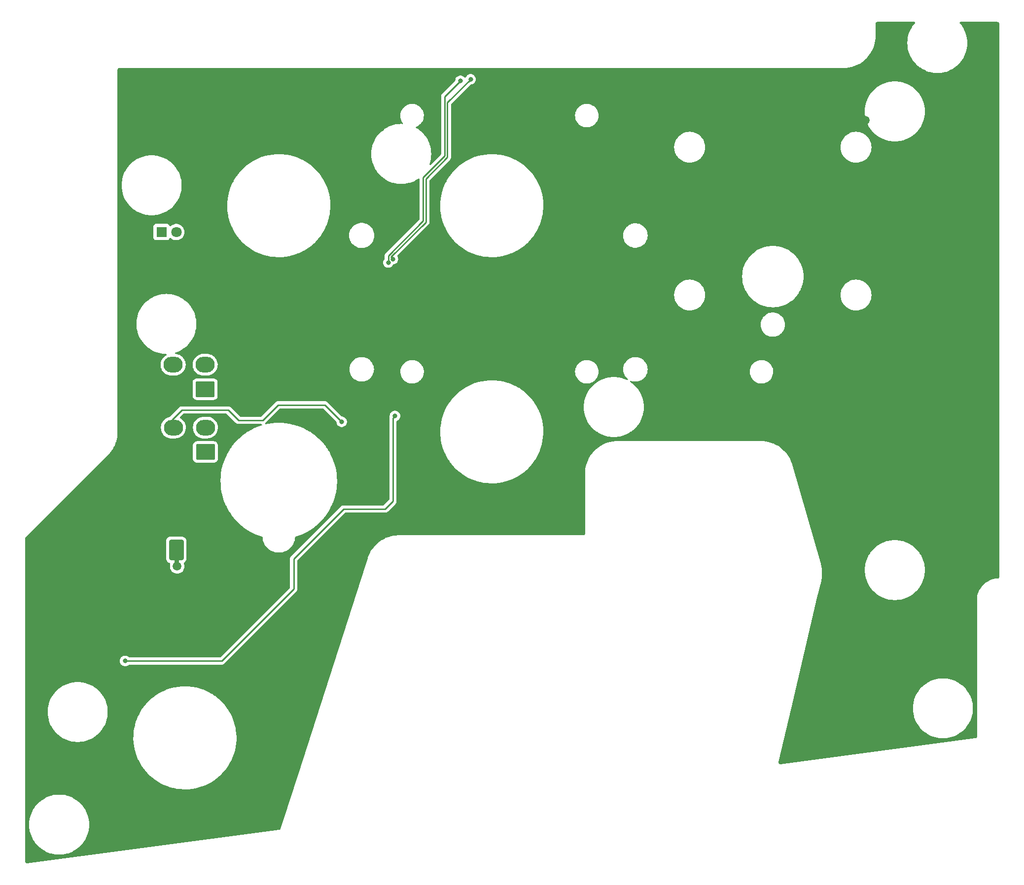
<source format=gbr>
%TF.GenerationSoftware,KiCad,Pcbnew,(6.0.9)*%
%TF.CreationDate,2022-12-26T21:29:22-09:00*%
%TF.ProjectId,PCB_ SELECT JETT PANEL,5043422c-2053-4454-9c45-4354204a4554,rev?*%
%TF.SameCoordinates,Original*%
%TF.FileFunction,Copper,L2,Bot*%
%TF.FilePolarity,Positive*%
%FSLAX46Y46*%
G04 Gerber Fmt 4.6, Leading zero omitted, Abs format (unit mm)*
G04 Created by KiCad (PCBNEW (6.0.9)) date 2022-12-26 21:29:22*
%MOMM*%
%LPD*%
G01*
G04 APERTURE LIST*
G04 Aperture macros list*
%AMRoundRect*
0 Rectangle with rounded corners*
0 $1 Rounding radius*
0 $2 $3 $4 $5 $6 $7 $8 $9 X,Y pos of 4 corners*
0 Add a 4 corners polygon primitive as box body*
4,1,4,$2,$3,$4,$5,$6,$7,$8,$9,$2,$3,0*
0 Add four circle primitives for the rounded corners*
1,1,$1+$1,$2,$3*
1,1,$1+$1,$4,$5*
1,1,$1+$1,$6,$7*
1,1,$1+$1,$8,$9*
0 Add four rect primitives between the rounded corners*
20,1,$1+$1,$2,$3,$4,$5,0*
20,1,$1+$1,$4,$5,$6,$7,0*
20,1,$1+$1,$6,$7,$8,$9,0*
20,1,$1+$1,$8,$9,$2,$3,0*%
G04 Aperture macros list end*
%TA.AperFunction,ComponentPad*%
%ADD10RoundRect,0.250001X1.399999X-1.099999X1.399999X1.099999X-1.399999X1.099999X-1.399999X-1.099999X0*%
%TD*%
%TA.AperFunction,ComponentPad*%
%ADD11O,3.300000X2.700000*%
%TD*%
%TA.AperFunction,ComponentPad*%
%ADD12R,1.800000X1.800000*%
%TD*%
%TA.AperFunction,ComponentPad*%
%ADD13C,1.800000*%
%TD*%
%TA.AperFunction,SMDPad,CuDef*%
%ADD14RoundRect,0.250000X1.000000X-1.500000X1.000000X1.500000X-1.000000X1.500000X-1.000000X-1.500000X0*%
%TD*%
%TA.AperFunction,ViaPad*%
%ADD15C,0.800000*%
%TD*%
%TA.AperFunction,ViaPad*%
%ADD16C,1.500000*%
%TD*%
%TA.AperFunction,Conductor*%
%ADD17C,0.250000*%
%TD*%
%TA.AperFunction,Conductor*%
%ADD18C,0.750000*%
%TD*%
G04 APERTURE END LIST*
D10*
%TO.P,J2,1,Pin_1*%
%TO.N,/LED+5V*%
X96500000Y-95800000D03*
D11*
%TO.P,J2,2,Pin_2*%
X96500000Y-91600000D03*
%TO.P,J2,3,Pin_3*%
%TO.N,/LEDGND*%
X91000000Y-95800000D03*
%TO.P,J2,4,Pin_4*%
%TO.N,/DATAOUT*%
X91000000Y-91600000D03*
%TD*%
D10*
%TO.P,J1,1,Pin_1*%
%TO.N,/LED+5V*%
X96450000Y-85000000D03*
D11*
%TO.P,J1,2,Pin_2*%
X96450000Y-80800000D03*
%TO.P,J1,3,Pin_3*%
%TO.N,/LEDGND*%
X90950000Y-85000000D03*
%TO.P,J1,4,Pin_4*%
%TO.N,/DATAIN*%
X90950000Y-80800000D03*
%TD*%
D12*
%TO.P,D82,1,K*%
%TO.N,Net-(D82-Pad1)*%
X88960000Y-58000000D03*
D13*
%TO.P,D82,2,A*%
%TO.N,/LED+5V*%
X91500000Y-58000000D03*
%TD*%
D14*
%TO.P,C1,1*%
%TO.N,/LED+5V*%
X91500000Y-112600000D03*
%TO.P,C1,2*%
%TO.N,/LEDGND*%
X91500000Y-106100000D03*
%TD*%
D15*
%TO.N,Net-(D35-Pad2)*%
X128700000Y-62636390D03*
X82700000Y-131700000D03*
X129050000Y-89600000D03*
X142050000Y-31750000D03*
%TO.N,Net-(D50-Pad2)*%
X140300000Y-32000000D03*
X127900000Y-63250000D03*
D16*
%TO.N,/LEDGND*%
X172400000Y-52100000D03*
X224900000Y-86000000D03*
X83287500Y-150088000D03*
X212194500Y-133210700D03*
X206342300Y-102691900D03*
X113167000Y-83918900D03*
X120476700Y-76264400D03*
X150300000Y-104200000D03*
X220200000Y-105000000D03*
X154700000Y-66800000D03*
X222350000Y-111900000D03*
X172619700Y-36793300D03*
X125100000Y-55200000D03*
X161500000Y-55000000D03*
X143824600Y-68623100D03*
X208072800Y-125994400D03*
X137674400Y-59630300D03*
X200100000Y-46900000D03*
X160530200Y-93699700D03*
X116800000Y-115600000D03*
X101075000Y-46975000D03*
X155500000Y-44500000D03*
X92024700Y-60430900D03*
X151200000Y-81900000D03*
X104100000Y-70700000D03*
X89600000Y-160200000D03*
X102700000Y-134700000D03*
X227923900Y-65477000D03*
X85162800Y-128227400D03*
X100728300Y-60173400D03*
X149026900Y-75934500D03*
X89229900Y-134593500D03*
X102100000Y-121400000D03*
X183549300Y-91389700D03*
X96925000Y-128286400D03*
X198637800Y-91199800D03*
X126500000Y-40100000D03*
X218724900Y-66427000D03*
X192239000Y-36640900D03*
X180426600Y-37442300D03*
X221400000Y-96600000D03*
X137162900Y-76173700D03*
X111700000Y-70300000D03*
X114300000Y-37100000D03*
X192564000Y-91637000D03*
X115200000Y-90100000D03*
X92600000Y-155778500D03*
X103900000Y-38400000D03*
X211700000Y-54700000D03*
X159400000Y-75700000D03*
X228088300Y-93711100D03*
X120400000Y-43300000D03*
X133800000Y-99000000D03*
X219000000Y-54200000D03*
X207360700Y-138806800D03*
X141283500Y-44281800D03*
X113200000Y-77800000D03*
X95200000Y-40700000D03*
X103638700Y-146549000D03*
X209800000Y-38800000D03*
X193100000Y-46900000D03*
X106200000Y-115800000D03*
X107000000Y-128400000D03*
X219971700Y-125568500D03*
X227698900Y-112265000D03*
X98787500Y-105888000D03*
X103800000Y-77600000D03*
X230400000Y-106100000D03*
X88927000Y-121596500D03*
X179388000Y-55487500D03*
X212044500Y-94399700D03*
X104600000Y-87400000D03*
X208450000Y-113550000D03*
X122400000Y-66900000D03*
X208068400Y-85457500D03*
X124800000Y-101600000D03*
X155500000Y-36800000D03*
X104714800Y-159315900D03*
X140968900Y-36760100D03*
X121000000Y-38300000D03*
%TO.N,/LED+5V*%
X91654600Y-115431500D03*
D15*
%TO.N,/DATAOUT*%
X119900000Y-90600000D03*
%TD*%
D17*
%TO.N,Net-(D35-Pad2)*%
X129050000Y-89600000D02*
X129050000Y-89600000D01*
X128700000Y-62636390D02*
X128700000Y-62636390D01*
X138100000Y-35700000D02*
X138050010Y-35749990D01*
X138050010Y-45149990D02*
X134350010Y-48849990D01*
X142050000Y-31750000D02*
X138100000Y-35700000D01*
X120200000Y-105600000D02*
X127350000Y-105600000D01*
X138050010Y-35749990D02*
X138050010Y-45149990D01*
X111650000Y-114150000D02*
X120200000Y-105600000D01*
X134350010Y-48849990D02*
X134350009Y-56286401D01*
X82700000Y-131700000D02*
X99300000Y-131700000D01*
X128700000Y-104250000D02*
X128700000Y-91800000D01*
X134350009Y-56286401D02*
X128350010Y-62286400D01*
X128350010Y-62286400D02*
X128700000Y-62636390D01*
X128700000Y-89950000D02*
X129050000Y-89600000D01*
X127350000Y-105600000D02*
X128700000Y-104250000D01*
X99300000Y-131700000D02*
X111650000Y-119350000D01*
X128700000Y-91173002D02*
X128700000Y-91800000D01*
X128700000Y-91173002D02*
X128700000Y-89950000D01*
X111650000Y-119350000D02*
X111650000Y-114150000D01*
%TO.N,Net-(D50-Pad2)*%
X140300000Y-32000000D02*
X140300000Y-32000000D01*
X127900000Y-63250000D02*
X127900000Y-62100000D01*
X133900000Y-56100000D02*
X133900000Y-48600000D01*
X137600000Y-44900000D02*
X137600000Y-34700000D01*
X127900000Y-62100000D02*
X133900000Y-56100000D01*
X133900000Y-48600000D02*
X137600000Y-44900000D01*
X137600000Y-34700000D02*
X140300000Y-32000000D01*
D18*
%TO.N,/LED+5V*%
X91500000Y-115276900D02*
X91654600Y-115431500D01*
X91500000Y-112600000D02*
X91500000Y-115276900D01*
D17*
%TO.N,/DATAOUT*%
X109000000Y-87700000D02*
X106350000Y-90350000D01*
X106350000Y-90350000D02*
X102200000Y-90350000D01*
X100424990Y-88574990D02*
X92425010Y-88574990D01*
X102200000Y-90350000D02*
X100424990Y-88574990D01*
X119900000Y-90600000D02*
X117000000Y-87700000D01*
X92425010Y-88574990D02*
X90750000Y-90250000D01*
X117000000Y-87700000D02*
X109000000Y-87700000D01*
%TD*%
%TA.AperFunction,Conductor*%
%TO.N,/LEDGND*%
G36*
X232520339Y-21901498D02*
G01*
X232534646Y-21903726D01*
X232534651Y-21903726D01*
X232543521Y-21905107D01*
X232552425Y-21903943D01*
X232561396Y-21904052D01*
X232561385Y-21904915D01*
X232582557Y-21905202D01*
X232610798Y-21909675D01*
X232648289Y-21921856D01*
X232685626Y-21940880D01*
X232717519Y-21964052D01*
X232747147Y-21993680D01*
X232770316Y-22025568D01*
X232789344Y-22062911D01*
X232801525Y-22100400D01*
X232805890Y-22127961D01*
X232807306Y-22147473D01*
X232806084Y-22155322D01*
X232807249Y-22164228D01*
X232810129Y-22186255D01*
X232811193Y-22202592D01*
X232811206Y-117237404D01*
X232809721Y-117256690D01*
X232806092Y-117280120D01*
X232807264Y-117289024D01*
X232807161Y-117297997D01*
X232806373Y-117297988D01*
X232806136Y-117319141D01*
X232801955Y-117346225D01*
X232790277Y-117383051D01*
X232771997Y-117419855D01*
X232749709Y-117451413D01*
X232721134Y-117480949D01*
X232690332Y-117504267D01*
X232654155Y-117523753D01*
X232617731Y-117536643D01*
X232596381Y-117540665D01*
X232571092Y-117542298D01*
X232570329Y-117542481D01*
X232570330Y-117542518D01*
X232570158Y-117542521D01*
X232570156Y-117542521D01*
X232564411Y-117542636D01*
X232564148Y-117542604D01*
X232563886Y-117542647D01*
X232557978Y-117542765D01*
X232553180Y-117543611D01*
X232550624Y-117543860D01*
X232543048Y-117544830D01*
X232300788Y-117564342D01*
X232205247Y-117572037D01*
X232202277Y-117572567D01*
X232202269Y-117572568D01*
X231859834Y-117633671D01*
X231859827Y-117633673D01*
X231856849Y-117634204D01*
X231516035Y-117729552D01*
X231185955Y-117857198D01*
X230869665Y-118015962D01*
X230570089Y-118204376D01*
X230289997Y-118420697D01*
X230031982Y-118662924D01*
X229798428Y-118928816D01*
X229796654Y-118931277D01*
X229796651Y-118931281D01*
X229654997Y-119127814D01*
X229591498Y-119215914D01*
X229589972Y-119218528D01*
X229589971Y-119218530D01*
X229414634Y-119518940D01*
X229414630Y-119518948D01*
X229413103Y-119521564D01*
X229264896Y-119842936D01*
X229148245Y-120177060D01*
X229064232Y-120520844D01*
X229013631Y-120871108D01*
X229011195Y-120922629D01*
X228998360Y-121194012D01*
X228997421Y-121202787D01*
X228997005Y-121207470D01*
X228996203Y-121212261D01*
X228996062Y-121224615D01*
X228996757Y-121229439D01*
X228999920Y-121251393D01*
X229001208Y-121269361D01*
X229001211Y-144691579D01*
X228999710Y-144710969D01*
X228996102Y-144734135D01*
X228997266Y-144743039D01*
X228997156Y-144752014D01*
X228996603Y-144752007D01*
X228996455Y-144773106D01*
X228993391Y-144794230D01*
X228993061Y-144796505D01*
X228982791Y-144831169D01*
X228966667Y-144866143D01*
X228946972Y-144896469D01*
X228921580Y-144925422D01*
X228894084Y-144948906D01*
X228861513Y-144969456D01*
X228828483Y-144984162D01*
X228807356Y-144990120D01*
X228788203Y-144993939D01*
X228779297Y-144993729D01*
X228770624Y-144996045D01*
X228770622Y-144996045D01*
X228749153Y-145001778D01*
X228733096Y-145004965D01*
X195271652Y-149410252D01*
X195252268Y-149411296D01*
X195250667Y-149411259D01*
X195237710Y-149410956D01*
X195237708Y-149410956D01*
X195228741Y-149410747D01*
X195220074Y-149413063D01*
X195211155Y-149414129D01*
X195211041Y-149413175D01*
X195189973Y-149415623D01*
X195159939Y-149414725D01*
X195120278Y-149407059D01*
X195079998Y-149392268D01*
X195044800Y-149372443D01*
X195011274Y-149345665D01*
X194984158Y-149315717D01*
X194960831Y-149279706D01*
X194944587Y-149242716D01*
X194933856Y-149201174D01*
X194930153Y-149160941D01*
X194932218Y-149131175D01*
X194935245Y-149111913D01*
X194938085Y-149104900D01*
X194941209Y-149073838D01*
X194943901Y-149057697D01*
X197104213Y-139839819D01*
X217996148Y-139839819D01*
X218015766Y-140289154D01*
X218074472Y-140735070D01*
X218171819Y-141174172D01*
X218172644Y-141176789D01*
X218172646Y-141176796D01*
X218213719Y-141307064D01*
X218307065Y-141603120D01*
X218479183Y-142018647D01*
X218686860Y-142417592D01*
X218928518Y-142796919D01*
X218930182Y-142799087D01*
X218930190Y-142799099D01*
X219116664Y-143042115D01*
X219202317Y-143153740D01*
X219204175Y-143155768D01*
X219204182Y-143155776D01*
X219371905Y-143338814D01*
X219506172Y-143485341D01*
X219508192Y-143487192D01*
X219835737Y-143787331D01*
X219835745Y-143787338D01*
X219837773Y-143789196D01*
X219839965Y-143790878D01*
X220192414Y-144061323D01*
X220192426Y-144061331D01*
X220194594Y-144062995D01*
X220573921Y-144304653D01*
X220972866Y-144512330D01*
X221388393Y-144684448D01*
X221604913Y-144752716D01*
X221814717Y-144818867D01*
X221814724Y-144818869D01*
X221817341Y-144819694D01*
X221820026Y-144820289D01*
X221820025Y-144820289D01*
X222253745Y-144916443D01*
X222253748Y-144916444D01*
X222256443Y-144917041D01*
X222259173Y-144917400D01*
X222259182Y-144917402D01*
X222447043Y-144942134D01*
X222702359Y-144975747D01*
X222971150Y-144987482D01*
X223034742Y-144990259D01*
X223034747Y-144990259D01*
X223036119Y-144990319D01*
X223267269Y-144990319D01*
X223268641Y-144990259D01*
X223268646Y-144990259D01*
X223332238Y-144987482D01*
X223601029Y-144975747D01*
X223856345Y-144942134D01*
X224044206Y-144917402D01*
X224044215Y-144917400D01*
X224046945Y-144917041D01*
X224049640Y-144916444D01*
X224049643Y-144916443D01*
X224483363Y-144820289D01*
X224483362Y-144820289D01*
X224486047Y-144819694D01*
X224488664Y-144818869D01*
X224488671Y-144818867D01*
X224698475Y-144752716D01*
X224914995Y-144684448D01*
X225330522Y-144512330D01*
X225729467Y-144304653D01*
X226108794Y-144062995D01*
X226110962Y-144061331D01*
X226110974Y-144061323D01*
X226463423Y-143790878D01*
X226465615Y-143789196D01*
X226467643Y-143787338D01*
X226467651Y-143787331D01*
X226795196Y-143487192D01*
X226797216Y-143485341D01*
X226931483Y-143338814D01*
X227099206Y-143155776D01*
X227099213Y-143155768D01*
X227101071Y-143153740D01*
X227186724Y-143042115D01*
X227373198Y-142799099D01*
X227373206Y-142799087D01*
X227374870Y-142796919D01*
X227616528Y-142417592D01*
X227824205Y-142018647D01*
X227996323Y-141603120D01*
X228089669Y-141307064D01*
X228130742Y-141176796D01*
X228130744Y-141176789D01*
X228131569Y-141174172D01*
X228228916Y-140735070D01*
X228287622Y-140289154D01*
X228307240Y-139839819D01*
X228287622Y-139390484D01*
X228228916Y-138944568D01*
X228177498Y-138712635D01*
X228132164Y-138508150D01*
X228131569Y-138505466D01*
X228114145Y-138450202D01*
X228068940Y-138306830D01*
X227996323Y-138076518D01*
X227824205Y-137660991D01*
X227616528Y-137262046D01*
X227374870Y-136882719D01*
X227373206Y-136880551D01*
X227373198Y-136880539D01*
X227102753Y-136528090D01*
X227101071Y-136525898D01*
X227099213Y-136523870D01*
X227099206Y-136523862D01*
X226799067Y-136196317D01*
X226797216Y-136194297D01*
X226795196Y-136192446D01*
X226467651Y-135892307D01*
X226467643Y-135892300D01*
X226465615Y-135890442D01*
X226335735Y-135790781D01*
X226110974Y-135618315D01*
X226110962Y-135618307D01*
X226108794Y-135616643D01*
X225729467Y-135374985D01*
X225330522Y-135167308D01*
X224914995Y-134995190D01*
X224641632Y-134908999D01*
X224488671Y-134860771D01*
X224488664Y-134860769D01*
X224486047Y-134859944D01*
X224402069Y-134841326D01*
X224049643Y-134763195D01*
X224049640Y-134763194D01*
X224046945Y-134762597D01*
X224044215Y-134762238D01*
X224044206Y-134762236D01*
X223823987Y-134733244D01*
X223601029Y-134703891D01*
X223332238Y-134692156D01*
X223268646Y-134689379D01*
X223268641Y-134689379D01*
X223267269Y-134689319D01*
X223036119Y-134689319D01*
X223034747Y-134689379D01*
X223034742Y-134689379D01*
X222971150Y-134692156D01*
X222702359Y-134703891D01*
X222479401Y-134733244D01*
X222259182Y-134762236D01*
X222259173Y-134762238D01*
X222256443Y-134762597D01*
X222253748Y-134763194D01*
X222253745Y-134763195D01*
X221901319Y-134841326D01*
X221817341Y-134859944D01*
X221814724Y-134860769D01*
X221814717Y-134860771D01*
X221661756Y-134908999D01*
X221388393Y-134995190D01*
X220972866Y-135167308D01*
X220573921Y-135374985D01*
X220194594Y-135616643D01*
X220192426Y-135618307D01*
X220192414Y-135618315D01*
X219967653Y-135790781D01*
X219837773Y-135890442D01*
X219835745Y-135892300D01*
X219835737Y-135892307D01*
X219508192Y-136192446D01*
X219506172Y-136194297D01*
X219504321Y-136196317D01*
X219204182Y-136523862D01*
X219204175Y-136523870D01*
X219202317Y-136525898D01*
X219200635Y-136528090D01*
X218930190Y-136880539D01*
X218930182Y-136880551D01*
X218928518Y-136882719D01*
X218686860Y-137262046D01*
X218479183Y-137660991D01*
X218307065Y-138076518D01*
X218234448Y-138306830D01*
X218189244Y-138450202D01*
X218171819Y-138505466D01*
X218171224Y-138508150D01*
X218125891Y-138712635D01*
X218074472Y-138944568D01*
X218015766Y-139390484D01*
X217996148Y-139839819D01*
X197104213Y-139839819D01*
X201550444Y-120868110D01*
X202242358Y-117915767D01*
X202248829Y-117895810D01*
X202254518Y-117882237D01*
X202256400Y-117877747D01*
X202259366Y-117865754D01*
X202259793Y-117860911D01*
X202259795Y-117860900D01*
X202259976Y-117858847D01*
X202261844Y-117845674D01*
X202336030Y-117467451D01*
X202336031Y-117467443D01*
X202336473Y-117465191D01*
X202350894Y-117346225D01*
X202385275Y-117062598D01*
X202385276Y-117062587D01*
X202385554Y-117060293D01*
X202404951Y-116652892D01*
X202394560Y-116245163D01*
X202378035Y-116078000D01*
X209741161Y-116078000D01*
X209760779Y-116527335D01*
X209781707Y-116686298D01*
X209805190Y-116864666D01*
X209819485Y-116973251D01*
X209916832Y-117412353D01*
X209917657Y-117414970D01*
X209917659Y-117414977D01*
X209958602Y-117544830D01*
X210052078Y-117841301D01*
X210224196Y-118256828D01*
X210431873Y-118655773D01*
X210673531Y-119035100D01*
X210675195Y-119037268D01*
X210675203Y-119037280D01*
X210892535Y-119320511D01*
X210947330Y-119391921D01*
X210949188Y-119393949D01*
X210949195Y-119393957D01*
X211114552Y-119574413D01*
X211251185Y-119723522D01*
X211253205Y-119725373D01*
X211580750Y-120025512D01*
X211580758Y-120025519D01*
X211582786Y-120027377D01*
X211584978Y-120029059D01*
X211937427Y-120299504D01*
X211937439Y-120299512D01*
X211939607Y-120301176D01*
X212318934Y-120542834D01*
X212717879Y-120750511D01*
X213133406Y-120922629D01*
X213406769Y-121008820D01*
X213559730Y-121057048D01*
X213559737Y-121057050D01*
X213562354Y-121057875D01*
X213565039Y-121058470D01*
X213565038Y-121058470D01*
X213998758Y-121154624D01*
X213998761Y-121154625D01*
X214001456Y-121155222D01*
X214004186Y-121155581D01*
X214004195Y-121155583D01*
X214224414Y-121184575D01*
X214447372Y-121213928D01*
X214716163Y-121225663D01*
X214779755Y-121228440D01*
X214779760Y-121228440D01*
X214781132Y-121228500D01*
X215012282Y-121228500D01*
X215013654Y-121228440D01*
X215013659Y-121228440D01*
X215077251Y-121225663D01*
X215346042Y-121213928D01*
X215569000Y-121184575D01*
X215789219Y-121155583D01*
X215789228Y-121155581D01*
X215791958Y-121155222D01*
X215794653Y-121154625D01*
X215794656Y-121154624D01*
X216228376Y-121058470D01*
X216228375Y-121058470D01*
X216231060Y-121057875D01*
X216233677Y-121057050D01*
X216233684Y-121057048D01*
X216386645Y-121008820D01*
X216660008Y-120922629D01*
X217075535Y-120750511D01*
X217474480Y-120542834D01*
X217853807Y-120301176D01*
X217855975Y-120299512D01*
X217855987Y-120299504D01*
X218208436Y-120029059D01*
X218210628Y-120027377D01*
X218212656Y-120025519D01*
X218212664Y-120025512D01*
X218540209Y-119725373D01*
X218542229Y-119723522D01*
X218678862Y-119574413D01*
X218844219Y-119393957D01*
X218844226Y-119393949D01*
X218846084Y-119391921D01*
X218900879Y-119320511D01*
X219118211Y-119037280D01*
X219118219Y-119037268D01*
X219119883Y-119035100D01*
X219361541Y-118655773D01*
X219569218Y-118256828D01*
X219741336Y-117841301D01*
X219834812Y-117544830D01*
X219875755Y-117414977D01*
X219875757Y-117414970D01*
X219876582Y-117412353D01*
X219973929Y-116973251D01*
X219988225Y-116864666D01*
X220011707Y-116686298D01*
X220032635Y-116527335D01*
X220052253Y-116078000D01*
X220032635Y-115628665D01*
X219995238Y-115344605D01*
X219974290Y-115185488D01*
X219974288Y-115185479D01*
X219973929Y-115182749D01*
X219944170Y-115048513D01*
X219877177Y-114746331D01*
X219876582Y-114743647D01*
X219861566Y-114696020D01*
X219819334Y-114562080D01*
X219741336Y-114314699D01*
X219569218Y-113899172D01*
X219361541Y-113500227D01*
X219155468Y-113176757D01*
X219121358Y-113123215D01*
X219121356Y-113123212D01*
X219119883Y-113120900D01*
X219118219Y-113118732D01*
X219118211Y-113118720D01*
X218847766Y-112766271D01*
X218846084Y-112764079D01*
X218844226Y-112762051D01*
X218844219Y-112762043D01*
X218544080Y-112434498D01*
X218542229Y-112432478D01*
X218347792Y-112254310D01*
X218212664Y-112130488D01*
X218212656Y-112130481D01*
X218210628Y-112128623D01*
X217907061Y-111895687D01*
X217855987Y-111856496D01*
X217855975Y-111856488D01*
X217853807Y-111854824D01*
X217474480Y-111613166D01*
X217075535Y-111405489D01*
X216660008Y-111233371D01*
X216308825Y-111122644D01*
X216233684Y-111098952D01*
X216233677Y-111098950D01*
X216231060Y-111098125D01*
X216056492Y-111059424D01*
X215794656Y-111001376D01*
X215794653Y-111001375D01*
X215791958Y-111000778D01*
X215789228Y-111000419D01*
X215789219Y-111000417D01*
X215569000Y-110971425D01*
X215346042Y-110942072D01*
X215077251Y-110930337D01*
X215013659Y-110927560D01*
X215013654Y-110927560D01*
X215012282Y-110927500D01*
X214781132Y-110927500D01*
X214779760Y-110927560D01*
X214779755Y-110927560D01*
X214716163Y-110930337D01*
X214447372Y-110942072D01*
X214224414Y-110971425D01*
X214004195Y-111000417D01*
X214004186Y-111000419D01*
X214001456Y-111000778D01*
X213998761Y-111001375D01*
X213998758Y-111001376D01*
X213736922Y-111059424D01*
X213562354Y-111098125D01*
X213559737Y-111098950D01*
X213559730Y-111098952D01*
X213484589Y-111122644D01*
X213133406Y-111233371D01*
X212717879Y-111405489D01*
X212318934Y-111613166D01*
X211939607Y-111854824D01*
X211937439Y-111856488D01*
X211937427Y-111856496D01*
X211886353Y-111895687D01*
X211582786Y-112128623D01*
X211580758Y-112130481D01*
X211580750Y-112130488D01*
X211445622Y-112254310D01*
X211251185Y-112432478D01*
X211249334Y-112434498D01*
X210949195Y-112762043D01*
X210949188Y-112762051D01*
X210947330Y-112764079D01*
X210945648Y-112766271D01*
X210675203Y-113118720D01*
X210675195Y-113118732D01*
X210673531Y-113120900D01*
X210672058Y-113123212D01*
X210672056Y-113123215D01*
X210637946Y-113176757D01*
X210431873Y-113500227D01*
X210224196Y-113899172D01*
X210052078Y-114314699D01*
X209974080Y-114562080D01*
X209931849Y-114696020D01*
X209916832Y-114743647D01*
X209916237Y-114746331D01*
X209849245Y-115048513D01*
X209819485Y-115182749D01*
X209819126Y-115185479D01*
X209819124Y-115185488D01*
X209798176Y-115344605D01*
X209760779Y-115628665D01*
X209741161Y-116078000D01*
X202378035Y-116078000D01*
X202354437Y-115839279D01*
X202284795Y-115437407D01*
X202194159Y-115074348D01*
X202191232Y-115058225D01*
X202191211Y-115058040D01*
X202191211Y-115058038D01*
X202190655Y-115053206D01*
X202187372Y-115041295D01*
X202176222Y-115016554D01*
X202170022Y-114999675D01*
X197273772Y-98009698D01*
X197269661Y-97989128D01*
X197267987Y-97974491D01*
X197267986Y-97974485D01*
X197267434Y-97969661D01*
X197264158Y-97957749D01*
X197262161Y-97953310D01*
X197260513Y-97948733D01*
X197261166Y-97948498D01*
X197259494Y-97945790D01*
X197253434Y-97927556D01*
X197121564Y-97530806D01*
X196945666Y-97116501D01*
X196916652Y-97061055D01*
X196738164Y-96719972D01*
X196736978Y-96717705D01*
X196692653Y-96647431D01*
X196498210Y-96339158D01*
X196498204Y-96339149D01*
X196496854Y-96337009D01*
X196490776Y-96328902D01*
X196228376Y-95978913D01*
X196228369Y-95978905D01*
X196226855Y-95976885D01*
X195928734Y-95639672D01*
X195873994Y-95586990D01*
X195606254Y-95329318D01*
X195606250Y-95329314D01*
X195604427Y-95327560D01*
X195256040Y-95042577D01*
X194885836Y-94786572D01*
X194496220Y-94561210D01*
X194089722Y-94367953D01*
X194087362Y-94367056D01*
X194087350Y-94367051D01*
X193671359Y-94208960D01*
X193671351Y-94208957D01*
X193668982Y-94208057D01*
X193236733Y-94082560D01*
X192795782Y-93992278D01*
X192793267Y-93991971D01*
X192793259Y-93991970D01*
X192351489Y-93938100D01*
X192351477Y-93938099D01*
X192348992Y-93937796D01*
X191926630Y-93920584D01*
X191920471Y-93920181D01*
X191916427Y-93919817D01*
X191911621Y-93919006D01*
X191906754Y-93918945D01*
X191906748Y-93918944D01*
X191904132Y-93918911D01*
X191904126Y-93918911D01*
X191899267Y-93918850D01*
X191875447Y-93922251D01*
X191872078Y-93922732D01*
X191854269Y-93923997D01*
X167324280Y-93923997D01*
X167303375Y-93922251D01*
X167284058Y-93919001D01*
X167271704Y-93918850D01*
X167266882Y-93919541D01*
X167262025Y-93919857D01*
X167262023Y-93919822D01*
X167257051Y-93920274D01*
X167063933Y-93927862D01*
X166833526Y-93936914D01*
X166831081Y-93937203D01*
X166831073Y-93937204D01*
X166568938Y-93968230D01*
X166398049Y-93988456D01*
X165967958Y-94074006D01*
X165965583Y-94074676D01*
X165965578Y-94074677D01*
X165939446Y-94082047D01*
X165545905Y-94193036D01*
X165134493Y-94344814D01*
X165132258Y-94345844D01*
X165132254Y-94345846D01*
X164885000Y-94459832D01*
X164736257Y-94528403D01*
X164734118Y-94529601D01*
X164734108Y-94529606D01*
X164524693Y-94646884D01*
X164353652Y-94742671D01*
X164351599Y-94744043D01*
X164351597Y-94744044D01*
X164073141Y-94930103D01*
X163989039Y-94986298D01*
X163644664Y-95257781D01*
X163642849Y-95259458D01*
X163642844Y-95259463D01*
X163358812Y-95522019D01*
X163322651Y-95555446D01*
X163320988Y-95557245D01*
X163139854Y-95753195D01*
X163024986Y-95877458D01*
X163023454Y-95879401D01*
X163023450Y-95879406D01*
X162965756Y-95952591D01*
X162753502Y-96221833D01*
X162752125Y-96223894D01*
X162752122Y-96223898D01*
X162593743Y-96460929D01*
X162509875Y-96586446D01*
X162437580Y-96715539D01*
X162304560Y-96953064D01*
X162295607Y-96969050D01*
X162112017Y-97367286D01*
X161960239Y-97778698D01*
X161959567Y-97781082D01*
X161959565Y-97781087D01*
X161871449Y-98093522D01*
X161841207Y-98200750D01*
X161840726Y-98203170D01*
X161840723Y-98203181D01*
X161807548Y-98369966D01*
X161755657Y-98630841D01*
X161704114Y-99066318D01*
X161704017Y-99068791D01*
X161688058Y-99474991D01*
X161687284Y-99482477D01*
X161687451Y-99482492D01*
X161687016Y-99487342D01*
X161686208Y-99492143D01*
X161686057Y-99504497D01*
X161686747Y-99509313D01*
X161689931Y-99531548D01*
X161691204Y-99549410D01*
X161691204Y-109806257D01*
X161689704Y-109825640D01*
X161687476Y-109839947D01*
X161687476Y-109839952D01*
X161686095Y-109848822D01*
X161687259Y-109857726D01*
X161687150Y-109866698D01*
X161686285Y-109866687D01*
X161685999Y-109887858D01*
X161681527Y-109916097D01*
X161669345Y-109953589D01*
X161653232Y-109985214D01*
X161650320Y-109990929D01*
X161627149Y-110022820D01*
X161597521Y-110052448D01*
X161565633Y-110075618D01*
X161528290Y-110094645D01*
X161490801Y-110106827D01*
X161463225Y-110111194D01*
X161443723Y-110112609D01*
X161435878Y-110111388D01*
X161407191Y-110115140D01*
X161404946Y-110115433D01*
X161388608Y-110116497D01*
X129752037Y-110116497D01*
X129731133Y-110114751D01*
X129723334Y-110113439D01*
X129711809Y-110111500D01*
X129699455Y-110111349D01*
X129694634Y-110112040D01*
X129689774Y-110112356D01*
X129689770Y-110112300D01*
X129685211Y-110112716D01*
X129459418Y-110121613D01*
X129262544Y-110129371D01*
X129262540Y-110129371D01*
X129260061Y-110129469D01*
X128823391Y-110181301D01*
X128820951Y-110181788D01*
X128820943Y-110181789D01*
X128394587Y-110266841D01*
X128394581Y-110266842D01*
X128392152Y-110267327D01*
X128174891Y-110328782D01*
X127971396Y-110386342D01*
X127971388Y-110386345D01*
X127969018Y-110387015D01*
X127556613Y-110539623D01*
X127157493Y-110724204D01*
X127155338Y-110725415D01*
X127155330Y-110725419D01*
X126991968Y-110817212D01*
X126774132Y-110939614D01*
X126772067Y-110940999D01*
X126772060Y-110941003D01*
X126410971Y-111183132D01*
X126408906Y-111184517D01*
X126064082Y-111457397D01*
X125741795Y-111756559D01*
X125444044Y-112080151D01*
X125442519Y-112082095D01*
X125442516Y-112082099D01*
X125384111Y-112156570D01*
X125172675Y-112426166D01*
X124929370Y-112792458D01*
X124715638Y-113176757D01*
X124532804Y-113576681D01*
X124408229Y-113917908D01*
X124392130Y-113962004D01*
X124389098Y-113968906D01*
X124389251Y-113968971D01*
X124387353Y-113973458D01*
X124385120Y-113977776D01*
X124381199Y-113989492D01*
X124380382Y-113994298D01*
X124376640Y-114016303D01*
X124372375Y-114033748D01*
X112857707Y-149846004D01*
X109426880Y-160516364D01*
X109419540Y-160534316D01*
X109408962Y-160555392D01*
X109407348Y-160564226D01*
X109404501Y-160572735D01*
X109404040Y-160572581D01*
X109397481Y-160592621D01*
X109387633Y-160612912D01*
X109367817Y-160642315D01*
X109342521Y-160670344D01*
X109315302Y-160693060D01*
X109283196Y-160712935D01*
X109250725Y-160727169D01*
X109230782Y-160732731D01*
X109211846Y-160736477D01*
X109211543Y-160736513D01*
X109202574Y-160736301D01*
X109193902Y-160738616D01*
X109193901Y-160738616D01*
X109172405Y-160744354D01*
X109156355Y-160747539D01*
X65881160Y-166444825D01*
X65861749Y-166445868D01*
X65847273Y-166445527D01*
X65847270Y-166445527D01*
X65838294Y-166445316D01*
X65829617Y-166447633D01*
X65820710Y-166448695D01*
X65820570Y-166447519D01*
X65799393Y-166449872D01*
X65780363Y-166449125D01*
X65765963Y-166448560D01*
X65724221Y-166439688D01*
X65682165Y-166422910D01*
X65645781Y-166400614D01*
X65611738Y-166370760D01*
X65584882Y-166337598D01*
X65562758Y-166298094D01*
X65548512Y-166257868D01*
X65542809Y-166224680D01*
X65541247Y-166204953D01*
X65542316Y-166198085D01*
X65539897Y-166179586D01*
X65538271Y-166167159D01*
X65537207Y-166150818D01*
X65537207Y-159820032D01*
X66231161Y-159820032D01*
X66250779Y-160269367D01*
X66251140Y-160272106D01*
X66305319Y-160683636D01*
X66309485Y-160715283D01*
X66310082Y-160717978D01*
X66310083Y-160717981D01*
X66343884Y-160870446D01*
X66406832Y-161154385D01*
X66542078Y-161583333D01*
X66714196Y-161998860D01*
X66921873Y-162397805D01*
X67163531Y-162777132D01*
X67165195Y-162779300D01*
X67165203Y-162779312D01*
X67435648Y-163131761D01*
X67437330Y-163133953D01*
X67439188Y-163135981D01*
X67439195Y-163135989D01*
X67739334Y-163463534D01*
X67741185Y-163465554D01*
X67743205Y-163467405D01*
X68070750Y-163767544D01*
X68070758Y-163767551D01*
X68072786Y-163769409D01*
X68074978Y-163771091D01*
X68427427Y-164041536D01*
X68427439Y-164041544D01*
X68429607Y-164043208D01*
X68808934Y-164284866D01*
X69207879Y-164492543D01*
X69623406Y-164664661D01*
X69896769Y-164750852D01*
X70049730Y-164799080D01*
X70049737Y-164799082D01*
X70052354Y-164799907D01*
X70055039Y-164800502D01*
X70055038Y-164800502D01*
X70488758Y-164896656D01*
X70488761Y-164896657D01*
X70491456Y-164897254D01*
X70494186Y-164897613D01*
X70494195Y-164897615D01*
X70714414Y-164926607D01*
X70937372Y-164955960D01*
X71206163Y-164967695D01*
X71269755Y-164970472D01*
X71269760Y-164970472D01*
X71271132Y-164970532D01*
X71502282Y-164970532D01*
X71503654Y-164970472D01*
X71503659Y-164970472D01*
X71567251Y-164967695D01*
X71836042Y-164955960D01*
X72059000Y-164926607D01*
X72279219Y-164897615D01*
X72279228Y-164897613D01*
X72281958Y-164897254D01*
X72284653Y-164896657D01*
X72284656Y-164896656D01*
X72718376Y-164800502D01*
X72718375Y-164800502D01*
X72721060Y-164799907D01*
X72723677Y-164799082D01*
X72723684Y-164799080D01*
X72876645Y-164750852D01*
X73150008Y-164664661D01*
X73565535Y-164492543D01*
X73964480Y-164284866D01*
X74343807Y-164043208D01*
X74345975Y-164041544D01*
X74345987Y-164041536D01*
X74698436Y-163771091D01*
X74700628Y-163769409D01*
X74702656Y-163767551D01*
X74702664Y-163767544D01*
X75030209Y-163467405D01*
X75032229Y-163465554D01*
X75034080Y-163463534D01*
X75334219Y-163135989D01*
X75334226Y-163135981D01*
X75336084Y-163133953D01*
X75337766Y-163131761D01*
X75608211Y-162779312D01*
X75608219Y-162779300D01*
X75609883Y-162777132D01*
X75851541Y-162397805D01*
X76059218Y-161998860D01*
X76231336Y-161583333D01*
X76366582Y-161154385D01*
X76429530Y-160870446D01*
X76463331Y-160717981D01*
X76463332Y-160717978D01*
X76463929Y-160715283D01*
X76468096Y-160683636D01*
X76522274Y-160272106D01*
X76522635Y-160269367D01*
X76542253Y-159820032D01*
X76522635Y-159370697D01*
X76463929Y-158924781D01*
X76366582Y-158485679D01*
X76231336Y-158056731D01*
X76059218Y-157641204D01*
X75851541Y-157242259D01*
X75609883Y-156862932D01*
X75608219Y-156860764D01*
X75608211Y-156860752D01*
X75337766Y-156508303D01*
X75336084Y-156506111D01*
X75334226Y-156504083D01*
X75334219Y-156504075D01*
X75034080Y-156176530D01*
X75032229Y-156174510D01*
X75030209Y-156172659D01*
X74702664Y-155872520D01*
X74702656Y-155872513D01*
X74700628Y-155870655D01*
X74698436Y-155868973D01*
X74345987Y-155598528D01*
X74345975Y-155598520D01*
X74343807Y-155596856D01*
X73964480Y-155355198D01*
X73565535Y-155147521D01*
X73150008Y-154975403D01*
X72876645Y-154889212D01*
X72723684Y-154840984D01*
X72723677Y-154840982D01*
X72721060Y-154840157D01*
X72637082Y-154821539D01*
X72284656Y-154743408D01*
X72284653Y-154743407D01*
X72281958Y-154742810D01*
X72279228Y-154742451D01*
X72279219Y-154742449D01*
X72059000Y-154713457D01*
X71836042Y-154684104D01*
X71567251Y-154672369D01*
X71503659Y-154669592D01*
X71503654Y-154669592D01*
X71502282Y-154669532D01*
X71271132Y-154669532D01*
X71269760Y-154669592D01*
X71269755Y-154669592D01*
X71206163Y-154672369D01*
X70937372Y-154684104D01*
X70714414Y-154713457D01*
X70494195Y-154742449D01*
X70494186Y-154742451D01*
X70491456Y-154742810D01*
X70488761Y-154743407D01*
X70488758Y-154743408D01*
X70136332Y-154821539D01*
X70052354Y-154840157D01*
X70049737Y-154840982D01*
X70049730Y-154840984D01*
X69896769Y-154889212D01*
X69623406Y-154975403D01*
X69207879Y-155147521D01*
X68808934Y-155355198D01*
X68429607Y-155596856D01*
X68427439Y-155598520D01*
X68427427Y-155598528D01*
X68074978Y-155868973D01*
X68072786Y-155870655D01*
X68070758Y-155872513D01*
X68070750Y-155872520D01*
X67743205Y-156172659D01*
X67741185Y-156174510D01*
X67739334Y-156176530D01*
X67439195Y-156504075D01*
X67439188Y-156504083D01*
X67437330Y-156506111D01*
X67435648Y-156508303D01*
X67165203Y-156860752D01*
X67165195Y-156860764D01*
X67163531Y-156862932D01*
X66921873Y-157242259D01*
X66714196Y-157641204D01*
X66542078Y-158056731D01*
X66406832Y-158485679D01*
X66309485Y-158924781D01*
X66250779Y-159370697D01*
X66231161Y-159820032D01*
X65537207Y-159820032D01*
X65537207Y-140462018D01*
X69406147Y-140462018D01*
X69425765Y-140911353D01*
X69484471Y-141357269D01*
X69581818Y-141796371D01*
X69717064Y-142225319D01*
X69889182Y-142640846D01*
X70096859Y-143039791D01*
X70338517Y-143419118D01*
X70340181Y-143421286D01*
X70340189Y-143421298D01*
X70610634Y-143773747D01*
X70612316Y-143775939D01*
X70614174Y-143777967D01*
X70614181Y-143777975D01*
X70873821Y-144061323D01*
X70916171Y-144107540D01*
X70918191Y-144109391D01*
X71245736Y-144409530D01*
X71245744Y-144409537D01*
X71247772Y-144411395D01*
X71249964Y-144413077D01*
X71602413Y-144683522D01*
X71602425Y-144683530D01*
X71604593Y-144685194D01*
X71606905Y-144686667D01*
X71606908Y-144686669D01*
X71658405Y-144719476D01*
X71983920Y-144926852D01*
X72382865Y-145134529D01*
X72798392Y-145306647D01*
X73071755Y-145392838D01*
X73224716Y-145441066D01*
X73224723Y-145441068D01*
X73227340Y-145441893D01*
X73230025Y-145442488D01*
X73230024Y-145442488D01*
X73663744Y-145538642D01*
X73663747Y-145538643D01*
X73666442Y-145539240D01*
X73669172Y-145539599D01*
X73669181Y-145539601D01*
X73889400Y-145568593D01*
X74112358Y-145597946D01*
X74381149Y-145609681D01*
X74444741Y-145612458D01*
X74444746Y-145612458D01*
X74446118Y-145612518D01*
X74677268Y-145612518D01*
X74678640Y-145612458D01*
X74678645Y-145612458D01*
X74742237Y-145609681D01*
X75011028Y-145597946D01*
X75233986Y-145568593D01*
X75454205Y-145539601D01*
X75454214Y-145539599D01*
X75456944Y-145539240D01*
X75459639Y-145538643D01*
X75459642Y-145538642D01*
X75893362Y-145442488D01*
X75893361Y-145442488D01*
X75896046Y-145441893D01*
X75898663Y-145441068D01*
X75898670Y-145441066D01*
X76051631Y-145392838D01*
X76324994Y-145306647D01*
X76740521Y-145134529D01*
X76821347Y-145092454D01*
X84123097Y-145092454D01*
X84154853Y-145678809D01*
X84155102Y-145680869D01*
X84155103Y-145680877D01*
X84179241Y-145880342D01*
X84225399Y-146261771D01*
X84334425Y-146838776D01*
X84481452Y-147407286D01*
X84665833Y-147964803D01*
X84666620Y-147966741D01*
X84885968Y-148506930D01*
X84885975Y-148506946D01*
X84886758Y-148508874D01*
X84887676Y-148510765D01*
X84887678Y-148510769D01*
X84982212Y-148705454D01*
X85143254Y-149037108D01*
X85434195Y-149547181D01*
X85435329Y-149548895D01*
X85435335Y-149548904D01*
X85555250Y-149730076D01*
X85758300Y-150036852D01*
X86114146Y-150503965D01*
X86500166Y-150946469D01*
X86914665Y-151362417D01*
X86916228Y-151363790D01*
X86916230Y-151363792D01*
X87082571Y-151509926D01*
X87355818Y-151749979D01*
X87821687Y-152107453D01*
X88310223Y-152433266D01*
X88312044Y-152434313D01*
X88817464Y-152724943D01*
X88817476Y-152724949D01*
X88819277Y-152725985D01*
X89346612Y-152984324D01*
X89348541Y-152985115D01*
X89348554Y-152985121D01*
X89887970Y-153206351D01*
X89887976Y-153206353D01*
X89889909Y-153207146D01*
X89891882Y-153207806D01*
X89891887Y-153207808D01*
X90105689Y-153279345D01*
X90446779Y-153393472D01*
X90448779Y-153393997D01*
X90448780Y-153393997D01*
X91012770Y-153541958D01*
X91012784Y-153541961D01*
X91014773Y-153542483D01*
X91591393Y-153653522D01*
X91593457Y-153653779D01*
X91593469Y-153653781D01*
X91842169Y-153684758D01*
X92174105Y-153726103D01*
X92176189Y-153726223D01*
X92176198Y-153726224D01*
X92716745Y-153757392D01*
X92716749Y-153757392D01*
X92718568Y-153757497D01*
X93128999Y-153757497D01*
X93563599Y-153743080D01*
X93565677Y-153742873D01*
X93565686Y-153742872D01*
X94145840Y-153684965D01*
X94145851Y-153684963D01*
X94147910Y-153684758D01*
X94149954Y-153684416D01*
X94149961Y-153684415D01*
X94725025Y-153588182D01*
X94725038Y-153588179D01*
X94727072Y-153587839D01*
X94729078Y-153587365D01*
X94729087Y-153587363D01*
X95296511Y-153453230D01*
X95296513Y-153453229D01*
X95298537Y-153452751D01*
X95515189Y-153386100D01*
X95857805Y-153280698D01*
X95857816Y-153280694D01*
X95859793Y-153280086D01*
X95861729Y-153279347D01*
X95861734Y-153279345D01*
X96074795Y-153197985D01*
X96408371Y-153070604D01*
X96941861Y-152825226D01*
X96943703Y-152824226D01*
X97456081Y-152546028D01*
X97456086Y-152546025D01*
X97457915Y-152545032D01*
X97954266Y-152231252D01*
X97955932Y-152230037D01*
X97955944Y-152230029D01*
X98427062Y-151886483D01*
X98427070Y-151886477D01*
X98428729Y-151885267D01*
X98879220Y-151508598D01*
X99303757Y-151102902D01*
X99700474Y-150669962D01*
X99833463Y-150503965D01*
X100066316Y-150213316D01*
X100066317Y-150213315D01*
X100067625Y-150211682D01*
X100403598Y-149730076D01*
X100512888Y-149548904D01*
X100705836Y-149229052D01*
X100705843Y-149229039D01*
X100706914Y-149227264D01*
X100976240Y-148705454D01*
X101210391Y-148166943D01*
X101408338Y-147614098D01*
X101569211Y-147049349D01*
X101692302Y-146475180D01*
X101692604Y-146473111D01*
X101776767Y-145896196D01*
X101776768Y-145896183D01*
X101777070Y-145894116D01*
X101823143Y-145308711D01*
X101828978Y-144831169D01*
X101830292Y-144723606D01*
X101830292Y-144723599D01*
X101830317Y-144721540D01*
X101798561Y-144135185D01*
X101728015Y-143552223D01*
X101652307Y-143151548D01*
X101619380Y-142977286D01*
X101619378Y-142977279D01*
X101618989Y-142975218D01*
X101471962Y-142406708D01*
X101287581Y-141849191D01*
X101204722Y-141645135D01*
X101067446Y-141307064D01*
X101067439Y-141307048D01*
X101066656Y-141305120D01*
X101004346Y-141176796D01*
X100811070Y-140778760D01*
X100811070Y-140778759D01*
X100810160Y-140776886D01*
X100519219Y-140266813D01*
X100399344Y-140085700D01*
X100196254Y-139778864D01*
X100196251Y-139778859D01*
X100195114Y-139777142D01*
X99839268Y-139310029D01*
X99453248Y-138867525D01*
X99038749Y-138451577D01*
X98872355Y-138305396D01*
X98599168Y-138065396D01*
X98599167Y-138065396D01*
X98597596Y-138064015D01*
X98131727Y-137706541D01*
X98067240Y-137663533D01*
X97644941Y-137381895D01*
X97644939Y-137381894D01*
X97643191Y-137380728D01*
X97545922Y-137324796D01*
X97135950Y-137089051D01*
X97135938Y-137089045D01*
X97134137Y-137088009D01*
X96606802Y-136829670D01*
X96604873Y-136828879D01*
X96604860Y-136828873D01*
X96065444Y-136607643D01*
X96065438Y-136607641D01*
X96063505Y-136606848D01*
X96061532Y-136606188D01*
X96061527Y-136606186D01*
X95776923Y-136510959D01*
X95506635Y-136420522D01*
X95504634Y-136419997D01*
X94940644Y-136272036D01*
X94940630Y-136272033D01*
X94938641Y-136271511D01*
X94362021Y-136160472D01*
X94359957Y-136160215D01*
X94359945Y-136160213D01*
X94070665Y-136124182D01*
X93779309Y-136087891D01*
X93777225Y-136087771D01*
X93777216Y-136087770D01*
X93236669Y-136056602D01*
X93236665Y-136056602D01*
X93234846Y-136056497D01*
X92824415Y-136056497D01*
X92389815Y-136070914D01*
X92387737Y-136071121D01*
X92387728Y-136071122D01*
X91807574Y-136129029D01*
X91807563Y-136129031D01*
X91805504Y-136129236D01*
X91803460Y-136129578D01*
X91803453Y-136129579D01*
X91228389Y-136225812D01*
X91228376Y-136225815D01*
X91226342Y-136226155D01*
X91224336Y-136226629D01*
X91224327Y-136226631D01*
X90656903Y-136360764D01*
X90654877Y-136361243D01*
X90463894Y-136419997D01*
X90095609Y-136533296D01*
X90095598Y-136533300D01*
X90093621Y-136533908D01*
X90091685Y-136534647D01*
X90091680Y-136534649D01*
X89878619Y-136616009D01*
X89545043Y-136743390D01*
X89011553Y-136988768D01*
X89009714Y-136989767D01*
X89009711Y-136989768D01*
X88508237Y-137262046D01*
X88495499Y-137268962D01*
X87999148Y-137582742D01*
X87997482Y-137583957D01*
X87997470Y-137583965D01*
X87526352Y-137927511D01*
X87526344Y-137927517D01*
X87524685Y-137928727D01*
X87074194Y-138305396D01*
X87072699Y-138306824D01*
X87072693Y-138306830D01*
X86862024Y-138508150D01*
X86649657Y-138711092D01*
X86648245Y-138712633D01*
X86648243Y-138712635D01*
X86267938Y-139127665D01*
X86252940Y-139144032D01*
X86251642Y-139145652D01*
X86251637Y-139145658D01*
X85887098Y-139600678D01*
X85885789Y-139602312D01*
X85549816Y-140083918D01*
X85548741Y-140085699D01*
X85548741Y-140085700D01*
X85247578Y-140584942D01*
X85247571Y-140584955D01*
X85246500Y-140586730D01*
X85245544Y-140588582D01*
X85245543Y-140588584D01*
X85149282Y-140775086D01*
X84977174Y-141108540D01*
X84976340Y-141110457D01*
X84976340Y-141110458D01*
X84867851Y-141359967D01*
X84743023Y-141647051D01*
X84742318Y-141649020D01*
X84742316Y-141649025D01*
X84609972Y-142018647D01*
X84545076Y-142199896D01*
X84384203Y-142764645D01*
X84261112Y-143338814D01*
X84260811Y-143340878D01*
X84260810Y-143340883D01*
X84195681Y-143787331D01*
X84176344Y-143919878D01*
X84130271Y-144505283D01*
X84127248Y-144752716D01*
X84124346Y-144990259D01*
X84123097Y-145092454D01*
X76821347Y-145092454D01*
X77139466Y-144926852D01*
X77464981Y-144719476D01*
X77516478Y-144686669D01*
X77516481Y-144686667D01*
X77518793Y-144685194D01*
X77520961Y-144683530D01*
X77520973Y-144683522D01*
X77873422Y-144413077D01*
X77875614Y-144411395D01*
X77877642Y-144409537D01*
X77877650Y-144409530D01*
X78205195Y-144109391D01*
X78207215Y-144107540D01*
X78249565Y-144061323D01*
X78509205Y-143777975D01*
X78509212Y-143777967D01*
X78511070Y-143775939D01*
X78512752Y-143773747D01*
X78783197Y-143421298D01*
X78783205Y-143421286D01*
X78784869Y-143419118D01*
X79026527Y-143039791D01*
X79234204Y-142640846D01*
X79406322Y-142225319D01*
X79541568Y-141796371D01*
X79638915Y-141357269D01*
X79697621Y-140911353D01*
X79717239Y-140462018D01*
X79697621Y-140012683D01*
X79666396Y-139775502D01*
X79639276Y-139569506D01*
X79639274Y-139569497D01*
X79638915Y-139566767D01*
X79541568Y-139127665D01*
X79406322Y-138698717D01*
X79234204Y-138283190D01*
X79026527Y-137884245D01*
X78784869Y-137504918D01*
X78783205Y-137502750D01*
X78783197Y-137502738D01*
X78512752Y-137150289D01*
X78511070Y-137148097D01*
X78509212Y-137146069D01*
X78509205Y-137146061D01*
X78209066Y-136818516D01*
X78207215Y-136816496D01*
X78128392Y-136744268D01*
X77877650Y-136514506D01*
X77877642Y-136514499D01*
X77875614Y-136512641D01*
X77756420Y-136421180D01*
X77520973Y-136240514D01*
X77520961Y-136240506D01*
X77518793Y-136238842D01*
X77498879Y-136226155D01*
X77281847Y-136087891D01*
X77139466Y-135997184D01*
X76740521Y-135789507D01*
X76324994Y-135617389D01*
X76051631Y-135531198D01*
X75898670Y-135482970D01*
X75898663Y-135482968D01*
X75896046Y-135482143D01*
X75812068Y-135463525D01*
X75459642Y-135385394D01*
X75459639Y-135385393D01*
X75456944Y-135384796D01*
X75454214Y-135384437D01*
X75454205Y-135384435D01*
X75233986Y-135355443D01*
X75011028Y-135326090D01*
X74742237Y-135314355D01*
X74678645Y-135311578D01*
X74678640Y-135311578D01*
X74677268Y-135311518D01*
X74446118Y-135311518D01*
X74444746Y-135311578D01*
X74444741Y-135311578D01*
X74381149Y-135314355D01*
X74112358Y-135326090D01*
X73889400Y-135355443D01*
X73669181Y-135384435D01*
X73669172Y-135384437D01*
X73666442Y-135384796D01*
X73663747Y-135385393D01*
X73663744Y-135385394D01*
X73311318Y-135463525D01*
X73227340Y-135482143D01*
X73224723Y-135482968D01*
X73224716Y-135482970D01*
X73071755Y-135531198D01*
X72798392Y-135617389D01*
X72382865Y-135789507D01*
X71983920Y-135997184D01*
X71841539Y-136087891D01*
X71624508Y-136226155D01*
X71604593Y-136238842D01*
X71602425Y-136240506D01*
X71602413Y-136240514D01*
X71366966Y-136421180D01*
X71247772Y-136512641D01*
X71245744Y-136514499D01*
X71245736Y-136514506D01*
X70994994Y-136744268D01*
X70916171Y-136816496D01*
X70914320Y-136818516D01*
X70614181Y-137146061D01*
X70614174Y-137146069D01*
X70612316Y-137148097D01*
X70610634Y-137150289D01*
X70340189Y-137502738D01*
X70340181Y-137502750D01*
X70338517Y-137504918D01*
X70096859Y-137884245D01*
X69889182Y-138283190D01*
X69717064Y-138698717D01*
X69581818Y-139127665D01*
X69484471Y-139566767D01*
X69484112Y-139569497D01*
X69484110Y-139569506D01*
X69456990Y-139775502D01*
X69425765Y-140012683D01*
X69406147Y-140462018D01*
X65537207Y-140462018D01*
X65537207Y-131700000D01*
X81794540Y-131700000D01*
X81814326Y-131888256D01*
X81872821Y-132068284D01*
X81876124Y-132074006D01*
X81876125Y-132074007D01*
X81903509Y-132121437D01*
X81967467Y-132232216D01*
X81971885Y-132237123D01*
X81971886Y-132237124D01*
X82051461Y-132325500D01*
X82094129Y-132372888D01*
X82247270Y-132484151D01*
X82420197Y-132561144D01*
X82518212Y-132581978D01*
X82598897Y-132599128D01*
X82598901Y-132599128D01*
X82605354Y-132600500D01*
X82794646Y-132600500D01*
X82801099Y-132599128D01*
X82801103Y-132599128D01*
X82881788Y-132581978D01*
X82979803Y-132561144D01*
X83152730Y-132484151D01*
X83158072Y-132480270D01*
X83300527Y-132376771D01*
X83300529Y-132376769D01*
X83305871Y-132372888D01*
X83310998Y-132367194D01*
X83311521Y-132366872D01*
X83315198Y-132363561D01*
X83315803Y-132364233D01*
X83371442Y-132329952D01*
X83404638Y-132325500D01*
X99222297Y-132325500D01*
X99233257Y-132326017D01*
X99240667Y-132327673D01*
X99248593Y-132327424D01*
X99248594Y-132327424D01*
X99307841Y-132325562D01*
X99311799Y-132325500D01*
X99339350Y-132325500D01*
X99343273Y-132325004D01*
X99343388Y-132324997D01*
X99355068Y-132324077D01*
X99398627Y-132322709D01*
X99417716Y-132317163D01*
X99437062Y-132313156D01*
X99456792Y-132310664D01*
X99497323Y-132294616D01*
X99508524Y-132290781D01*
X99550390Y-132278618D01*
X99567499Y-132268500D01*
X99585245Y-132259805D01*
X99603732Y-132252486D01*
X99638991Y-132226869D01*
X99648910Y-132220354D01*
X99679590Y-132202210D01*
X99679594Y-132202207D01*
X99686420Y-132198170D01*
X99700470Y-132184120D01*
X99715504Y-132171279D01*
X99725173Y-132164254D01*
X99731587Y-132159594D01*
X99759370Y-132126010D01*
X99767359Y-132117231D01*
X112037349Y-119847242D01*
X112045469Y-119839853D01*
X112051877Y-119835786D01*
X112097885Y-119786793D01*
X112100640Y-119783951D01*
X112120120Y-119764471D01*
X112122548Y-119761341D01*
X112122620Y-119761259D01*
X112130229Y-119752351D01*
X112160062Y-119720582D01*
X112169636Y-119703167D01*
X112180493Y-119686638D01*
X112187814Y-119677200D01*
X112192673Y-119670936D01*
X112209979Y-119630943D01*
X112215200Y-119620287D01*
X112232376Y-119589045D01*
X112232380Y-119589036D01*
X112236197Y-119582092D01*
X112241140Y-119562839D01*
X112247544Y-119544136D01*
X112252287Y-119533175D01*
X112255437Y-119525896D01*
X112262254Y-119482852D01*
X112264662Y-119471229D01*
X112273529Y-119436696D01*
X112273529Y-119436695D01*
X112275500Y-119429019D01*
X112275500Y-119409144D01*
X112277051Y-119389433D01*
X112278920Y-119377633D01*
X112280160Y-119369804D01*
X112276059Y-119326424D01*
X112275500Y-119314565D01*
X112275500Y-114461280D01*
X112295502Y-114393159D01*
X112312405Y-114372185D01*
X120422186Y-106262405D01*
X120484498Y-106228379D01*
X120511281Y-106225500D01*
X127272297Y-106225500D01*
X127283257Y-106226017D01*
X127290667Y-106227673D01*
X127298593Y-106227424D01*
X127298594Y-106227424D01*
X127357841Y-106225562D01*
X127361799Y-106225500D01*
X127389350Y-106225500D01*
X127393273Y-106225004D01*
X127393388Y-106224997D01*
X127405068Y-106224077D01*
X127448627Y-106222709D01*
X127467716Y-106217163D01*
X127487062Y-106213156D01*
X127506792Y-106210664D01*
X127547323Y-106194616D01*
X127558524Y-106190781D01*
X127600390Y-106178618D01*
X127617499Y-106168500D01*
X127635245Y-106159805D01*
X127653732Y-106152486D01*
X127688991Y-106126869D01*
X127698910Y-106120354D01*
X127729590Y-106102210D01*
X127729594Y-106102207D01*
X127736420Y-106098170D01*
X127750470Y-106084120D01*
X127765504Y-106071279D01*
X127775173Y-106064254D01*
X127781587Y-106059594D01*
X127809370Y-106026010D01*
X127817359Y-106017231D01*
X129087349Y-104747242D01*
X129095469Y-104739853D01*
X129101877Y-104735786D01*
X129147885Y-104686793D01*
X129150640Y-104683951D01*
X129170120Y-104664471D01*
X129172548Y-104661341D01*
X129172620Y-104661259D01*
X129180229Y-104652351D01*
X129210062Y-104620582D01*
X129219636Y-104603167D01*
X129230493Y-104586638D01*
X129237814Y-104577200D01*
X129242673Y-104570936D01*
X129259979Y-104530943D01*
X129265200Y-104520287D01*
X129282376Y-104489045D01*
X129282380Y-104489036D01*
X129286197Y-104482092D01*
X129291140Y-104462839D01*
X129297544Y-104444136D01*
X129302287Y-104433175D01*
X129305437Y-104425896D01*
X129312254Y-104382852D01*
X129314662Y-104371229D01*
X129323529Y-104336696D01*
X129323529Y-104336695D01*
X129325500Y-104329019D01*
X129325500Y-104309144D01*
X129327051Y-104289433D01*
X129328920Y-104277633D01*
X129330160Y-104269804D01*
X129326059Y-104226420D01*
X129325500Y-104214563D01*
X129325500Y-92514475D01*
X136828084Y-92514475D01*
X136859840Y-93100830D01*
X136860089Y-93102890D01*
X136860090Y-93102898D01*
X136874866Y-93224997D01*
X136930386Y-93683792D01*
X136930774Y-93685845D01*
X137035090Y-94237921D01*
X137039412Y-94260797D01*
X137186439Y-94829307D01*
X137370820Y-95386824D01*
X137371607Y-95388762D01*
X137590955Y-95928951D01*
X137590962Y-95928967D01*
X137591745Y-95930895D01*
X137592663Y-95932786D01*
X137592665Y-95932790D01*
X137734019Y-96223898D01*
X137848241Y-96459129D01*
X138139182Y-96969202D01*
X138140316Y-96970916D01*
X138140322Y-96970925D01*
X138399907Y-97363116D01*
X138463287Y-97458873D01*
X138464531Y-97460506D01*
X138464536Y-97460513D01*
X138595160Y-97631981D01*
X138819133Y-97925986D01*
X139205153Y-98368490D01*
X139619652Y-98784438D01*
X139621215Y-98785811D01*
X139621217Y-98785813D01*
X139984959Y-99105368D01*
X140060805Y-99172000D01*
X140526674Y-99529474D01*
X140528408Y-99530631D01*
X140528413Y-99530634D01*
X140710469Y-99652050D01*
X141015210Y-99855287D01*
X141017031Y-99856334D01*
X141522451Y-100146964D01*
X141522463Y-100146970D01*
X141524264Y-100148006D01*
X142051599Y-100406345D01*
X142053528Y-100407136D01*
X142053541Y-100407142D01*
X142592957Y-100628372D01*
X142592963Y-100628374D01*
X142594896Y-100629167D01*
X142596869Y-100629827D01*
X142596874Y-100629829D01*
X142810676Y-100701366D01*
X143151766Y-100815493D01*
X143153766Y-100816018D01*
X143153767Y-100816018D01*
X143717757Y-100963979D01*
X143717771Y-100963982D01*
X143719760Y-100964504D01*
X144296380Y-101075543D01*
X144298444Y-101075800D01*
X144298456Y-101075802D01*
X144547156Y-101106779D01*
X144879092Y-101148124D01*
X144881176Y-101148244D01*
X144881185Y-101148245D01*
X145421732Y-101179413D01*
X145421736Y-101179413D01*
X145423555Y-101179518D01*
X145833986Y-101179518D01*
X146268586Y-101165101D01*
X146270664Y-101164894D01*
X146270673Y-101164893D01*
X146850827Y-101106986D01*
X146850838Y-101106984D01*
X146852897Y-101106779D01*
X146854941Y-101106437D01*
X146854948Y-101106436D01*
X147430012Y-101010203D01*
X147430025Y-101010200D01*
X147432059Y-101009860D01*
X147434065Y-101009386D01*
X147434074Y-101009384D01*
X148001498Y-100875251D01*
X148001500Y-100875250D01*
X148003524Y-100874772D01*
X148220176Y-100808121D01*
X148562792Y-100702719D01*
X148562803Y-100702715D01*
X148564780Y-100702107D01*
X148566716Y-100701368D01*
X148566721Y-100701366D01*
X148779782Y-100620006D01*
X149113358Y-100492625D01*
X149646848Y-100247247D01*
X149648690Y-100246247D01*
X150161068Y-99968049D01*
X150161073Y-99968046D01*
X150162902Y-99967053D01*
X150659253Y-99653273D01*
X150660919Y-99652058D01*
X150660931Y-99652050D01*
X151132049Y-99308504D01*
X151132057Y-99308498D01*
X151133716Y-99307288D01*
X151584207Y-98930619D01*
X151616597Y-98899667D01*
X152007233Y-98526367D01*
X152007234Y-98526366D01*
X152008744Y-98524923D01*
X152305794Y-98200750D01*
X152404051Y-98093522D01*
X152404054Y-98093518D01*
X152405461Y-98091983D01*
X152479488Y-97999583D01*
X152771303Y-97635337D01*
X152771304Y-97635336D01*
X152772612Y-97633703D01*
X153108585Y-97152097D01*
X153130058Y-97116501D01*
X153410823Y-96651073D01*
X153410830Y-96651060D01*
X153411901Y-96649285D01*
X153681227Y-96127475D01*
X153755749Y-95956087D01*
X153914545Y-95590880D01*
X153914546Y-95590877D01*
X153915378Y-95588964D01*
X153925225Y-95561464D01*
X154112613Y-95038108D01*
X154112614Y-95038104D01*
X154113325Y-95036119D01*
X154274198Y-94471370D01*
X154397289Y-93897201D01*
X154397591Y-93895132D01*
X154481754Y-93318217D01*
X154481755Y-93318204D01*
X154482057Y-93316137D01*
X154528130Y-92730732D01*
X154533068Y-92326564D01*
X154535279Y-92145627D01*
X154535279Y-92145620D01*
X154535304Y-92143561D01*
X154503548Y-91557206D01*
X154503082Y-91553349D01*
X154463044Y-91222497D01*
X154433002Y-90974244D01*
X154363694Y-90607441D01*
X154324367Y-90399307D01*
X154324365Y-90399300D01*
X154323976Y-90397239D01*
X154176949Y-89828729D01*
X153992568Y-89271212D01*
X153907971Y-89062876D01*
X153772433Y-88729085D01*
X153772426Y-88729069D01*
X153771643Y-88727141D01*
X153758888Y-88700872D01*
X153516057Y-88200781D01*
X153516057Y-88200780D01*
X153515147Y-88198907D01*
X153444185Y-88074497D01*
X161481157Y-88074497D01*
X161500775Y-88523832D01*
X161559481Y-88969748D01*
X161560078Y-88972443D01*
X161560079Y-88972446D01*
X161625885Y-89269274D01*
X161656828Y-89408850D01*
X161657653Y-89411467D01*
X161657655Y-89411474D01*
X161705883Y-89564435D01*
X161792074Y-89837798D01*
X161964192Y-90253325D01*
X162171869Y-90652270D01*
X162337552Y-90912340D01*
X162406540Y-91020629D01*
X162413527Y-91031597D01*
X162415191Y-91033765D01*
X162415199Y-91033777D01*
X162676169Y-91373878D01*
X162687326Y-91388418D01*
X162689184Y-91390446D01*
X162689191Y-91390454D01*
X162843886Y-91559274D01*
X162991181Y-91720019D01*
X162993201Y-91721870D01*
X163320746Y-92022009D01*
X163320754Y-92022016D01*
X163322782Y-92023874D01*
X163324974Y-92025556D01*
X163677423Y-92296001D01*
X163677435Y-92296009D01*
X163679603Y-92297673D01*
X163681915Y-92299146D01*
X163681918Y-92299148D01*
X163723364Y-92325552D01*
X164058930Y-92539331D01*
X164457875Y-92747008D01*
X164873402Y-92919126D01*
X165086741Y-92986391D01*
X165299726Y-93053545D01*
X165299733Y-93053547D01*
X165302350Y-93054372D01*
X165305035Y-93054967D01*
X165305034Y-93054967D01*
X165738754Y-93151121D01*
X165738757Y-93151122D01*
X165741452Y-93151719D01*
X165744182Y-93152078D01*
X165744191Y-93152080D01*
X165964410Y-93181072D01*
X166187368Y-93210425D01*
X166447560Y-93221785D01*
X166519751Y-93224937D01*
X166519756Y-93224937D01*
X166521128Y-93224997D01*
X166752278Y-93224997D01*
X166753650Y-93224937D01*
X166753655Y-93224937D01*
X166825846Y-93221785D01*
X167086038Y-93210425D01*
X167308996Y-93181072D01*
X167529215Y-93152080D01*
X167529224Y-93152078D01*
X167531954Y-93151719D01*
X167534649Y-93151122D01*
X167534652Y-93151121D01*
X167968372Y-93054967D01*
X167968371Y-93054967D01*
X167971056Y-93054372D01*
X167973673Y-93053547D01*
X167973680Y-93053545D01*
X168186665Y-92986391D01*
X168400004Y-92919126D01*
X168815531Y-92747008D01*
X169214476Y-92539331D01*
X169550042Y-92325552D01*
X169591488Y-92299148D01*
X169591491Y-92299146D01*
X169593803Y-92297673D01*
X169595971Y-92296009D01*
X169595983Y-92296001D01*
X169948432Y-92025556D01*
X169950624Y-92023874D01*
X169952652Y-92022016D01*
X169952660Y-92022009D01*
X170280205Y-91721870D01*
X170282225Y-91720019D01*
X170429520Y-91559274D01*
X170584215Y-91390454D01*
X170584222Y-91390446D01*
X170586080Y-91388418D01*
X170597237Y-91373878D01*
X170858207Y-91033777D01*
X170858215Y-91033765D01*
X170859879Y-91031597D01*
X170866867Y-91020629D01*
X170935854Y-90912340D01*
X171101537Y-90652270D01*
X171309214Y-90253325D01*
X171481332Y-89837798D01*
X171567523Y-89564435D01*
X171615751Y-89411474D01*
X171615753Y-89411467D01*
X171616578Y-89408850D01*
X171647521Y-89269274D01*
X171713327Y-88972446D01*
X171713328Y-88972443D01*
X171713925Y-88969748D01*
X171772631Y-88523832D01*
X171792249Y-88074497D01*
X171772631Y-87625162D01*
X171731488Y-87312651D01*
X171714286Y-87181985D01*
X171714284Y-87181976D01*
X171713925Y-87179246D01*
X171706244Y-87144597D01*
X171617173Y-86742828D01*
X171616578Y-86740144D01*
X171481332Y-86311196D01*
X171309214Y-85895669D01*
X171101537Y-85496724D01*
X170859879Y-85117397D01*
X170858215Y-85115229D01*
X170858207Y-85115217D01*
X170587762Y-84762768D01*
X170586080Y-84760576D01*
X170584222Y-84758548D01*
X170584215Y-84758540D01*
X170284076Y-84430995D01*
X170282225Y-84428975D01*
X170087883Y-84250894D01*
X169952660Y-84126985D01*
X169952652Y-84126978D01*
X169950624Y-84125120D01*
X169803772Y-84012436D01*
X169595983Y-83852993D01*
X169595971Y-83852985D01*
X169593803Y-83851321D01*
X169492081Y-83786517D01*
X169445376Y-83733047D01*
X169434993Y-83662813D01*
X169464230Y-83598116D01*
X169523803Y-83559496D01*
X169594799Y-83559214D01*
X169602720Y-83561828D01*
X169606114Y-83563361D01*
X169610223Y-83564578D01*
X169610228Y-83564580D01*
X169876606Y-83643485D01*
X169876611Y-83643486D01*
X169880719Y-83644703D01*
X169884953Y-83645351D01*
X169884958Y-83645352D01*
X170132214Y-83683187D01*
X170163824Y-83688024D01*
X170309589Y-83690314D01*
X170445898Y-83692456D01*
X170445904Y-83692456D01*
X170450189Y-83692523D01*
X170454441Y-83692008D01*
X170454449Y-83692008D01*
X170674221Y-83665411D01*
X170734514Y-83658115D01*
X170738662Y-83657027D01*
X170738666Y-83657026D01*
X171007388Y-83586528D01*
X171011539Y-83585439D01*
X171015500Y-83583799D01*
X171015504Y-83583797D01*
X171194170Y-83509791D01*
X171276138Y-83475839D01*
X171307957Y-83457246D01*
X171519717Y-83333503D01*
X171519718Y-83333503D01*
X171523415Y-83331342D01*
X171748793Y-83154623D01*
X171789759Y-83112350D01*
X171901274Y-82997275D01*
X171948102Y-82948952D01*
X171950635Y-82945504D01*
X171950639Y-82945499D01*
X172101792Y-82739729D01*
X172117655Y-82718134D01*
X172146355Y-82665275D01*
X172252263Y-82470217D01*
X172252264Y-82470215D01*
X172254313Y-82466441D01*
X172355548Y-82198530D01*
X172386409Y-82063786D01*
X172405851Y-81978897D01*
X189984912Y-81978897D01*
X189985316Y-81985905D01*
X190000692Y-82252571D01*
X190001517Y-82256776D01*
X190001518Y-82256784D01*
X190029974Y-82401822D01*
X190053468Y-82521572D01*
X190054855Y-82525622D01*
X190054856Y-82525627D01*
X190140874Y-82776865D01*
X190142263Y-82780921D01*
X190173317Y-82842664D01*
X190251379Y-82997873D01*
X190265434Y-83025819D01*
X190267860Y-83029348D01*
X190267863Y-83029354D01*
X190418272Y-83248199D01*
X190420703Y-83251736D01*
X190423590Y-83254909D01*
X190423591Y-83254910D01*
X190598622Y-83447267D01*
X190605194Y-83454490D01*
X190608489Y-83457245D01*
X190608490Y-83457246D01*
X190671478Y-83509912D01*
X190815496Y-83630329D01*
X190819137Y-83632613D01*
X191044077Y-83773718D01*
X191044081Y-83773720D01*
X191047717Y-83776001D01*
X191115661Y-83806679D01*
X191293646Y-83887043D01*
X191293650Y-83887045D01*
X191297558Y-83888809D01*
X191560398Y-83966666D01*
X191670730Y-83983549D01*
X191827130Y-84007481D01*
X191827134Y-84007481D01*
X191831373Y-84008130D01*
X191970908Y-84010322D01*
X192101176Y-84012369D01*
X192101182Y-84012369D01*
X192105467Y-84012436D01*
X192377610Y-83979503D01*
X192642766Y-83909941D01*
X192646727Y-83908301D01*
X192646731Y-83908299D01*
X192769397Y-83857489D01*
X192896028Y-83805037D01*
X193019223Y-83733047D01*
X193129006Y-83668895D01*
X193129007Y-83668894D01*
X193132709Y-83666731D01*
X193348431Y-83497584D01*
X193352937Y-83492935D01*
X193527289Y-83313016D01*
X193539200Y-83300725D01*
X193541733Y-83297277D01*
X193541737Y-83297272D01*
X193698950Y-83083252D01*
X193701488Y-83079797D01*
X193746490Y-82996914D01*
X193830241Y-82842664D01*
X193830242Y-82842662D01*
X193832291Y-82838888D01*
X193929188Y-82582456D01*
X193990388Y-82315246D01*
X194006050Y-82139750D01*
X194014536Y-82044671D01*
X194014536Y-82044664D01*
X194014756Y-82042203D01*
X194015198Y-82000000D01*
X194009985Y-81923538D01*
X193996845Y-81730783D01*
X193996844Y-81730777D01*
X193996553Y-81726506D01*
X193992227Y-81705614D01*
X193941832Y-81462270D01*
X193940963Y-81458073D01*
X193849457Y-81199668D01*
X193723728Y-80956073D01*
X193711083Y-80938080D01*
X193637339Y-80833154D01*
X193566103Y-80731795D01*
X193379498Y-80530984D01*
X193167366Y-80357356D01*
X193022414Y-80268529D01*
X192937283Y-80216360D01*
X192937275Y-80216356D01*
X192933633Y-80214124D01*
X192929716Y-80212405D01*
X192929713Y-80212403D01*
X192819278Y-80163926D01*
X192682624Y-80103939D01*
X192678496Y-80102763D01*
X192678493Y-80102762D01*
X192596508Y-80079408D01*
X192418983Y-80028839D01*
X192414741Y-80028235D01*
X192414735Y-80028234D01*
X192151840Y-79990819D01*
X192147589Y-79990214D01*
X192003802Y-79989461D01*
X191877752Y-79988801D01*
X191877746Y-79988801D01*
X191873465Y-79988779D01*
X191869221Y-79989338D01*
X191869217Y-79989338D01*
X191750538Y-80004962D01*
X191601681Y-80024559D01*
X191337269Y-80096895D01*
X191085119Y-80204445D01*
X190978043Y-80268529D01*
X190853581Y-80343018D01*
X190853577Y-80343021D01*
X190849899Y-80345222D01*
X190846556Y-80347900D01*
X190846552Y-80347903D01*
X190837548Y-80355117D01*
X190635961Y-80516619D01*
X190633017Y-80519721D01*
X190633013Y-80519725D01*
X190450213Y-80712355D01*
X190447263Y-80715464D01*
X190287298Y-80938080D01*
X190159025Y-81180345D01*
X190112112Y-81308540D01*
X190067787Y-81429666D01*
X190064818Y-81437778D01*
X190006420Y-81705614D01*
X189984912Y-81978897D01*
X172405851Y-81978897D01*
X172418530Y-81923538D01*
X172418531Y-81923533D01*
X172419487Y-81919358D01*
X172444946Y-81634092D01*
X172445408Y-81590000D01*
X172443446Y-81561218D01*
X172426220Y-81308540D01*
X172426219Y-81308534D01*
X172425928Y-81304263D01*
X172420643Y-81278740D01*
X172368719Y-81028011D01*
X172367850Y-81023814D01*
X172272248Y-80753842D01*
X172140891Y-80499342D01*
X172138428Y-80495837D01*
X171978673Y-80268529D01*
X171978668Y-80268523D01*
X171976209Y-80265024D01*
X171819974Y-80096895D01*
X171784172Y-80058367D01*
X171784169Y-80058364D01*
X171781251Y-80055224D01*
X171777935Y-80052510D01*
X171777932Y-80052507D01*
X171562941Y-79876539D01*
X171559623Y-79873823D01*
X171315427Y-79724180D01*
X171297419Y-79716275D01*
X171057110Y-79610786D01*
X171057106Y-79610785D01*
X171053182Y-79609062D01*
X170777739Y-79530600D01*
X170567881Y-79500733D01*
X170498448Y-79490851D01*
X170498446Y-79490851D01*
X170494196Y-79490246D01*
X170342333Y-79489451D01*
X170212086Y-79488769D01*
X170212080Y-79488769D01*
X170207800Y-79488747D01*
X170203556Y-79489306D01*
X170203552Y-79489306D01*
X170079031Y-79505699D01*
X169923851Y-79526129D01*
X169919711Y-79527262D01*
X169919709Y-79527262D01*
X169862557Y-79542897D01*
X169647602Y-79601702D01*
X169643654Y-79603386D01*
X169388117Y-79712382D01*
X169388113Y-79712384D01*
X169384165Y-79714068D01*
X169138415Y-79861146D01*
X168914900Y-80040215D01*
X168717755Y-80247962D01*
X168550629Y-80480543D01*
X168416614Y-80733653D01*
X168415139Y-80737684D01*
X168341805Y-80938080D01*
X168318190Y-81002610D01*
X168257178Y-81282436D01*
X168235237Y-81561218D01*
X168234707Y-81567953D01*
X168251194Y-81853878D01*
X168252019Y-81858083D01*
X168252020Y-81858091D01*
X168278670Y-81993925D01*
X168306332Y-82134920D01*
X168307719Y-82138970D01*
X168307720Y-82138975D01*
X168397713Y-82401822D01*
X168399102Y-82405878D01*
X168453807Y-82514646D01*
X168522095Y-82650422D01*
X168527787Y-82661740D01*
X168530213Y-82665269D01*
X168530216Y-82665275D01*
X168658789Y-82852349D01*
X168690006Y-82897770D01*
X168882756Y-83109600D01*
X168886030Y-83112337D01*
X168886043Y-83112350D01*
X169030411Y-83233059D01*
X169069841Y-83292100D01*
X169071092Y-83363085D01*
X169033766Y-83423478D01*
X168969715Y-83454104D01*
X168899274Y-83445240D01*
X168891421Y-83441492D01*
X168815531Y-83401986D01*
X168400004Y-83229868D01*
X168126641Y-83143677D01*
X167973680Y-83095449D01*
X167973673Y-83095447D01*
X167971056Y-83094622D01*
X167887078Y-83076004D01*
X167534652Y-82997873D01*
X167534649Y-82997872D01*
X167531954Y-82997275D01*
X167529224Y-82996916D01*
X167529215Y-82996914D01*
X167308996Y-82967922D01*
X167086038Y-82938569D01*
X166817247Y-82926834D01*
X166753655Y-82924057D01*
X166753650Y-82924057D01*
X166752278Y-82923997D01*
X166521128Y-82923997D01*
X166519756Y-82924057D01*
X166519751Y-82924057D01*
X166456159Y-82926834D01*
X166187368Y-82938569D01*
X165964410Y-82967922D01*
X165744191Y-82996914D01*
X165744182Y-82996916D01*
X165741452Y-82997275D01*
X165738757Y-82997872D01*
X165738754Y-82997873D01*
X165386328Y-83076004D01*
X165302350Y-83094622D01*
X165299733Y-83095447D01*
X165299726Y-83095449D01*
X165146765Y-83143677D01*
X164873402Y-83229868D01*
X164457875Y-83401986D01*
X164058930Y-83609663D01*
X163834974Y-83752339D01*
X163686568Y-83846884D01*
X163679603Y-83851321D01*
X163677435Y-83852985D01*
X163677423Y-83852993D01*
X163469634Y-84012436D01*
X163322782Y-84125120D01*
X163320754Y-84126978D01*
X163320746Y-84126985D01*
X163185523Y-84250894D01*
X162991181Y-84428975D01*
X162989330Y-84430995D01*
X162689191Y-84758540D01*
X162689184Y-84758548D01*
X162687326Y-84760576D01*
X162685644Y-84762768D01*
X162415199Y-85115217D01*
X162415191Y-85115229D01*
X162413527Y-85117397D01*
X162171869Y-85496724D01*
X161964192Y-85895669D01*
X161792074Y-86311196D01*
X161656828Y-86740144D01*
X161656233Y-86742828D01*
X161567163Y-87144597D01*
X161559481Y-87179246D01*
X161559122Y-87181976D01*
X161559120Y-87181985D01*
X161541918Y-87312651D01*
X161500775Y-87625162D01*
X161481157Y-88074497D01*
X153444185Y-88074497D01*
X153224206Y-87688834D01*
X153183890Y-87627922D01*
X152901241Y-87200885D01*
X152901238Y-87200880D01*
X152900101Y-87199163D01*
X152897206Y-87195362D01*
X152634240Y-86850172D01*
X152544255Y-86732050D01*
X152158235Y-86289546D01*
X151743736Y-85873598D01*
X151577342Y-85727417D01*
X151304155Y-85487417D01*
X151304154Y-85487417D01*
X151302583Y-85486036D01*
X150836714Y-85128562D01*
X150348178Y-84802749D01*
X150250909Y-84746817D01*
X149840937Y-84511072D01*
X149840925Y-84511066D01*
X149839124Y-84510030D01*
X149311789Y-84251691D01*
X149309860Y-84250900D01*
X149309847Y-84250894D01*
X148770431Y-84029664D01*
X148770425Y-84029662D01*
X148768492Y-84028869D01*
X148766519Y-84028209D01*
X148766514Y-84028207D01*
X148408146Y-83908299D01*
X148211622Y-83842543D01*
X148209621Y-83842018D01*
X147645631Y-83694057D01*
X147645617Y-83694054D01*
X147643628Y-83693532D01*
X147067008Y-83582493D01*
X147064944Y-83582236D01*
X147064932Y-83582234D01*
X146775652Y-83546203D01*
X146484296Y-83509912D01*
X146482212Y-83509792D01*
X146482203Y-83509791D01*
X145941656Y-83478623D01*
X145941652Y-83478623D01*
X145939833Y-83478518D01*
X145529402Y-83478518D01*
X145094802Y-83492935D01*
X145092724Y-83493142D01*
X145092715Y-83493143D01*
X144512561Y-83551050D01*
X144512550Y-83551052D01*
X144510491Y-83551257D01*
X144508447Y-83551599D01*
X144508440Y-83551600D01*
X143933376Y-83647833D01*
X143933363Y-83647836D01*
X143931329Y-83648176D01*
X143929323Y-83648650D01*
X143929314Y-83648652D01*
X143383118Y-83777767D01*
X143359864Y-83783264D01*
X143168881Y-83842018D01*
X142800596Y-83955317D01*
X142800585Y-83955321D01*
X142798608Y-83955929D01*
X142796672Y-83956668D01*
X142796667Y-83956670D01*
X142583606Y-84038030D01*
X142250030Y-84165411D01*
X141716540Y-84410789D01*
X141714701Y-84411788D01*
X141714698Y-84411789D01*
X141533761Y-84510030D01*
X141200486Y-84690983D01*
X140704135Y-85004763D01*
X140702469Y-85005978D01*
X140702457Y-85005986D01*
X140231339Y-85349532D01*
X140231331Y-85349538D01*
X140229672Y-85350748D01*
X139779181Y-85727417D01*
X139354644Y-86133113D01*
X139353232Y-86134654D01*
X139353230Y-86134656D01*
X138961569Y-86562079D01*
X138957927Y-86566053D01*
X138956629Y-86567673D01*
X138956624Y-86567679D01*
X138780820Y-86787119D01*
X138590776Y-87024333D01*
X138254803Y-87505939D01*
X138253728Y-87507720D01*
X138253728Y-87507721D01*
X137952565Y-88006963D01*
X137952558Y-88006976D01*
X137951487Y-88008751D01*
X137950531Y-88010603D01*
X137950530Y-88010605D01*
X137863686Y-88178862D01*
X137682161Y-88530561D01*
X137681327Y-88532478D01*
X137681327Y-88532479D01*
X137511423Y-88923233D01*
X137448010Y-89069072D01*
X137447305Y-89071041D01*
X137447303Y-89071046D01*
X137327313Y-89406166D01*
X137250063Y-89621917D01*
X137089190Y-90186666D01*
X136966099Y-90760835D01*
X136965798Y-90762899D01*
X136965797Y-90762904D01*
X136890833Y-91276767D01*
X136881331Y-91341899D01*
X136864386Y-91557206D01*
X136836665Y-91909431D01*
X136835258Y-91927304D01*
X136832289Y-92170285D01*
X136829884Y-92367183D01*
X136828084Y-92514475D01*
X129325500Y-92514475D01*
X129325500Y-90544884D01*
X129345502Y-90476763D01*
X129400248Y-90429779D01*
X129502730Y-90384151D01*
X129559512Y-90342897D01*
X129650532Y-90276767D01*
X129655871Y-90272888D01*
X129671284Y-90255771D01*
X129778114Y-90137124D01*
X129778115Y-90137123D01*
X129782533Y-90132216D01*
X129829886Y-90050198D01*
X129873875Y-89974007D01*
X129873876Y-89974006D01*
X129877179Y-89968284D01*
X129935674Y-89788256D01*
X129936962Y-89776006D01*
X129954770Y-89606565D01*
X129955460Y-89600000D01*
X129935674Y-89411744D01*
X129877179Y-89231716D01*
X129782533Y-89067784D01*
X129655871Y-88927112D01*
X129502730Y-88815849D01*
X129329803Y-88738856D01*
X129231788Y-88718022D01*
X129151103Y-88700872D01*
X129151099Y-88700872D01*
X129144646Y-88699500D01*
X128955354Y-88699500D01*
X128948901Y-88700872D01*
X128948897Y-88700872D01*
X128868212Y-88718022D01*
X128770197Y-88738856D01*
X128597270Y-88815849D01*
X128444129Y-88927112D01*
X128317467Y-89067784D01*
X128222821Y-89231716D01*
X128164326Y-89411744D01*
X128144540Y-89600000D01*
X128145230Y-89606565D01*
X128145230Y-89606566D01*
X128145883Y-89612779D01*
X128130987Y-89686650D01*
X128123169Y-89700872D01*
X128113803Y-89717908D01*
X128108859Y-89737164D01*
X128102460Y-89755853D01*
X128094562Y-89774104D01*
X128087951Y-89815849D01*
X128087744Y-89817154D01*
X128085340Y-89828763D01*
X128074500Y-89870981D01*
X128074500Y-89890856D01*
X128072949Y-89910566D01*
X128069840Y-89930196D01*
X128070586Y-89938088D01*
X128073941Y-89973579D01*
X128074500Y-89985437D01*
X128074500Y-103938719D01*
X128054498Y-104006840D01*
X128037595Y-104027814D01*
X127127814Y-104937595D01*
X127065502Y-104971621D01*
X127038719Y-104974500D01*
X120277703Y-104974500D01*
X120266743Y-104973983D01*
X120259333Y-104972327D01*
X120251407Y-104972576D01*
X120251406Y-104972576D01*
X120192159Y-104974438D01*
X120188201Y-104974500D01*
X120160650Y-104974500D01*
X120156727Y-104974996D01*
X120156612Y-104975003D01*
X120144932Y-104975923D01*
X120101373Y-104977291D01*
X120082284Y-104982837D01*
X120062938Y-104986844D01*
X120043208Y-104989336D01*
X120002677Y-105005384D01*
X119991476Y-105009219D01*
X119949610Y-105021382D01*
X119932501Y-105031500D01*
X119914755Y-105040195D01*
X119896268Y-105047514D01*
X119861012Y-105073129D01*
X119851090Y-105079646D01*
X119820410Y-105097790D01*
X119820406Y-105097793D01*
X119813580Y-105101830D01*
X119799530Y-105115880D01*
X119784496Y-105128721D01*
X119768413Y-105140406D01*
X119763360Y-105146514D01*
X119740631Y-105173989D01*
X119732641Y-105182769D01*
X111262651Y-113652758D01*
X111254531Y-113660147D01*
X111248123Y-113664214D01*
X111242697Y-113669992D01*
X111202115Y-113713207D01*
X111199360Y-113716049D01*
X111179880Y-113735529D01*
X111177452Y-113738659D01*
X111177380Y-113738741D01*
X111169771Y-113747649D01*
X111139938Y-113779418D01*
X111136119Y-113786365D01*
X111130365Y-113796832D01*
X111119508Y-113813361D01*
X111107327Y-113829064D01*
X111104179Y-113836339D01*
X111090020Y-113869058D01*
X111084798Y-113879718D01*
X111063803Y-113917908D01*
X111058859Y-113937164D01*
X111052460Y-113955853D01*
X111044562Y-113974104D01*
X111043322Y-113981934D01*
X111037744Y-114017154D01*
X111035340Y-114028763D01*
X111024500Y-114070981D01*
X111024500Y-114090856D01*
X111022949Y-114110566D01*
X111019840Y-114130196D01*
X111020586Y-114138088D01*
X111023941Y-114173579D01*
X111024500Y-114185437D01*
X111024500Y-119038719D01*
X111004498Y-119106840D01*
X110987595Y-119127814D01*
X99077814Y-131037595D01*
X99015502Y-131071621D01*
X98988719Y-131074500D01*
X83404638Y-131074500D01*
X83336517Y-131054498D01*
X83315230Y-131036403D01*
X83315198Y-131036439D01*
X83313950Y-131035315D01*
X83310998Y-131032806D01*
X83310291Y-131032021D01*
X83305871Y-131027112D01*
X83300529Y-131023231D01*
X83300527Y-131023229D01*
X83158072Y-130919730D01*
X83158071Y-130919729D01*
X83152730Y-130915849D01*
X82979803Y-130838856D01*
X82881788Y-130818022D01*
X82801103Y-130800872D01*
X82801099Y-130800872D01*
X82794646Y-130799500D01*
X82605354Y-130799500D01*
X82598901Y-130800872D01*
X82598897Y-130800872D01*
X82518212Y-130818022D01*
X82420197Y-130838856D01*
X82247270Y-130915849D01*
X82094129Y-131027112D01*
X82089716Y-131032014D01*
X82089714Y-131032015D01*
X81971886Y-131162876D01*
X81967467Y-131167784D01*
X81872821Y-131331716D01*
X81814326Y-131511744D01*
X81794540Y-131700000D01*
X65537207Y-131700000D01*
X65537207Y-114149866D01*
X89749500Y-114149866D01*
X89749837Y-114153112D01*
X89749837Y-114153116D01*
X89759515Y-114246383D01*
X89760359Y-114254519D01*
X89762540Y-114261055D01*
X89762540Y-114261057D01*
X89799615Y-114372185D01*
X89815744Y-114420529D01*
X89907834Y-114569345D01*
X90031689Y-114692984D01*
X90180666Y-114784814D01*
X90187614Y-114787119D01*
X90187615Y-114787119D01*
X90340241Y-114837744D01*
X90340243Y-114837745D01*
X90346772Y-114839910D01*
X90363884Y-114841663D01*
X90366975Y-114841980D01*
X90432702Y-114868822D01*
X90473484Y-114926937D01*
X90476372Y-114997875D01*
X90475119Y-115001969D01*
X90475025Y-115002170D01*
X90418393Y-115213523D01*
X90399323Y-115431500D01*
X90418393Y-115649477D01*
X90475025Y-115860830D01*
X90567498Y-116059138D01*
X90693002Y-116238377D01*
X90847723Y-116393098D01*
X90852231Y-116396255D01*
X90852234Y-116396257D01*
X91022452Y-116515445D01*
X91026961Y-116518602D01*
X91031943Y-116520925D01*
X91031948Y-116520928D01*
X91220288Y-116608752D01*
X91225270Y-116611075D01*
X91230578Y-116612497D01*
X91230580Y-116612498D01*
X91296345Y-116630120D01*
X91436623Y-116667707D01*
X91654600Y-116686777D01*
X91872577Y-116667707D01*
X92012855Y-116630120D01*
X92078620Y-116612498D01*
X92078622Y-116612497D01*
X92083930Y-116611075D01*
X92088912Y-116608752D01*
X92277252Y-116520928D01*
X92277257Y-116520925D01*
X92282239Y-116518602D01*
X92286748Y-116515445D01*
X92456966Y-116396257D01*
X92456969Y-116396255D01*
X92461477Y-116393098D01*
X92616198Y-116238377D01*
X92741702Y-116059138D01*
X92834175Y-115860830D01*
X92890807Y-115649477D01*
X92909877Y-115431500D01*
X92890807Y-115213523D01*
X92838029Y-115016554D01*
X92835598Y-115007480D01*
X92835597Y-115007478D01*
X92834175Y-115002170D01*
X92831854Y-114997193D01*
X92831852Y-114997187D01*
X92799579Y-114927978D01*
X92788918Y-114857786D01*
X92817898Y-114792973D01*
X92847471Y-114767584D01*
X92963117Y-114696020D01*
X92969345Y-114692166D01*
X93092984Y-114568311D01*
X93184814Y-114419334D01*
X93200453Y-114372185D01*
X93237744Y-114259759D01*
X93237745Y-114259757D01*
X93239910Y-114253228D01*
X93250500Y-114149866D01*
X93250500Y-111050134D01*
X93245379Y-111000778D01*
X93240353Y-110952339D01*
X93240352Y-110952335D01*
X93239641Y-110945481D01*
X93184256Y-110779471D01*
X93092166Y-110630655D01*
X92968311Y-110507016D01*
X92951545Y-110496681D01*
X92909768Y-110470930D01*
X92819334Y-110415186D01*
X92750662Y-110392408D01*
X92659759Y-110362256D01*
X92659757Y-110362255D01*
X92653228Y-110360090D01*
X92549866Y-110349500D01*
X90450134Y-110349500D01*
X90446888Y-110349837D01*
X90446884Y-110349837D01*
X90352339Y-110359647D01*
X90352335Y-110359648D01*
X90345481Y-110360359D01*
X90338945Y-110362540D01*
X90338943Y-110362540D01*
X90199860Y-110408942D01*
X90179471Y-110415744D01*
X90030655Y-110507834D01*
X89907016Y-110631689D01*
X89815186Y-110780666D01*
X89812881Y-110787614D01*
X89812881Y-110787615D01*
X89762868Y-110938398D01*
X89760090Y-110946772D01*
X89749500Y-111050134D01*
X89749500Y-114149866D01*
X65537207Y-114149866D01*
X65537207Y-110689322D01*
X65538708Y-110669929D01*
X65540935Y-110655632D01*
X65542317Y-110646760D01*
X65541153Y-110637854D01*
X65541263Y-110628885D01*
X65541515Y-110628888D01*
X65541526Y-110607798D01*
X65543956Y-110589351D01*
X65552471Y-110557583D01*
X65565900Y-110525167D01*
X65582348Y-110496681D01*
X65591772Y-110484401D01*
X65603733Y-110470930D01*
X65605777Y-110468936D01*
X65613025Y-110463641D01*
X65632057Y-110438886D01*
X65642851Y-110426590D01*
X79740534Y-96328902D01*
X79756549Y-96315356D01*
X79772510Y-96303992D01*
X79781352Y-96295363D01*
X79784273Y-96291465D01*
X79787481Y-96287810D01*
X79787507Y-96287833D01*
X79790718Y-96283979D01*
X79807056Y-96266305D01*
X80078417Y-95972750D01*
X80349900Y-95628376D01*
X80398631Y-95555446D01*
X80592146Y-95265830D01*
X80592147Y-95265828D01*
X80593527Y-95263763D01*
X80596877Y-95257781D01*
X80806584Y-94883326D01*
X80806590Y-94883314D01*
X80807797Y-94881159D01*
X80830796Y-94831272D01*
X80914302Y-94650135D01*
X94349500Y-94650135D01*
X94349501Y-96949864D01*
X94349838Y-96953108D01*
X94349838Y-96953116D01*
X94351507Y-96969202D01*
X94360359Y-97054518D01*
X94415744Y-97220528D01*
X94507834Y-97369344D01*
X94631690Y-97492984D01*
X94780666Y-97584814D01*
X94787614Y-97587119D01*
X94787615Y-97587119D01*
X94940242Y-97637744D01*
X94940244Y-97637744D01*
X94946773Y-97639910D01*
X95050135Y-97650500D01*
X96488819Y-97650500D01*
X97949864Y-97650499D01*
X97953108Y-97650162D01*
X97953116Y-97650162D01*
X97999020Y-97645399D01*
X98054518Y-97639641D01*
X98220528Y-97584256D01*
X98369344Y-97492166D01*
X98492984Y-97368310D01*
X98584814Y-97219334D01*
X98626687Y-97093092D01*
X98637744Y-97059758D01*
X98637744Y-97059756D01*
X98639910Y-97053227D01*
X98650500Y-96949865D01*
X98650499Y-94650136D01*
X98648977Y-94635459D01*
X98641404Y-94562476D01*
X98639641Y-94545482D01*
X98584256Y-94379472D01*
X98492166Y-94230656D01*
X98368310Y-94107016D01*
X98219334Y-94015186D01*
X98212385Y-94012881D01*
X98059758Y-93962256D01*
X98059756Y-93962256D01*
X98053227Y-93960090D01*
X97949865Y-93949500D01*
X96511181Y-93949500D01*
X95050136Y-93949501D01*
X95046892Y-93949838D01*
X95046884Y-93949838D01*
X95000980Y-93954601D01*
X94945482Y-93960359D01*
X94779472Y-94015744D01*
X94630656Y-94107834D01*
X94507016Y-94231690D01*
X94415186Y-94380666D01*
X94360090Y-94546773D01*
X94349500Y-94650135D01*
X80914302Y-94650135D01*
X80990355Y-94485163D01*
X80990357Y-94485159D01*
X80991387Y-94482924D01*
X80995650Y-94471370D01*
X81041958Y-94345846D01*
X81143165Y-94071512D01*
X81165512Y-93992278D01*
X81185891Y-93920019D01*
X81262197Y-93649460D01*
X81347749Y-93219369D01*
X81383286Y-92919126D01*
X81399002Y-92786346D01*
X81399003Y-92786338D01*
X81399292Y-92783893D01*
X81415349Y-92375215D01*
X81416123Y-92367734D01*
X81415956Y-92367719D01*
X81416391Y-92362869D01*
X81417199Y-92358068D01*
X81417350Y-92345714D01*
X81413476Y-92318663D01*
X81412203Y-92300801D01*
X81412203Y-91642095D01*
X88845028Y-91642095D01*
X88870534Y-91909431D01*
X88871619Y-91913865D01*
X88871620Y-91913871D01*
X88894560Y-92007618D01*
X88934364Y-92170285D01*
X88936076Y-92174511D01*
X88936077Y-92174515D01*
X89004251Y-92342828D01*
X89035182Y-92419192D01*
X89170875Y-92650938D01*
X89194012Y-92679869D01*
X89285225Y-92793925D01*
X89338601Y-92860669D01*
X89534846Y-93043991D01*
X89613798Y-93098762D01*
X89751746Y-93194461D01*
X89751751Y-93194464D01*
X89755499Y-93197064D01*
X89759584Y-93199096D01*
X89759587Y-93199098D01*
X89782597Y-93210545D01*
X89995938Y-93316680D01*
X90000272Y-93318101D01*
X90000275Y-93318102D01*
X90246793Y-93398915D01*
X90246798Y-93398916D01*
X90251126Y-93400335D01*
X90255617Y-93401115D01*
X90255618Y-93401115D01*
X90511936Y-93445620D01*
X90511944Y-93445621D01*
X90515717Y-93446276D01*
X90519554Y-93446467D01*
X90598996Y-93450422D01*
X90599004Y-93450422D01*
X90600567Y-93450500D01*
X91368223Y-93450500D01*
X91370491Y-93450335D01*
X91370503Y-93450335D01*
X91500823Y-93440879D01*
X91567846Y-93436016D01*
X91572301Y-93435032D01*
X91572304Y-93435032D01*
X91825620Y-93379105D01*
X91825624Y-93379104D01*
X91830080Y-93378120D01*
X91992248Y-93316680D01*
X92076941Y-93284593D01*
X92076944Y-93284592D01*
X92081211Y-93282975D01*
X92315976Y-93152574D01*
X92386487Y-93098762D01*
X92525833Y-92992417D01*
X92525837Y-92992413D01*
X92529458Y-92989650D01*
X92717185Y-92797614D01*
X92875225Y-92580491D01*
X92962313Y-92414963D01*
X92998140Y-92346868D01*
X92998143Y-92346862D01*
X93000265Y-92342828D01*
X93006009Y-92326564D01*
X93088165Y-92093916D01*
X93088165Y-92093915D01*
X93089688Y-92089603D01*
X93141620Y-91826122D01*
X93146810Y-91721870D01*
X93150781Y-91642095D01*
X94345028Y-91642095D01*
X94370534Y-91909431D01*
X94371619Y-91913865D01*
X94371620Y-91913871D01*
X94394560Y-92007618D01*
X94434364Y-92170285D01*
X94436076Y-92174511D01*
X94436077Y-92174515D01*
X94504251Y-92342828D01*
X94535182Y-92419192D01*
X94670875Y-92650938D01*
X94694012Y-92679869D01*
X94785225Y-92793925D01*
X94838601Y-92860669D01*
X95034846Y-93043991D01*
X95113798Y-93098762D01*
X95251746Y-93194461D01*
X95251751Y-93194464D01*
X95255499Y-93197064D01*
X95259584Y-93199096D01*
X95259587Y-93199098D01*
X95282597Y-93210545D01*
X95495938Y-93316680D01*
X95500272Y-93318101D01*
X95500275Y-93318102D01*
X95746793Y-93398915D01*
X95746798Y-93398916D01*
X95751126Y-93400335D01*
X95755617Y-93401115D01*
X95755618Y-93401115D01*
X96011936Y-93445620D01*
X96011944Y-93445621D01*
X96015717Y-93446276D01*
X96019554Y-93446467D01*
X96098996Y-93450422D01*
X96099004Y-93450422D01*
X96100567Y-93450500D01*
X96868223Y-93450500D01*
X96870491Y-93450335D01*
X96870503Y-93450335D01*
X97000823Y-93440879D01*
X97067846Y-93436016D01*
X97072301Y-93435032D01*
X97072304Y-93435032D01*
X97325620Y-93379105D01*
X97325624Y-93379104D01*
X97330080Y-93378120D01*
X97492248Y-93316680D01*
X97576941Y-93284593D01*
X97576944Y-93284592D01*
X97581211Y-93282975D01*
X97815976Y-93152574D01*
X97886487Y-93098762D01*
X98025833Y-92992417D01*
X98025837Y-92992413D01*
X98029458Y-92989650D01*
X98217185Y-92797614D01*
X98375225Y-92580491D01*
X98462313Y-92414963D01*
X98498140Y-92346868D01*
X98498143Y-92346862D01*
X98500265Y-92342828D01*
X98506009Y-92326564D01*
X98588165Y-92093916D01*
X98588165Y-92093915D01*
X98589688Y-92089603D01*
X98641620Y-91826122D01*
X98646810Y-91721870D01*
X98654745Y-91562474D01*
X98654745Y-91562468D01*
X98654972Y-91557905D01*
X98629466Y-91290569D01*
X98587590Y-91119432D01*
X98566721Y-91034149D01*
X98565636Y-91029715D01*
X98551779Y-90995502D01*
X98466531Y-90785037D01*
X98466531Y-90785036D01*
X98464818Y-90780808D01*
X98329125Y-90549062D01*
X98218211Y-90410371D01*
X98164251Y-90342897D01*
X98164250Y-90342895D01*
X98161399Y-90339331D01*
X97965154Y-90156009D01*
X97872961Y-90092052D01*
X97748254Y-90005539D01*
X97748249Y-90005536D01*
X97744501Y-90002936D01*
X97740416Y-90000904D01*
X97740413Y-90000902D01*
X97519210Y-89890856D01*
X97504062Y-89883320D01*
X97499728Y-89881899D01*
X97499725Y-89881898D01*
X97253207Y-89801085D01*
X97253202Y-89801084D01*
X97248874Y-89799665D01*
X97219323Y-89794534D01*
X96988064Y-89754380D01*
X96988056Y-89754379D01*
X96984283Y-89753724D01*
X96975622Y-89753293D01*
X96901004Y-89749578D01*
X96900996Y-89749578D01*
X96899433Y-89749500D01*
X96131777Y-89749500D01*
X96129509Y-89749665D01*
X96129497Y-89749665D01*
X96007502Y-89758517D01*
X95932154Y-89763984D01*
X95927699Y-89764968D01*
X95927696Y-89764968D01*
X95674380Y-89820895D01*
X95674376Y-89820896D01*
X95669920Y-89821880D01*
X95613056Y-89843424D01*
X95423059Y-89915407D01*
X95423056Y-89915408D01*
X95418789Y-89917025D01*
X95184024Y-90047426D01*
X95180392Y-90050198D01*
X94974167Y-90207583D01*
X94974163Y-90207587D01*
X94970542Y-90210350D01*
X94782815Y-90402386D01*
X94762878Y-90429777D01*
X94634197Y-90606565D01*
X94624775Y-90619509D01*
X94622651Y-90623547D01*
X94501860Y-90853132D01*
X94501857Y-90853138D01*
X94499735Y-90857172D01*
X94498215Y-90861477D01*
X94498213Y-90861481D01*
X94438957Y-91029282D01*
X94410312Y-91110397D01*
X94405044Y-91137124D01*
X94377521Y-91276767D01*
X94358380Y-91373878D01*
X94358153Y-91378431D01*
X94358153Y-91378434D01*
X94348992Y-91562474D01*
X94345028Y-91642095D01*
X93150781Y-91642095D01*
X93154745Y-91562474D01*
X93154745Y-91562468D01*
X93154972Y-91557905D01*
X93129466Y-91290569D01*
X93087590Y-91119432D01*
X93066721Y-91034149D01*
X93065636Y-91029715D01*
X93051779Y-90995502D01*
X92966531Y-90785037D01*
X92966531Y-90785036D01*
X92964818Y-90780808D01*
X92829125Y-90549062D01*
X92718211Y-90410371D01*
X92664251Y-90342897D01*
X92664250Y-90342895D01*
X92661399Y-90339331D01*
X92465154Y-90156009D01*
X92372961Y-90092052D01*
X92248254Y-90005539D01*
X92248249Y-90005536D01*
X92244501Y-90002936D01*
X92159046Y-89960423D01*
X92106965Y-89912172D01*
X92089239Y-89843424D01*
X92111494Y-89776006D01*
X92126074Y-89758517D01*
X92647196Y-89237395D01*
X92709508Y-89203369D01*
X92736291Y-89200490D01*
X100113710Y-89200490D01*
X100181831Y-89220492D01*
X100202805Y-89237395D01*
X100966311Y-90000902D01*
X101702758Y-90737349D01*
X101710147Y-90745469D01*
X101714214Y-90751877D01*
X101719992Y-90757303D01*
X101763207Y-90797885D01*
X101766049Y-90800640D01*
X101785529Y-90820120D01*
X101788659Y-90822548D01*
X101788741Y-90822620D01*
X101797649Y-90830229D01*
X101829418Y-90860062D01*
X101836365Y-90863881D01*
X101846832Y-90869635D01*
X101863361Y-90880492D01*
X101879064Y-90892673D01*
X101919057Y-90909979D01*
X101929713Y-90915200D01*
X101960955Y-90932376D01*
X101960964Y-90932380D01*
X101967908Y-90936197D01*
X101975584Y-90938168D01*
X101975587Y-90938169D01*
X101987160Y-90941140D01*
X102005865Y-90947544D01*
X102024104Y-90955437D01*
X102067148Y-90962254D01*
X102078771Y-90964662D01*
X102113304Y-90973529D01*
X102113305Y-90973529D01*
X102120981Y-90975500D01*
X102140856Y-90975500D01*
X102160566Y-90977051D01*
X102180196Y-90980160D01*
X102223580Y-90976059D01*
X102235437Y-90975500D01*
X106103230Y-90975500D01*
X106171351Y-90995502D01*
X106217844Y-91049158D01*
X106227948Y-91119432D01*
X106198454Y-91184012D01*
X106138383Y-91222497D01*
X106015712Y-91258136D01*
X106015699Y-91258140D01*
X106013817Y-91258687D01*
X106011976Y-91259350D01*
X106011960Y-91259355D01*
X105447657Y-91462517D01*
X105422414Y-91471605D01*
X105420605Y-91472388D01*
X105420602Y-91472389D01*
X104848363Y-91720019D01*
X104845548Y-91721237D01*
X104285494Y-92006599D01*
X104204789Y-92054328D01*
X103778016Y-92306721D01*
X103744463Y-92326564D01*
X103742831Y-92327673D01*
X103742828Y-92327675D01*
X103267162Y-92650938D01*
X103224591Y-92679869D01*
X103223036Y-92681075D01*
X103223028Y-92681081D01*
X103072795Y-92797614D01*
X102727929Y-93065119D01*
X102256437Y-93480795D01*
X101811975Y-93925257D01*
X101396299Y-94396749D01*
X101395086Y-94398313D01*
X101018872Y-94883326D01*
X101011049Y-94893411D01*
X101009940Y-94895043D01*
X101009937Y-94895047D01*
X100674408Y-95388762D01*
X100657744Y-95413283D01*
X100656734Y-95414991D01*
X100656732Y-95414994D01*
X100385508Y-95873609D01*
X100337779Y-95954314D01*
X100052417Y-96514368D01*
X100051636Y-96516174D01*
X100051635Y-96516175D01*
X99815845Y-97061055D01*
X99802785Y-97091234D01*
X99802117Y-97093090D01*
X99802116Y-97093092D01*
X99590535Y-97680780D01*
X99590530Y-97680796D01*
X99589867Y-97682637D01*
X99589320Y-97684519D01*
X99589316Y-97684532D01*
X99437364Y-98207555D01*
X99414503Y-98286242D01*
X99414074Y-98288162D01*
X99414071Y-98288173D01*
X99361497Y-98523380D01*
X99277387Y-98899667D01*
X99277077Y-98901623D01*
X99277077Y-98901624D01*
X99180829Y-99509313D01*
X99179058Y-99520492D01*
X99178872Y-99522461D01*
X99178871Y-99522468D01*
X99136846Y-99967053D01*
X99119905Y-100146265D01*
X99119844Y-100148210D01*
X99119843Y-100148224D01*
X99104754Y-100628372D01*
X99100161Y-100774518D01*
X99100223Y-100776491D01*
X99112888Y-101179483D01*
X99119905Y-101402771D01*
X99179058Y-102028544D01*
X99277387Y-102649369D01*
X99414503Y-103262794D01*
X99589867Y-103866399D01*
X99590530Y-103868240D01*
X99590535Y-103868256D01*
X99775802Y-104382854D01*
X99802785Y-104457802D01*
X99803568Y-104459611D01*
X99803569Y-104459614D01*
X100040689Y-105007567D01*
X100052417Y-105034668D01*
X100337779Y-105594722D01*
X100338798Y-105596445D01*
X100615460Y-106064254D01*
X100657744Y-106135753D01*
X100658853Y-106137385D01*
X100658855Y-106137388D01*
X100720693Y-106228379D01*
X101011049Y-106655625D01*
X101396299Y-107152287D01*
X101811975Y-107623779D01*
X102256437Y-108068241D01*
X102727929Y-108483917D01*
X103224591Y-108869167D01*
X103744463Y-109222472D01*
X104285494Y-109542437D01*
X104845548Y-109827799D01*
X104847354Y-109828580D01*
X104847355Y-109828581D01*
X105418227Y-110075619D01*
X105422414Y-110077431D01*
X105424270Y-110078099D01*
X105424272Y-110078100D01*
X106011960Y-110289681D01*
X106011976Y-110289686D01*
X106013817Y-110290349D01*
X106233579Y-110354196D01*
X106293413Y-110392408D01*
X106323091Y-110456904D01*
X106324235Y-110468265D01*
X106332606Y-110620376D01*
X106333267Y-110624103D01*
X106333267Y-110624107D01*
X106337078Y-110645611D01*
X106391237Y-110951202D01*
X106392339Y-110954818D01*
X106392341Y-110954826D01*
X106477235Y-111233371D01*
X106489188Y-111272589D01*
X106625040Y-111579881D01*
X106626976Y-111583135D01*
X106626979Y-111583141D01*
X106729154Y-111754880D01*
X106796826Y-111868626D01*
X106799141Y-111871627D01*
X106799144Y-111871631D01*
X106815413Y-111892718D01*
X107002056Y-112134642D01*
X107004715Y-112137343D01*
X107004721Y-112137350D01*
X107235092Y-112371368D01*
X107237758Y-112374076D01*
X107240725Y-112376440D01*
X107240728Y-112376443D01*
X107445603Y-112539700D01*
X107500517Y-112583459D01*
X107786529Y-112759759D01*
X108091648Y-112900421D01*
X108095248Y-112901580D01*
X108095255Y-112901583D01*
X108407848Y-113002246D01*
X108407851Y-113002247D01*
X108411457Y-113003408D01*
X108415173Y-113004127D01*
X108415181Y-113004129D01*
X108737604Y-113066510D01*
X108737610Y-113066511D01*
X108741322Y-113067229D01*
X108745098Y-113067496D01*
X108745103Y-113067497D01*
X108846010Y-113074641D01*
X109006694Y-113086018D01*
X109190176Y-113086018D01*
X109192043Y-113085905D01*
X109192058Y-113085905D01*
X109437293Y-113071120D01*
X109437297Y-113071120D01*
X109441071Y-113070892D01*
X109444789Y-113070213D01*
X109444797Y-113070212D01*
X109666507Y-113029721D01*
X109771586Y-113010530D01*
X110092456Y-112910897D01*
X110399032Y-112773438D01*
X110686874Y-112600143D01*
X110689858Y-112597816D01*
X110689865Y-112597811D01*
X110948817Y-112395859D01*
X110948820Y-112395857D01*
X110951812Y-112393523D01*
X111190008Y-112156570D01*
X111398012Y-111892718D01*
X111410859Y-111871631D01*
X111570843Y-111609020D01*
X111572812Y-111605788D01*
X111583109Y-111583141D01*
X111710306Y-111303387D01*
X111710309Y-111303380D01*
X111711875Y-111299935D01*
X111813186Y-110979592D01*
X111849287Y-110787615D01*
X111874578Y-110653121D01*
X111874579Y-110653116D01*
X111875278Y-110649397D01*
X111887236Y-110466952D01*
X111911650Y-110400287D01*
X111968232Y-110357402D01*
X111977813Y-110354197D01*
X112195684Y-110290900D01*
X112195697Y-110290896D01*
X112197579Y-110290349D01*
X112199420Y-110289686D01*
X112199436Y-110289681D01*
X112787124Y-110078100D01*
X112787126Y-110078099D01*
X112788982Y-110077431D01*
X112793170Y-110075619D01*
X113364041Y-109828581D01*
X113364042Y-109828580D01*
X113365848Y-109827799D01*
X113925902Y-109542437D01*
X114466933Y-109222472D01*
X114986805Y-108869167D01*
X115483467Y-108483917D01*
X115954959Y-108068241D01*
X116399421Y-107623779D01*
X116815097Y-107152287D01*
X117200347Y-106655625D01*
X117490704Y-106228379D01*
X117552541Y-106137388D01*
X117552543Y-106137385D01*
X117553652Y-106135753D01*
X117595937Y-106064254D01*
X117872598Y-105596445D01*
X117873617Y-105594722D01*
X118158979Y-105034668D01*
X118170707Y-105007567D01*
X118407827Y-104459614D01*
X118407828Y-104459611D01*
X118408611Y-104457802D01*
X118435594Y-104382854D01*
X118620861Y-103868256D01*
X118620866Y-103868240D01*
X118621529Y-103866399D01*
X118796893Y-103262794D01*
X118934009Y-102649369D01*
X119032338Y-102028544D01*
X119091491Y-101402771D01*
X119098509Y-101179483D01*
X119111173Y-100776491D01*
X119111235Y-100774518D01*
X119106642Y-100628372D01*
X119091553Y-100148224D01*
X119091552Y-100148210D01*
X119091491Y-100146265D01*
X119074551Y-99967053D01*
X119032525Y-99522468D01*
X119032524Y-99522461D01*
X119032338Y-99520492D01*
X119030568Y-99509313D01*
X118934319Y-98901624D01*
X118934319Y-98901623D01*
X118934009Y-98899667D01*
X118849899Y-98523380D01*
X118797325Y-98288173D01*
X118797322Y-98288162D01*
X118796893Y-98286242D01*
X118774032Y-98207555D01*
X118622080Y-97684532D01*
X118622076Y-97684519D01*
X118621529Y-97682637D01*
X118620866Y-97680796D01*
X118620861Y-97680780D01*
X118409280Y-97093092D01*
X118409279Y-97093090D01*
X118408611Y-97091234D01*
X118395552Y-97061055D01*
X118159761Y-96516175D01*
X118159760Y-96516174D01*
X118158979Y-96514368D01*
X117873617Y-95954314D01*
X117825888Y-95873609D01*
X117554664Y-95414994D01*
X117554662Y-95414991D01*
X117553652Y-95413283D01*
X117536988Y-95388762D01*
X117201459Y-94895047D01*
X117201456Y-94895043D01*
X117200347Y-94893411D01*
X117192525Y-94883326D01*
X116816310Y-94398313D01*
X116815097Y-94396749D01*
X116399421Y-93925257D01*
X115954959Y-93480795D01*
X115483467Y-93065119D01*
X115138601Y-92797614D01*
X114988368Y-92681081D01*
X114988360Y-92681075D01*
X114986805Y-92679869D01*
X114944235Y-92650938D01*
X114468568Y-92327675D01*
X114468565Y-92327673D01*
X114466933Y-92326564D01*
X114433381Y-92306721D01*
X114006607Y-92054328D01*
X113925902Y-92006599D01*
X113365848Y-91721237D01*
X113363033Y-91720019D01*
X112790794Y-91472389D01*
X112790791Y-91472388D01*
X112788982Y-91471605D01*
X112763739Y-91462517D01*
X112199436Y-91259355D01*
X112199420Y-91259350D01*
X112197579Y-91258687D01*
X112195697Y-91258140D01*
X112195684Y-91258136D01*
X111595881Y-91083877D01*
X111595880Y-91083877D01*
X111593974Y-91083323D01*
X111592054Y-91082894D01*
X111592043Y-91082891D01*
X111201083Y-90995502D01*
X110980549Y-90946207D01*
X110956721Y-90942433D01*
X110361683Y-90848188D01*
X110361674Y-90848187D01*
X110359724Y-90847878D01*
X110357755Y-90847692D01*
X110357748Y-90847691D01*
X109735902Y-90788909D01*
X109735889Y-90788908D01*
X109733951Y-90788725D01*
X109732006Y-90788664D01*
X109731992Y-90788663D01*
X109453154Y-90779900D01*
X109265975Y-90774018D01*
X108945421Y-90774018D01*
X108758242Y-90779900D01*
X108479404Y-90788663D01*
X108479390Y-90788664D01*
X108477445Y-90788725D01*
X108475507Y-90788908D01*
X108475494Y-90788909D01*
X107853648Y-90847691D01*
X107853641Y-90847692D01*
X107851672Y-90847878D01*
X107849722Y-90848187D01*
X107849713Y-90848188D01*
X107254675Y-90942433D01*
X107230847Y-90946207D01*
X106897900Y-91020629D01*
X106827057Y-91015968D01*
X106769980Y-90973747D01*
X106744789Y-90907369D01*
X106759484Y-90837910D01*
X106780834Y-90810141D01*
X106781587Y-90809594D01*
X106809370Y-90776010D01*
X106817359Y-90767231D01*
X109222186Y-88362405D01*
X109284498Y-88328379D01*
X109311281Y-88325500D01*
X116688720Y-88325500D01*
X116756841Y-88345502D01*
X116777815Y-88362405D01*
X118960538Y-90545129D01*
X118994564Y-90607441D01*
X118996753Y-90621054D01*
X119012830Y-90774018D01*
X119014326Y-90788256D01*
X119072821Y-90968284D01*
X119076124Y-90974006D01*
X119076125Y-90974007D01*
X119152380Y-91106084D01*
X119167467Y-91132216D01*
X119171885Y-91137123D01*
X119171886Y-91137124D01*
X119281944Y-91259355D01*
X119294129Y-91272888D01*
X119447270Y-91384151D01*
X119620197Y-91461144D01*
X119718212Y-91481978D01*
X119798897Y-91499128D01*
X119798901Y-91499128D01*
X119805354Y-91500500D01*
X119994646Y-91500500D01*
X120001099Y-91499128D01*
X120001103Y-91499128D01*
X120081788Y-91481978D01*
X120179803Y-91461144D01*
X120352730Y-91384151D01*
X120505871Y-91272888D01*
X120518057Y-91259355D01*
X120628114Y-91137124D01*
X120628115Y-91137123D01*
X120632533Y-91132216D01*
X120647620Y-91106084D01*
X120723875Y-90974007D01*
X120723876Y-90974006D01*
X120727179Y-90968284D01*
X120785674Y-90788256D01*
X120787171Y-90774018D01*
X120804770Y-90606565D01*
X120805460Y-90600000D01*
X120790866Y-90461144D01*
X120786364Y-90418307D01*
X120786364Y-90418305D01*
X120785674Y-90411744D01*
X120727179Y-90231716D01*
X120714844Y-90210350D01*
X120635836Y-90073505D01*
X120632533Y-90067784D01*
X120628114Y-90062876D01*
X120510286Y-89932015D01*
X120510284Y-89932014D01*
X120505871Y-89927112D01*
X120386438Y-89840339D01*
X120358072Y-89819730D01*
X120358071Y-89819729D01*
X120352730Y-89815849D01*
X120179803Y-89738856D01*
X120081250Y-89717908D01*
X120001103Y-89700872D01*
X120001099Y-89700872D01*
X119994646Y-89699500D01*
X119936281Y-89699500D01*
X119868160Y-89679498D01*
X119847186Y-89662595D01*
X117497242Y-87312651D01*
X117489853Y-87304531D01*
X117485786Y-87298123D01*
X117436793Y-87252115D01*
X117433951Y-87249360D01*
X117414471Y-87229880D01*
X117411341Y-87227452D01*
X117411259Y-87227380D01*
X117402351Y-87219771D01*
X117370582Y-87189938D01*
X117353167Y-87180364D01*
X117336638Y-87169507D01*
X117327200Y-87162186D01*
X117320936Y-87157327D01*
X117280942Y-87140020D01*
X117270282Y-87134798D01*
X117245878Y-87121382D01*
X117232092Y-87113803D01*
X117212836Y-87108859D01*
X117194147Y-87102460D01*
X117175896Y-87094562D01*
X117132841Y-87087743D01*
X117121237Y-87085340D01*
X117079019Y-87074500D01*
X117059144Y-87074500D01*
X117039434Y-87072949D01*
X117027633Y-87071080D01*
X117019804Y-87069840D01*
X117011912Y-87070586D01*
X116976421Y-87073941D01*
X116964563Y-87074500D01*
X109077703Y-87074500D01*
X109066743Y-87073983D01*
X109059333Y-87072327D01*
X109051407Y-87072576D01*
X109051406Y-87072576D01*
X108992159Y-87074438D01*
X108988201Y-87074500D01*
X108960650Y-87074500D01*
X108956727Y-87074996D01*
X108956612Y-87075003D01*
X108944932Y-87075923D01*
X108901373Y-87077291D01*
X108882284Y-87082837D01*
X108862938Y-87086844D01*
X108843208Y-87089336D01*
X108802677Y-87105384D01*
X108791476Y-87109219D01*
X108749610Y-87121382D01*
X108732501Y-87131500D01*
X108714755Y-87140195D01*
X108696268Y-87147514D01*
X108676074Y-87162186D01*
X108661012Y-87173129D01*
X108651090Y-87179646D01*
X108620410Y-87197790D01*
X108620406Y-87197793D01*
X108613580Y-87201830D01*
X108599530Y-87215880D01*
X108584496Y-87228721D01*
X108568413Y-87240406D01*
X108563360Y-87246514D01*
X108540631Y-87273989D01*
X108532641Y-87282769D01*
X106127814Y-89687595D01*
X106065502Y-89721621D01*
X106038719Y-89724500D01*
X102511281Y-89724500D01*
X102443160Y-89704498D01*
X102422186Y-89687595D01*
X100922232Y-88187641D01*
X100914843Y-88179521D01*
X100910776Y-88173113D01*
X100861783Y-88127105D01*
X100858941Y-88124350D01*
X100839461Y-88104870D01*
X100836331Y-88102442D01*
X100836249Y-88102370D01*
X100827341Y-88094761D01*
X100795572Y-88064928D01*
X100778157Y-88055354D01*
X100761628Y-88044497D01*
X100752190Y-88037176D01*
X100745926Y-88032317D01*
X100705932Y-88015010D01*
X100695272Y-88009788D01*
X100670868Y-87996372D01*
X100657082Y-87988793D01*
X100637826Y-87983849D01*
X100619137Y-87977450D01*
X100600886Y-87969552D01*
X100557831Y-87962733D01*
X100546227Y-87960330D01*
X100504009Y-87949490D01*
X100484134Y-87949490D01*
X100464424Y-87947939D01*
X100452623Y-87946070D01*
X100444794Y-87944830D01*
X100436902Y-87945576D01*
X100401411Y-87948931D01*
X100389553Y-87949490D01*
X92502713Y-87949490D01*
X92491753Y-87948973D01*
X92484343Y-87947317D01*
X92476417Y-87947566D01*
X92476416Y-87947566D01*
X92417169Y-87949428D01*
X92413211Y-87949490D01*
X92385660Y-87949490D01*
X92381737Y-87949986D01*
X92381622Y-87949993D01*
X92369942Y-87950913D01*
X92326383Y-87952281D01*
X92307294Y-87957827D01*
X92287948Y-87961834D01*
X92268218Y-87964326D01*
X92227687Y-87980374D01*
X92216486Y-87984209D01*
X92174620Y-87996372D01*
X92157511Y-88006490D01*
X92139765Y-88015185D01*
X92121278Y-88022504D01*
X92101084Y-88037176D01*
X92086022Y-88048119D01*
X92076100Y-88054636D01*
X92045420Y-88072780D01*
X92045416Y-88072783D01*
X92038590Y-88076820D01*
X92024540Y-88090870D01*
X92009506Y-88103711D01*
X91993423Y-88115396D01*
X91988370Y-88121504D01*
X91965641Y-88148979D01*
X91957651Y-88157759D01*
X90354564Y-89760845D01*
X90292634Y-89794787D01*
X90169920Y-89821880D01*
X90113056Y-89843424D01*
X89923059Y-89915407D01*
X89923056Y-89915408D01*
X89918789Y-89917025D01*
X89684024Y-90047426D01*
X89680392Y-90050198D01*
X89474167Y-90207583D01*
X89474163Y-90207587D01*
X89470542Y-90210350D01*
X89282815Y-90402386D01*
X89262878Y-90429777D01*
X89134197Y-90606565D01*
X89124775Y-90619509D01*
X89122651Y-90623547D01*
X89001860Y-90853132D01*
X89001857Y-90853138D01*
X88999735Y-90857172D01*
X88998215Y-90861477D01*
X88998213Y-90861481D01*
X88938957Y-91029282D01*
X88910312Y-91110397D01*
X88905044Y-91137124D01*
X88877521Y-91276767D01*
X88858380Y-91373878D01*
X88858153Y-91378431D01*
X88858153Y-91378434D01*
X88848992Y-91562474D01*
X88845028Y-91642095D01*
X81412203Y-91642095D01*
X81412202Y-83850135D01*
X94299500Y-83850135D01*
X94299501Y-86149864D01*
X94310359Y-86254518D01*
X94365744Y-86420528D01*
X94457834Y-86569344D01*
X94581690Y-86692984D01*
X94730666Y-86784814D01*
X94737614Y-86787119D01*
X94737615Y-86787119D01*
X94890242Y-86837744D01*
X94890244Y-86837744D01*
X94896773Y-86839910D01*
X95000135Y-86850500D01*
X96438819Y-86850500D01*
X97899864Y-86850499D01*
X97903108Y-86850162D01*
X97903116Y-86850162D01*
X97949020Y-86845399D01*
X98004518Y-86839641D01*
X98170528Y-86784256D01*
X98319344Y-86692166D01*
X98442984Y-86568310D01*
X98534814Y-86419334D01*
X98577341Y-86291121D01*
X98587744Y-86259758D01*
X98587744Y-86259756D01*
X98589910Y-86253227D01*
X98600500Y-86149865D01*
X98600499Y-83850136D01*
X98599780Y-83843201D01*
X98593898Y-83786517D01*
X98589641Y-83745482D01*
X98534256Y-83579472D01*
X98442166Y-83430656D01*
X98318310Y-83307016D01*
X98169334Y-83215186D01*
X98162385Y-83212881D01*
X98009758Y-83162256D01*
X98009756Y-83162256D01*
X98003227Y-83160090D01*
X97899865Y-83149500D01*
X96461181Y-83149500D01*
X95000136Y-83149501D01*
X94996892Y-83149838D01*
X94996884Y-83149838D01*
X94950980Y-83154601D01*
X94895482Y-83160359D01*
X94729472Y-83215744D01*
X94580656Y-83307834D01*
X94457016Y-83431690D01*
X94453176Y-83437920D01*
X94453175Y-83437921D01*
X94447414Y-83447267D01*
X94365186Y-83580666D01*
X94362881Y-83587614D01*
X94362881Y-83587615D01*
X94327880Y-83693140D01*
X94310090Y-83746773D01*
X94299500Y-83850135D01*
X81412202Y-83850135D01*
X81412201Y-73787017D01*
X84646147Y-73787017D01*
X84665765Y-74236352D01*
X84681533Y-74356123D01*
X84716267Y-74619950D01*
X84724471Y-74682268D01*
X84725068Y-74684963D01*
X84725069Y-74684966D01*
X84734799Y-74728854D01*
X84821818Y-75121370D01*
X84822643Y-75123987D01*
X84822645Y-75123994D01*
X84851020Y-75213987D01*
X84957064Y-75550318D01*
X85129182Y-75965845D01*
X85336859Y-76364790D01*
X85578517Y-76744117D01*
X85580181Y-76746285D01*
X85580189Y-76746297D01*
X85850634Y-77098746D01*
X85852316Y-77100938D01*
X85854174Y-77102966D01*
X85854181Y-77102974D01*
X86154320Y-77430519D01*
X86156171Y-77432539D01*
X86158191Y-77434390D01*
X86485736Y-77734529D01*
X86485744Y-77734536D01*
X86487772Y-77736394D01*
X86489964Y-77738076D01*
X86842413Y-78008521D01*
X86842425Y-78008529D01*
X86844593Y-78010193D01*
X87223920Y-78251851D01*
X87622865Y-78459528D01*
X88038392Y-78631646D01*
X88268883Y-78704319D01*
X88464716Y-78766065D01*
X88464723Y-78766067D01*
X88467340Y-78766892D01*
X88470025Y-78767487D01*
X88470024Y-78767487D01*
X88903744Y-78863641D01*
X88903747Y-78863642D01*
X88906442Y-78864239D01*
X88909172Y-78864598D01*
X88909181Y-78864600D01*
X89129400Y-78893592D01*
X89352358Y-78922945D01*
X89621149Y-78934680D01*
X89684741Y-78937457D01*
X89684746Y-78937457D01*
X89686118Y-78937517D01*
X89705634Y-78937517D01*
X89773755Y-78957519D01*
X89820248Y-79011175D01*
X89830352Y-79081449D01*
X89800858Y-79146029D01*
X89766818Y-79173665D01*
X89634024Y-79247426D01*
X89630392Y-79250198D01*
X89424167Y-79407583D01*
X89424163Y-79407587D01*
X89420542Y-79410350D01*
X89232815Y-79602386D01*
X89074775Y-79819509D01*
X89072651Y-79823547D01*
X88951860Y-80053132D01*
X88951857Y-80053138D01*
X88949735Y-80057172D01*
X88948215Y-80061477D01*
X88948213Y-80061481D01*
X88888804Y-80229715D01*
X88860312Y-80310397D01*
X88850521Y-80360072D01*
X88817370Y-80528268D01*
X88808380Y-80573878D01*
X88808153Y-80578431D01*
X88808153Y-80578434D01*
X88798992Y-80762474D01*
X88795028Y-80842095D01*
X88820534Y-81109431D01*
X88821619Y-81113865D01*
X88821620Y-81113871D01*
X88864621Y-81289603D01*
X88884364Y-81370285D01*
X88886076Y-81374511D01*
X88886077Y-81374515D01*
X88972353Y-81587520D01*
X88985182Y-81619192D01*
X89120875Y-81850938D01*
X89172174Y-81915084D01*
X89262625Y-82028187D01*
X89288601Y-82060669D01*
X89484846Y-82243991D01*
X89497214Y-82252571D01*
X89701746Y-82394461D01*
X89701751Y-82394464D01*
X89705499Y-82397064D01*
X89709584Y-82399096D01*
X89709587Y-82399098D01*
X89800793Y-82444472D01*
X89945938Y-82516680D01*
X89950272Y-82518101D01*
X89950275Y-82518102D01*
X90196793Y-82598915D01*
X90196798Y-82598916D01*
X90201126Y-82600335D01*
X90205617Y-82601115D01*
X90205618Y-82601115D01*
X90461936Y-82645620D01*
X90461944Y-82645621D01*
X90465717Y-82646276D01*
X90469554Y-82646467D01*
X90548996Y-82650422D01*
X90549004Y-82650422D01*
X90550567Y-82650500D01*
X91318223Y-82650500D01*
X91320491Y-82650335D01*
X91320503Y-82650335D01*
X91450823Y-82640879D01*
X91517846Y-82636016D01*
X91522301Y-82635032D01*
X91522304Y-82635032D01*
X91775620Y-82579105D01*
X91775624Y-82579104D01*
X91780080Y-82578120D01*
X91996497Y-82496127D01*
X92026941Y-82484593D01*
X92026944Y-82484592D01*
X92031211Y-82482975D01*
X92265976Y-82352574D01*
X92329534Y-82304068D01*
X92475833Y-82192417D01*
X92475837Y-82192413D01*
X92479458Y-82189650D01*
X92667185Y-81997614D01*
X92777052Y-81846673D01*
X92822538Y-81784183D01*
X92822540Y-81784180D01*
X92825225Y-81780491D01*
X92895172Y-81647543D01*
X92948140Y-81546868D01*
X92948143Y-81546862D01*
X92950265Y-81542828D01*
X92988786Y-81433747D01*
X93038165Y-81293916D01*
X93038165Y-81293915D01*
X93039688Y-81289603D01*
X93091620Y-81026122D01*
X93092582Y-81006802D01*
X93100781Y-80842095D01*
X94295028Y-80842095D01*
X94320534Y-81109431D01*
X94321619Y-81113865D01*
X94321620Y-81113871D01*
X94364621Y-81289603D01*
X94384364Y-81370285D01*
X94386076Y-81374511D01*
X94386077Y-81374515D01*
X94472353Y-81587520D01*
X94485182Y-81619192D01*
X94620875Y-81850938D01*
X94672174Y-81915084D01*
X94762625Y-82028187D01*
X94788601Y-82060669D01*
X94984846Y-82243991D01*
X94997214Y-82252571D01*
X95201746Y-82394461D01*
X95201751Y-82394464D01*
X95205499Y-82397064D01*
X95209584Y-82399096D01*
X95209587Y-82399098D01*
X95300793Y-82444472D01*
X95445938Y-82516680D01*
X95450272Y-82518101D01*
X95450275Y-82518102D01*
X95696793Y-82598915D01*
X95696798Y-82598916D01*
X95701126Y-82600335D01*
X95705617Y-82601115D01*
X95705618Y-82601115D01*
X95961936Y-82645620D01*
X95961944Y-82645621D01*
X95965717Y-82646276D01*
X95969554Y-82646467D01*
X96048996Y-82650422D01*
X96049004Y-82650422D01*
X96050567Y-82650500D01*
X96818223Y-82650500D01*
X96820491Y-82650335D01*
X96820503Y-82650335D01*
X96950823Y-82640879D01*
X97017846Y-82636016D01*
X97022301Y-82635032D01*
X97022304Y-82635032D01*
X97275620Y-82579105D01*
X97275624Y-82579104D01*
X97280080Y-82578120D01*
X97496497Y-82496127D01*
X97526941Y-82484593D01*
X97526944Y-82484592D01*
X97531211Y-82482975D01*
X97765976Y-82352574D01*
X97829534Y-82304068D01*
X97975833Y-82192417D01*
X97975837Y-82192413D01*
X97979458Y-82189650D01*
X98167185Y-81997614D01*
X98277052Y-81846673D01*
X98322538Y-81784183D01*
X98322540Y-81784180D01*
X98325225Y-81780491D01*
X98395172Y-81647543D01*
X98437047Y-81567953D01*
X121234707Y-81567953D01*
X121251194Y-81853878D01*
X121252019Y-81858083D01*
X121252020Y-81858091D01*
X121278670Y-81993925D01*
X121306332Y-82134920D01*
X121307719Y-82138970D01*
X121307720Y-82138975D01*
X121397713Y-82401822D01*
X121399102Y-82405878D01*
X121453807Y-82514646D01*
X121522095Y-82650422D01*
X121527787Y-82661740D01*
X121530213Y-82665269D01*
X121530216Y-82665275D01*
X121658789Y-82852349D01*
X121690006Y-82897770D01*
X121882756Y-83109600D01*
X122102472Y-83293311D01*
X122106098Y-83295586D01*
X122106100Y-83295587D01*
X122158890Y-83328702D01*
X122345088Y-83445503D01*
X122348990Y-83447265D01*
X122348994Y-83447267D01*
X122602202Y-83561595D01*
X122602206Y-83561597D01*
X122606114Y-83563361D01*
X122669828Y-83582234D01*
X122876606Y-83643485D01*
X122876611Y-83643486D01*
X122880719Y-83644703D01*
X122884953Y-83645351D01*
X122884958Y-83645352D01*
X123132214Y-83683187D01*
X123163824Y-83688024D01*
X123309589Y-83690314D01*
X123445898Y-83692456D01*
X123445904Y-83692456D01*
X123450189Y-83692523D01*
X123454441Y-83692008D01*
X123454449Y-83692008D01*
X123674221Y-83665411D01*
X123734514Y-83658115D01*
X123738662Y-83657027D01*
X123738666Y-83657026D01*
X124007388Y-83586528D01*
X124011539Y-83585439D01*
X124015500Y-83583799D01*
X124015504Y-83583797D01*
X124194170Y-83509791D01*
X124276138Y-83475839D01*
X124307957Y-83457246D01*
X124519717Y-83333503D01*
X124519718Y-83333503D01*
X124523415Y-83331342D01*
X124748793Y-83154623D01*
X124789759Y-83112350D01*
X124901274Y-82997275D01*
X124948102Y-82948952D01*
X124950635Y-82945504D01*
X124950639Y-82945499D01*
X125101792Y-82739729D01*
X125117655Y-82718134D01*
X125146355Y-82665275D01*
X125252263Y-82470217D01*
X125252264Y-82470215D01*
X125254313Y-82466441D01*
X125355548Y-82198530D01*
X125386409Y-82063786D01*
X125405851Y-81978897D01*
X129984912Y-81978897D01*
X129985316Y-81985905D01*
X130000692Y-82252571D01*
X130001517Y-82256776D01*
X130001518Y-82256784D01*
X130029974Y-82401822D01*
X130053468Y-82521572D01*
X130054855Y-82525622D01*
X130054856Y-82525627D01*
X130140874Y-82776865D01*
X130142263Y-82780921D01*
X130173317Y-82842664D01*
X130251379Y-82997873D01*
X130265434Y-83025819D01*
X130267860Y-83029348D01*
X130267863Y-83029354D01*
X130418272Y-83248199D01*
X130420703Y-83251736D01*
X130423590Y-83254909D01*
X130423591Y-83254910D01*
X130598622Y-83447267D01*
X130605194Y-83454490D01*
X130608489Y-83457245D01*
X130608490Y-83457246D01*
X130671478Y-83509912D01*
X130815496Y-83630329D01*
X130819137Y-83632613D01*
X131044077Y-83773718D01*
X131044081Y-83773720D01*
X131047717Y-83776001D01*
X131115661Y-83806679D01*
X131293646Y-83887043D01*
X131293650Y-83887045D01*
X131297558Y-83888809D01*
X131560398Y-83966666D01*
X131670730Y-83983549D01*
X131827130Y-84007481D01*
X131827134Y-84007481D01*
X131831373Y-84008130D01*
X131970908Y-84010322D01*
X132101176Y-84012369D01*
X132101182Y-84012369D01*
X132105467Y-84012436D01*
X132377610Y-83979503D01*
X132642766Y-83909941D01*
X132646727Y-83908301D01*
X132646731Y-83908299D01*
X132769397Y-83857489D01*
X132896028Y-83805037D01*
X133019223Y-83733047D01*
X133129006Y-83668895D01*
X133129007Y-83668894D01*
X133132709Y-83666731D01*
X133348431Y-83497584D01*
X133352937Y-83492935D01*
X133527289Y-83313016D01*
X133539200Y-83300725D01*
X133541733Y-83297277D01*
X133541737Y-83297272D01*
X133698950Y-83083252D01*
X133701488Y-83079797D01*
X133746490Y-82996914D01*
X133830241Y-82842664D01*
X133830242Y-82842662D01*
X133832291Y-82838888D01*
X133929188Y-82582456D01*
X133990388Y-82315246D01*
X134006050Y-82139750D01*
X134014536Y-82044671D01*
X134014536Y-82044664D01*
X134014756Y-82042203D01*
X134015198Y-82000000D01*
X134013759Y-81978897D01*
X159984912Y-81978897D01*
X159985316Y-81985905D01*
X160000692Y-82252571D01*
X160001517Y-82256776D01*
X160001518Y-82256784D01*
X160029974Y-82401822D01*
X160053468Y-82521572D01*
X160054855Y-82525622D01*
X160054856Y-82525627D01*
X160140874Y-82776865D01*
X160142263Y-82780921D01*
X160173317Y-82842664D01*
X160251379Y-82997873D01*
X160265434Y-83025819D01*
X160267860Y-83029348D01*
X160267863Y-83029354D01*
X160418272Y-83248199D01*
X160420703Y-83251736D01*
X160423590Y-83254909D01*
X160423591Y-83254910D01*
X160598622Y-83447267D01*
X160605194Y-83454490D01*
X160608489Y-83457245D01*
X160608490Y-83457246D01*
X160671478Y-83509912D01*
X160815496Y-83630329D01*
X160819137Y-83632613D01*
X161044077Y-83773718D01*
X161044081Y-83773720D01*
X161047717Y-83776001D01*
X161115661Y-83806679D01*
X161293646Y-83887043D01*
X161293650Y-83887045D01*
X161297558Y-83888809D01*
X161560398Y-83966666D01*
X161670730Y-83983549D01*
X161827130Y-84007481D01*
X161827134Y-84007481D01*
X161831373Y-84008130D01*
X161970908Y-84010322D01*
X162101176Y-84012369D01*
X162101182Y-84012369D01*
X162105467Y-84012436D01*
X162377610Y-83979503D01*
X162642766Y-83909941D01*
X162646727Y-83908301D01*
X162646731Y-83908299D01*
X162769397Y-83857489D01*
X162896028Y-83805037D01*
X163019223Y-83733047D01*
X163129006Y-83668895D01*
X163129007Y-83668894D01*
X163132709Y-83666731D01*
X163348431Y-83497584D01*
X163352937Y-83492935D01*
X163527289Y-83313016D01*
X163539200Y-83300725D01*
X163541733Y-83297277D01*
X163541737Y-83297272D01*
X163698950Y-83083252D01*
X163701488Y-83079797D01*
X163746490Y-82996914D01*
X163830241Y-82842664D01*
X163830242Y-82842662D01*
X163832291Y-82838888D01*
X163929188Y-82582456D01*
X163990388Y-82315246D01*
X164006050Y-82139750D01*
X164014536Y-82044671D01*
X164014536Y-82044664D01*
X164014756Y-82042203D01*
X164015198Y-82000000D01*
X164009985Y-81923538D01*
X163996845Y-81730783D01*
X163996844Y-81730777D01*
X163996553Y-81726506D01*
X163992227Y-81705614D01*
X163941832Y-81462270D01*
X163940963Y-81458073D01*
X163849457Y-81199668D01*
X163723728Y-80956073D01*
X163711083Y-80938080D01*
X163637339Y-80833154D01*
X163566103Y-80731795D01*
X163379498Y-80530984D01*
X163167366Y-80357356D01*
X163022414Y-80268529D01*
X162937283Y-80216360D01*
X162937275Y-80216356D01*
X162933633Y-80214124D01*
X162929716Y-80212405D01*
X162929713Y-80212403D01*
X162819278Y-80163926D01*
X162682624Y-80103939D01*
X162678496Y-80102763D01*
X162678493Y-80102762D01*
X162596508Y-80079408D01*
X162418983Y-80028839D01*
X162414741Y-80028235D01*
X162414735Y-80028234D01*
X162151840Y-79990819D01*
X162147589Y-79990214D01*
X162003802Y-79989461D01*
X161877752Y-79988801D01*
X161877746Y-79988801D01*
X161873465Y-79988779D01*
X161869221Y-79989338D01*
X161869217Y-79989338D01*
X161750538Y-80004962D01*
X161601681Y-80024559D01*
X161337269Y-80096895D01*
X161085119Y-80204445D01*
X160978043Y-80268529D01*
X160853581Y-80343018D01*
X160853577Y-80343021D01*
X160849899Y-80345222D01*
X160846556Y-80347900D01*
X160846552Y-80347903D01*
X160837548Y-80355117D01*
X160635961Y-80516619D01*
X160633017Y-80519721D01*
X160633013Y-80519725D01*
X160450213Y-80712355D01*
X160447263Y-80715464D01*
X160287298Y-80938080D01*
X160159025Y-81180345D01*
X160112112Y-81308540D01*
X160067787Y-81429666D01*
X160064818Y-81437778D01*
X160006420Y-81705614D01*
X159984912Y-81978897D01*
X134013759Y-81978897D01*
X134009985Y-81923538D01*
X133996845Y-81730783D01*
X133996844Y-81730777D01*
X133996553Y-81726506D01*
X133992227Y-81705614D01*
X133941832Y-81462270D01*
X133940963Y-81458073D01*
X133849457Y-81199668D01*
X133723728Y-80956073D01*
X133711083Y-80938080D01*
X133637339Y-80833154D01*
X133566103Y-80731795D01*
X133379498Y-80530984D01*
X133167366Y-80357356D01*
X133022414Y-80268529D01*
X132937283Y-80216360D01*
X132937275Y-80216356D01*
X132933633Y-80214124D01*
X132929716Y-80212405D01*
X132929713Y-80212403D01*
X132819278Y-80163926D01*
X132682624Y-80103939D01*
X132678496Y-80102763D01*
X132678493Y-80102762D01*
X132596508Y-80079408D01*
X132418983Y-80028839D01*
X132414741Y-80028235D01*
X132414735Y-80028234D01*
X132151840Y-79990819D01*
X132147589Y-79990214D01*
X132003802Y-79989461D01*
X131877752Y-79988801D01*
X131877746Y-79988801D01*
X131873465Y-79988779D01*
X131869221Y-79989338D01*
X131869217Y-79989338D01*
X131750538Y-80004962D01*
X131601681Y-80024559D01*
X131337269Y-80096895D01*
X131085119Y-80204445D01*
X130978043Y-80268529D01*
X130853581Y-80343018D01*
X130853577Y-80343021D01*
X130849899Y-80345222D01*
X130846556Y-80347900D01*
X130846552Y-80347903D01*
X130837548Y-80355117D01*
X130635961Y-80516619D01*
X130633017Y-80519721D01*
X130633013Y-80519725D01*
X130450213Y-80712355D01*
X130447263Y-80715464D01*
X130287298Y-80938080D01*
X130159025Y-81180345D01*
X130112112Y-81308540D01*
X130067787Y-81429666D01*
X130064818Y-81437778D01*
X130006420Y-81705614D01*
X129984912Y-81978897D01*
X125405851Y-81978897D01*
X125418530Y-81923538D01*
X125418531Y-81923533D01*
X125419487Y-81919358D01*
X125444946Y-81634092D01*
X125445408Y-81590000D01*
X125443446Y-81561218D01*
X125426220Y-81308540D01*
X125426219Y-81308534D01*
X125425928Y-81304263D01*
X125420643Y-81278740D01*
X125368719Y-81028011D01*
X125367850Y-81023814D01*
X125272248Y-80753842D01*
X125140891Y-80499342D01*
X125138428Y-80495837D01*
X124978673Y-80268529D01*
X124978668Y-80268523D01*
X124976209Y-80265024D01*
X124819974Y-80096895D01*
X124784172Y-80058367D01*
X124784169Y-80058364D01*
X124781251Y-80055224D01*
X124777935Y-80052510D01*
X124777932Y-80052507D01*
X124562941Y-79876539D01*
X124559623Y-79873823D01*
X124315427Y-79724180D01*
X124297419Y-79716275D01*
X124057110Y-79610786D01*
X124057106Y-79610785D01*
X124053182Y-79609062D01*
X123777739Y-79530600D01*
X123567881Y-79500733D01*
X123498448Y-79490851D01*
X123498446Y-79490851D01*
X123494196Y-79490246D01*
X123342333Y-79489451D01*
X123212086Y-79488769D01*
X123212080Y-79488769D01*
X123207800Y-79488747D01*
X123203556Y-79489306D01*
X123203552Y-79489306D01*
X123079031Y-79505699D01*
X122923851Y-79526129D01*
X122919711Y-79527262D01*
X122919709Y-79527262D01*
X122862557Y-79542897D01*
X122647602Y-79601702D01*
X122643654Y-79603386D01*
X122388117Y-79712382D01*
X122388113Y-79712384D01*
X122384165Y-79714068D01*
X122138415Y-79861146D01*
X121914900Y-80040215D01*
X121717755Y-80247962D01*
X121550629Y-80480543D01*
X121416614Y-80733653D01*
X121415139Y-80737684D01*
X121341805Y-80938080D01*
X121318190Y-81002610D01*
X121257178Y-81282436D01*
X121235237Y-81561218D01*
X121234707Y-81567953D01*
X98437047Y-81567953D01*
X98448140Y-81546868D01*
X98448143Y-81546862D01*
X98450265Y-81542828D01*
X98488786Y-81433747D01*
X98538165Y-81293916D01*
X98538165Y-81293915D01*
X98539688Y-81289603D01*
X98591620Y-81026122D01*
X98592582Y-81006802D01*
X98604745Y-80762474D01*
X98604745Y-80762468D01*
X98604972Y-80757905D01*
X98579466Y-80490569D01*
X98577944Y-80484347D01*
X98516721Y-80234149D01*
X98515636Y-80229715D01*
X98464692Y-80103939D01*
X98416531Y-79985037D01*
X98416531Y-79985036D01*
X98414818Y-79980808D01*
X98279125Y-79749062D01*
X98166225Y-79607887D01*
X98114251Y-79542897D01*
X98114250Y-79542895D01*
X98111399Y-79539331D01*
X97915154Y-79356009D01*
X97755436Y-79245208D01*
X97698254Y-79205539D01*
X97698249Y-79205536D01*
X97694501Y-79202936D01*
X97690416Y-79200904D01*
X97690413Y-79200902D01*
X97518560Y-79115407D01*
X97454062Y-79083320D01*
X97449728Y-79081899D01*
X97449725Y-79081898D01*
X97203207Y-79001085D01*
X97203202Y-79001084D01*
X97198874Y-78999665D01*
X97194382Y-78998885D01*
X96938064Y-78954380D01*
X96938056Y-78954379D01*
X96934283Y-78953724D01*
X96925622Y-78953293D01*
X96851004Y-78949578D01*
X96850996Y-78949578D01*
X96849433Y-78949500D01*
X96081777Y-78949500D01*
X96079509Y-78949665D01*
X96079497Y-78949665D01*
X95949177Y-78959121D01*
X95882154Y-78963984D01*
X95877699Y-78964968D01*
X95877696Y-78964968D01*
X95624380Y-79020895D01*
X95624376Y-79020896D01*
X95619920Y-79021880D01*
X95494355Y-79069452D01*
X95373059Y-79115407D01*
X95373056Y-79115408D01*
X95368789Y-79117025D01*
X95134024Y-79247426D01*
X95130392Y-79250198D01*
X94924167Y-79407583D01*
X94924163Y-79407587D01*
X94920542Y-79410350D01*
X94732815Y-79602386D01*
X94574775Y-79819509D01*
X94572651Y-79823547D01*
X94451860Y-80053132D01*
X94451857Y-80053138D01*
X94449735Y-80057172D01*
X94448215Y-80061477D01*
X94448213Y-80061481D01*
X94388804Y-80229715D01*
X94360312Y-80310397D01*
X94350521Y-80360072D01*
X94317370Y-80528268D01*
X94308380Y-80573878D01*
X94308153Y-80578431D01*
X94308153Y-80578434D01*
X94298992Y-80762474D01*
X94295028Y-80842095D01*
X93100781Y-80842095D01*
X93104745Y-80762474D01*
X93104745Y-80762468D01*
X93104972Y-80757905D01*
X93079466Y-80490569D01*
X93077944Y-80484347D01*
X93016721Y-80234149D01*
X93015636Y-80229715D01*
X92964692Y-80103939D01*
X92916531Y-79985037D01*
X92916531Y-79985036D01*
X92914818Y-79980808D01*
X92779125Y-79749062D01*
X92666225Y-79607887D01*
X92614251Y-79542897D01*
X92614250Y-79542895D01*
X92611399Y-79539331D01*
X92415154Y-79356009D01*
X92255436Y-79245208D01*
X92198254Y-79205539D01*
X92198249Y-79205536D01*
X92194501Y-79202936D01*
X92190416Y-79200904D01*
X92190413Y-79200902D01*
X92018560Y-79115407D01*
X91954062Y-79083320D01*
X91949728Y-79081899D01*
X91949725Y-79081898D01*
X91703207Y-79001085D01*
X91703202Y-79001084D01*
X91698874Y-78999665D01*
X91694382Y-78998885D01*
X91438064Y-78954380D01*
X91438056Y-78954379D01*
X91434283Y-78953724D01*
X91418724Y-78952949D01*
X91366127Y-78950331D01*
X91299085Y-78926967D01*
X91255318Y-78871066D01*
X91248720Y-78800376D01*
X91281388Y-78737342D01*
X91334503Y-78704319D01*
X91564994Y-78631646D01*
X91980521Y-78459528D01*
X92379466Y-78251851D01*
X92758793Y-78010193D01*
X92760961Y-78008529D01*
X92760973Y-78008521D01*
X93113422Y-77738076D01*
X93115614Y-77736394D01*
X93117642Y-77734536D01*
X93117650Y-77734529D01*
X93445195Y-77434390D01*
X93447215Y-77432539D01*
X93449066Y-77430519D01*
X93749205Y-77102974D01*
X93749212Y-77102966D01*
X93751070Y-77100938D01*
X93752752Y-77098746D01*
X94023197Y-76746297D01*
X94023205Y-76746285D01*
X94024869Y-76744117D01*
X94266527Y-76364790D01*
X94474204Y-75965845D01*
X94646322Y-75550318D01*
X94752366Y-75213987D01*
X94780741Y-75123994D01*
X94780743Y-75123987D01*
X94781568Y-75121370D01*
X94868587Y-74728854D01*
X94878317Y-74684966D01*
X94878318Y-74684963D01*
X94878915Y-74682268D01*
X94887120Y-74619950D01*
X94921853Y-74356123D01*
X94937621Y-74236352D01*
X94952652Y-73892084D01*
X191848936Y-73892084D01*
X191865324Y-74176307D01*
X191866149Y-74180512D01*
X191866150Y-74180520D01*
X191878094Y-74241398D01*
X191920134Y-74455677D01*
X191921521Y-74459727D01*
X191921522Y-74459732D01*
X191997836Y-74682625D01*
X192012352Y-74725023D01*
X192140271Y-74979362D01*
X192301524Y-75213987D01*
X192493128Y-75424557D01*
X192496416Y-75427306D01*
X192708245Y-75604423D01*
X192708250Y-75604427D01*
X192711537Y-75607175D01*
X192832122Y-75682818D01*
X192949068Y-75756178D01*
X192949072Y-75756180D01*
X192952708Y-75758461D01*
X193019494Y-75788616D01*
X193208269Y-75873852D01*
X193208273Y-75873854D01*
X193212181Y-75875618D01*
X193216300Y-75876838D01*
X193481040Y-75955258D01*
X193481044Y-75955259D01*
X193485153Y-75956476D01*
X193489387Y-75957124D01*
X193489392Y-75957125D01*
X193735073Y-75994719D01*
X193766572Y-75999539D01*
X193911490Y-76001816D01*
X194046942Y-76003944D01*
X194046948Y-76003944D01*
X194051233Y-76004011D01*
X194055485Y-76003496D01*
X194055493Y-76003496D01*
X194274814Y-75976954D01*
X194333866Y-75969808D01*
X194338015Y-75968720D01*
X194338018Y-75968719D01*
X194605092Y-75898654D01*
X194609243Y-75897565D01*
X194872268Y-75788616D01*
X194923873Y-75758461D01*
X195114374Y-75647141D01*
X195114375Y-75647141D01*
X195118072Y-75644980D01*
X195342109Y-75469312D01*
X195540233Y-75264865D01*
X195542766Y-75261417D01*
X195542770Y-75261412D01*
X195706238Y-75038876D01*
X195708776Y-75035421D01*
X195737294Y-74982897D01*
X195842571Y-74789001D01*
X195842572Y-74788999D01*
X195844621Y-74785225D01*
X195907074Y-74619950D01*
X195943736Y-74522927D01*
X195943737Y-74522923D01*
X195945254Y-74518909D01*
X196008812Y-74241398D01*
X196009263Y-74236352D01*
X196027869Y-74027869D01*
X196034120Y-73957830D01*
X196034579Y-73914000D01*
X196032639Y-73885537D01*
X196015507Y-73634241D01*
X196015506Y-73634235D01*
X196015215Y-73629964D01*
X195957483Y-73351183D01*
X195862449Y-73082818D01*
X195854170Y-73066776D01*
X195733839Y-72833639D01*
X195733839Y-72833638D01*
X195731874Y-72829832D01*
X195721404Y-72814934D01*
X195570639Y-72600419D01*
X195570638Y-72600418D01*
X195568172Y-72596909D01*
X195374374Y-72388357D01*
X195154065Y-72208036D01*
X195103502Y-72177051D01*
X194914973Y-72061519D01*
X194914965Y-72061515D01*
X194911323Y-72059283D01*
X194907406Y-72057564D01*
X194907403Y-72057562D01*
X194792640Y-72007185D01*
X194650637Y-71944850D01*
X194646509Y-71943674D01*
X194646506Y-71943673D01*
X194561773Y-71919536D01*
X194376834Y-71866855D01*
X194372592Y-71866251D01*
X194372586Y-71866250D01*
X194165516Y-71836780D01*
X194094979Y-71826741D01*
X193945487Y-71825959D01*
X193814573Y-71825273D01*
X193814567Y-71825273D01*
X193810287Y-71825251D01*
X193806043Y-71825810D01*
X193806039Y-71825810D01*
X193682035Y-71842136D01*
X193528027Y-71862411D01*
X193523887Y-71863544D01*
X193523885Y-71863544D01*
X193507480Y-71868032D01*
X193253422Y-71937535D01*
X192991553Y-72049231D01*
X192747266Y-72195434D01*
X192525080Y-72373438D01*
X192522123Y-72376554D01*
X192522122Y-72376555D01*
X192447351Y-72455348D01*
X192329109Y-72579949D01*
X192162977Y-72811145D01*
X192029760Y-73062749D01*
X192028288Y-73066772D01*
X192028286Y-73066776D01*
X192020937Y-73086859D01*
X191931922Y-73330105D01*
X191871273Y-73608266D01*
X191849451Y-73885546D01*
X191848936Y-73892084D01*
X94952652Y-73892084D01*
X94957239Y-73787017D01*
X94937621Y-73337682D01*
X94904600Y-73086859D01*
X94879276Y-72894505D01*
X94879274Y-72894496D01*
X94878915Y-72891766D01*
X94874481Y-72871763D01*
X94782163Y-72455348D01*
X94781568Y-72452664D01*
X94646322Y-72023716D01*
X94474204Y-71608189D01*
X94266527Y-71209244D01*
X94024869Y-70829917D01*
X94023205Y-70827749D01*
X94023197Y-70827737D01*
X93752752Y-70475288D01*
X93751070Y-70473096D01*
X93749212Y-70471068D01*
X93749205Y-70471060D01*
X93449066Y-70143515D01*
X93447215Y-70141495D01*
X93266368Y-69975780D01*
X93117650Y-69839505D01*
X93117642Y-69839498D01*
X93115614Y-69837640D01*
X93002596Y-69750918D01*
X92760973Y-69565513D01*
X92760961Y-69565505D01*
X92758793Y-69563841D01*
X92379466Y-69322183D01*
X91980521Y-69114506D01*
X91564994Y-68942388D01*
X91291631Y-68856197D01*
X91138670Y-68807969D01*
X91138663Y-68807967D01*
X91136046Y-68807142D01*
X91131644Y-68806166D01*
X176996347Y-68806166D01*
X176996536Y-68809956D01*
X176997733Y-68833998D01*
X176997733Y-68834000D01*
X177011645Y-69113453D01*
X177012253Y-69125674D01*
X177012894Y-69129405D01*
X177012895Y-69129413D01*
X177056968Y-69385899D01*
X177066428Y-69440956D01*
X177067516Y-69444595D01*
X177067517Y-69444598D01*
X177090648Y-69521941D01*
X177158088Y-69747447D01*
X177285906Y-70040706D01*
X177448028Y-70316486D01*
X177642108Y-70570791D01*
X177644756Y-70573510D01*
X177644761Y-70573515D01*
X177862687Y-70797223D01*
X177865333Y-70799939D01*
X177868277Y-70802310D01*
X177868280Y-70802313D01*
X178111518Y-70998231D01*
X178111523Y-70998235D01*
X178114471Y-71000609D01*
X178385912Y-71169895D01*
X178675725Y-71305345D01*
X178979712Y-71404997D01*
X179293468Y-71467407D01*
X179297240Y-71467694D01*
X179297248Y-71467695D01*
X179608673Y-71491384D01*
X179608678Y-71491384D01*
X179612450Y-71491671D01*
X179932037Y-71477438D01*
X179935775Y-71476816D01*
X179935783Y-71476815D01*
X180243857Y-71425537D01*
X180243860Y-71425536D01*
X180247599Y-71424914D01*
X180554565Y-71334860D01*
X180558032Y-71333370D01*
X180558036Y-71333369D01*
X180845005Y-71210077D01*
X180845007Y-71210076D01*
X180848489Y-71208580D01*
X181125114Y-71047904D01*
X181380432Y-70855158D01*
X181610745Y-70633136D01*
X181613139Y-70630196D01*
X181613144Y-70630190D01*
X181810323Y-70387993D01*
X181810326Y-70387989D01*
X181812717Y-70385052D01*
X181915275Y-70222508D01*
X181981399Y-70117708D01*
X181981402Y-70117702D01*
X181983422Y-70114501D01*
X182120388Y-69825401D01*
X182221630Y-69521941D01*
X182285682Y-69208515D01*
X182311616Y-68889665D01*
X182312199Y-68834000D01*
X182310750Y-68809956D01*
X182293176Y-68518454D01*
X182293176Y-68518450D01*
X182292948Y-68514676D01*
X182286161Y-68477511D01*
X182258025Y-68323458D01*
X182235474Y-68199978D01*
X182140609Y-67894464D01*
X182009728Y-67602560D01*
X181844727Y-67328493D01*
X181842407Y-67325518D01*
X181842402Y-67325511D01*
X181650325Y-67079222D01*
X181650319Y-67079215D01*
X181647994Y-67076234D01*
X181422382Y-66849436D01*
X181171156Y-66651386D01*
X180897957Y-66484952D01*
X180781565Y-66432031D01*
X180610194Y-66354113D01*
X180610186Y-66354110D01*
X180606742Y-66352544D01*
X180301728Y-66256081D01*
X180161938Y-66229794D01*
X179991060Y-66197660D01*
X179991055Y-66197659D01*
X179987336Y-66196960D01*
X179668117Y-66176037D01*
X179664337Y-66176245D01*
X179664336Y-66176245D01*
X179570119Y-66181430D01*
X179348697Y-66193616D01*
X179344970Y-66194277D01*
X179344966Y-66194277D01*
X179142978Y-66230075D01*
X179033702Y-66249442D01*
X179030077Y-66250547D01*
X179030072Y-66250548D01*
X178731320Y-66341600D01*
X178731313Y-66341603D01*
X178727696Y-66342705D01*
X178435110Y-66472056D01*
X178326045Y-66536943D01*
X178163438Y-66633684D01*
X178163432Y-66633688D01*
X178160183Y-66635621D01*
X178157191Y-66637929D01*
X178157187Y-66637932D01*
X178052217Y-66718916D01*
X177906897Y-66831029D01*
X177904189Y-66833695D01*
X177709763Y-67025092D01*
X177678922Y-67055452D01*
X177676558Y-67058419D01*
X177676555Y-67058422D01*
X177641271Y-67102701D01*
X177479559Y-67305637D01*
X177311696Y-67577961D01*
X177177766Y-67868479D01*
X177176607Y-67872079D01*
X177176604Y-67872086D01*
X177108381Y-68083940D01*
X177079707Y-68172983D01*
X177078988Y-68176699D01*
X177078986Y-68176707D01*
X177019660Y-68483343D01*
X177019659Y-68483352D01*
X177018941Y-68487062D01*
X177018674Y-68490838D01*
X177018673Y-68490843D01*
X176996615Y-68802377D01*
X176996347Y-68806166D01*
X91131644Y-68806166D01*
X90949854Y-68765864D01*
X90699642Y-68710393D01*
X90699639Y-68710392D01*
X90696944Y-68709795D01*
X90694214Y-68709436D01*
X90694205Y-68709434D01*
X90457655Y-68678292D01*
X90251028Y-68651089D01*
X89982237Y-68639354D01*
X89918645Y-68636577D01*
X89918640Y-68636577D01*
X89917268Y-68636517D01*
X89686118Y-68636517D01*
X89684746Y-68636577D01*
X89684741Y-68636577D01*
X89621149Y-68639354D01*
X89352358Y-68651089D01*
X89145731Y-68678292D01*
X88909181Y-68709434D01*
X88909172Y-68709436D01*
X88906442Y-68709795D01*
X88903747Y-68710392D01*
X88903744Y-68710393D01*
X88653532Y-68765864D01*
X88467340Y-68807142D01*
X88464723Y-68807967D01*
X88464716Y-68807969D01*
X88311755Y-68856197D01*
X88038392Y-68942388D01*
X87622865Y-69114506D01*
X87223920Y-69322183D01*
X86844593Y-69563841D01*
X86842425Y-69565505D01*
X86842413Y-69565513D01*
X86600790Y-69750918D01*
X86487772Y-69837640D01*
X86485744Y-69839498D01*
X86485736Y-69839505D01*
X86337018Y-69975780D01*
X86156171Y-70141495D01*
X86154320Y-70143515D01*
X85854181Y-70471060D01*
X85854174Y-70471068D01*
X85852316Y-70473096D01*
X85850634Y-70475288D01*
X85580189Y-70827737D01*
X85580181Y-70827749D01*
X85578517Y-70829917D01*
X85336859Y-71209244D01*
X85129182Y-71608189D01*
X84957064Y-72023716D01*
X84821818Y-72452664D01*
X84821223Y-72455348D01*
X84728906Y-72871763D01*
X84724471Y-72891766D01*
X84724112Y-72894496D01*
X84724110Y-72894505D01*
X84698786Y-73086859D01*
X84665765Y-73337682D01*
X84646147Y-73787017D01*
X81412201Y-73787017D01*
X81412200Y-65659000D01*
X188673686Y-65659000D01*
X188693732Y-66118138D01*
X188723152Y-66341600D01*
X188742284Y-66486921D01*
X188753719Y-66573781D01*
X188853189Y-67022462D01*
X188854017Y-67025087D01*
X188854018Y-67025092D01*
X188950701Y-67331730D01*
X188991386Y-67460767D01*
X189048776Y-67599319D01*
X189158840Y-67865035D01*
X189167258Y-67885359D01*
X189379466Y-68293007D01*
X189626396Y-68680609D01*
X189744097Y-68834000D01*
X189826631Y-68941560D01*
X189906167Y-69045214D01*
X190216652Y-69384048D01*
X190555486Y-69694533D01*
X190557648Y-69696192D01*
X190557654Y-69696197D01*
X190619709Y-69743813D01*
X190920091Y-69974304D01*
X191307693Y-70221234D01*
X191715341Y-70433442D01*
X192139933Y-70609314D01*
X192142553Y-70610140D01*
X192142561Y-70610143D01*
X192575608Y-70746682D01*
X192575613Y-70746683D01*
X192578238Y-70747511D01*
X193026919Y-70846981D01*
X193029639Y-70847339D01*
X193029644Y-70847340D01*
X193200015Y-70869770D01*
X193482562Y-70906968D01*
X193941700Y-70927014D01*
X194400838Y-70906968D01*
X194683385Y-70869770D01*
X194853756Y-70847340D01*
X194853761Y-70847339D01*
X194856481Y-70846981D01*
X195305162Y-70747511D01*
X195307787Y-70746683D01*
X195307792Y-70746682D01*
X195740839Y-70610143D01*
X195740847Y-70610140D01*
X195743467Y-70609314D01*
X196168059Y-70433442D01*
X196575707Y-70221234D01*
X196963309Y-69974304D01*
X197263691Y-69743813D01*
X197325746Y-69696197D01*
X197325752Y-69696192D01*
X197327914Y-69694533D01*
X197666748Y-69384048D01*
X197977233Y-69045214D01*
X198056770Y-68941560D01*
X198139303Y-68834000D01*
X198160661Y-68806166D01*
X205571347Y-68806166D01*
X205571536Y-68809956D01*
X205572733Y-68833998D01*
X205572733Y-68834000D01*
X205586645Y-69113453D01*
X205587253Y-69125674D01*
X205587894Y-69129405D01*
X205587895Y-69129413D01*
X205631968Y-69385899D01*
X205641428Y-69440956D01*
X205642516Y-69444595D01*
X205642517Y-69444598D01*
X205665648Y-69521941D01*
X205733088Y-69747447D01*
X205860906Y-70040706D01*
X206023028Y-70316486D01*
X206217108Y-70570791D01*
X206219756Y-70573510D01*
X206219761Y-70573515D01*
X206437687Y-70797223D01*
X206440333Y-70799939D01*
X206443277Y-70802310D01*
X206443280Y-70802313D01*
X206686518Y-70998231D01*
X206686523Y-70998235D01*
X206689471Y-71000609D01*
X206960912Y-71169895D01*
X207250725Y-71305345D01*
X207554712Y-71404997D01*
X207868468Y-71467407D01*
X207872240Y-71467694D01*
X207872248Y-71467695D01*
X208183673Y-71491384D01*
X208183678Y-71491384D01*
X208187450Y-71491671D01*
X208507037Y-71477438D01*
X208510775Y-71476816D01*
X208510783Y-71476815D01*
X208818857Y-71425537D01*
X208818860Y-71425536D01*
X208822599Y-71424914D01*
X209129565Y-71334860D01*
X209133032Y-71333370D01*
X209133036Y-71333369D01*
X209420005Y-71210077D01*
X209420007Y-71210076D01*
X209423489Y-71208580D01*
X209700114Y-71047904D01*
X209955432Y-70855158D01*
X210185745Y-70633136D01*
X210188139Y-70630196D01*
X210188144Y-70630190D01*
X210385323Y-70387993D01*
X210385326Y-70387989D01*
X210387717Y-70385052D01*
X210490275Y-70222508D01*
X210556399Y-70117708D01*
X210556402Y-70117702D01*
X210558422Y-70114501D01*
X210695388Y-69825401D01*
X210796630Y-69521941D01*
X210860682Y-69208515D01*
X210886616Y-68889665D01*
X210887199Y-68834000D01*
X210885750Y-68809956D01*
X210868176Y-68518454D01*
X210868176Y-68518450D01*
X210867948Y-68514676D01*
X210861161Y-68477511D01*
X210833025Y-68323458D01*
X210810474Y-68199978D01*
X210715609Y-67894464D01*
X210584728Y-67602560D01*
X210419727Y-67328493D01*
X210417407Y-67325518D01*
X210417402Y-67325511D01*
X210225325Y-67079222D01*
X210225319Y-67079215D01*
X210222994Y-67076234D01*
X209997382Y-66849436D01*
X209746156Y-66651386D01*
X209472957Y-66484952D01*
X209356565Y-66432031D01*
X209185194Y-66354113D01*
X209185186Y-66354110D01*
X209181742Y-66352544D01*
X208876728Y-66256081D01*
X208736938Y-66229794D01*
X208566060Y-66197660D01*
X208566055Y-66197659D01*
X208562336Y-66196960D01*
X208243117Y-66176037D01*
X208239337Y-66176245D01*
X208239336Y-66176245D01*
X208145119Y-66181430D01*
X207923697Y-66193616D01*
X207919970Y-66194277D01*
X207919966Y-66194277D01*
X207717978Y-66230075D01*
X207608702Y-66249442D01*
X207605077Y-66250547D01*
X207605072Y-66250548D01*
X207306320Y-66341600D01*
X207306313Y-66341603D01*
X207302696Y-66342705D01*
X207010110Y-66472056D01*
X206901045Y-66536943D01*
X206738438Y-66633684D01*
X206738432Y-66633688D01*
X206735183Y-66635621D01*
X206732191Y-66637929D01*
X206732187Y-66637932D01*
X206627217Y-66718916D01*
X206481897Y-66831029D01*
X206479189Y-66833695D01*
X206284763Y-67025092D01*
X206253922Y-67055452D01*
X206251558Y-67058419D01*
X206251555Y-67058422D01*
X206216271Y-67102701D01*
X206054559Y-67305637D01*
X205886696Y-67577961D01*
X205752766Y-67868479D01*
X205751607Y-67872079D01*
X205751604Y-67872086D01*
X205683381Y-68083940D01*
X205654707Y-68172983D01*
X205653988Y-68176699D01*
X205653986Y-68176707D01*
X205594660Y-68483343D01*
X205594659Y-68483352D01*
X205593941Y-68487062D01*
X205593674Y-68490838D01*
X205593673Y-68490843D01*
X205571615Y-68802377D01*
X205571347Y-68806166D01*
X198160661Y-68806166D01*
X198257004Y-68680609D01*
X198503934Y-68293007D01*
X198716142Y-67885359D01*
X198724561Y-67865035D01*
X198834624Y-67599319D01*
X198892014Y-67460767D01*
X198932700Y-67331730D01*
X199029382Y-67025092D01*
X199029383Y-67025087D01*
X199030211Y-67022462D01*
X199129681Y-66573781D01*
X199141117Y-66486921D01*
X199160248Y-66341600D01*
X199189668Y-66118138D01*
X199209714Y-65659000D01*
X199189668Y-65199862D01*
X199129681Y-64744219D01*
X199030211Y-64295538D01*
X198947796Y-64034151D01*
X198892843Y-63859861D01*
X198892840Y-63859853D01*
X198892014Y-63857233D01*
X198716142Y-63432641D01*
X198503934Y-63024993D01*
X198257004Y-62637391D01*
X198011530Y-62317483D01*
X197978897Y-62274954D01*
X197978892Y-62274948D01*
X197977233Y-62272786D01*
X197666748Y-61933952D01*
X197327914Y-61623467D01*
X197325752Y-61621808D01*
X197325746Y-61621803D01*
X197101159Y-61449472D01*
X196963309Y-61343696D01*
X196575707Y-61096766D01*
X196168059Y-60884558D01*
X195743467Y-60708686D01*
X195740847Y-60707860D01*
X195740839Y-60707857D01*
X195307792Y-60571318D01*
X195307787Y-60571317D01*
X195305162Y-60570489D01*
X194856481Y-60471019D01*
X194853761Y-60470661D01*
X194853756Y-60470660D01*
X194676068Y-60447267D01*
X194400838Y-60411032D01*
X193941700Y-60390986D01*
X193482562Y-60411032D01*
X193207332Y-60447267D01*
X193029644Y-60470660D01*
X193029639Y-60470661D01*
X193026919Y-60471019D01*
X192578238Y-60570489D01*
X192575613Y-60571317D01*
X192575608Y-60571318D01*
X192142561Y-60707857D01*
X192142553Y-60707860D01*
X192139933Y-60708686D01*
X191715341Y-60884558D01*
X191307693Y-61096766D01*
X190920091Y-61343696D01*
X190782241Y-61449472D01*
X190557654Y-61621803D01*
X190557648Y-61621808D01*
X190555486Y-61623467D01*
X190216652Y-61933952D01*
X189906167Y-62272786D01*
X189904508Y-62274948D01*
X189904503Y-62274954D01*
X189871870Y-62317483D01*
X189626396Y-62637391D01*
X189379466Y-63024993D01*
X189167258Y-63432641D01*
X188991386Y-63857233D01*
X188990560Y-63859853D01*
X188990557Y-63859861D01*
X188935604Y-64034151D01*
X188853189Y-64295538D01*
X188753719Y-64744219D01*
X188693732Y-65199862D01*
X188679531Y-65525127D01*
X188673686Y-65659000D01*
X81412200Y-65659000D01*
X81412199Y-57052623D01*
X87559500Y-57052623D01*
X87559501Y-58947376D01*
X87559870Y-58950770D01*
X87559870Y-58950776D01*
X87563737Y-58986373D01*
X87566149Y-59008580D01*
X87616474Y-59142824D01*
X87621854Y-59150003D01*
X87621856Y-59150006D01*
X87682950Y-59231522D01*
X87702454Y-59257546D01*
X87709635Y-59262928D01*
X87809994Y-59338144D01*
X87809997Y-59338146D01*
X87817176Y-59343526D01*
X87881032Y-59367464D01*
X87944025Y-59391079D01*
X87944027Y-59391079D01*
X87951420Y-59393851D01*
X87959270Y-59394704D01*
X87959271Y-59394704D01*
X88009217Y-59400130D01*
X88012623Y-59400500D01*
X88959861Y-59400500D01*
X89907376Y-59400499D01*
X89910770Y-59400130D01*
X89910776Y-59400130D01*
X89960722Y-59394705D01*
X89960726Y-59394704D01*
X89968580Y-59393851D01*
X90102824Y-59343526D01*
X90110003Y-59338146D01*
X90110006Y-59338144D01*
X90210365Y-59262928D01*
X90217546Y-59257546D01*
X90237050Y-59231522D01*
X90298144Y-59150006D01*
X90298146Y-59150003D01*
X90303526Y-59142824D01*
X90331637Y-59067836D01*
X90374276Y-59011074D01*
X90440838Y-58986373D01*
X90510187Y-59001580D01*
X90530102Y-59015123D01*
X90693953Y-59151154D01*
X90892790Y-59267345D01*
X91107934Y-59349501D01*
X91113000Y-59350532D01*
X91113001Y-59350532D01*
X91196226Y-59367464D01*
X91333607Y-59395414D01*
X91463352Y-59400172D01*
X91558585Y-59403664D01*
X91558589Y-59403664D01*
X91563749Y-59403853D01*
X91568869Y-59403197D01*
X91568871Y-59403197D01*
X91663467Y-59391079D01*
X91792178Y-59374591D01*
X91797126Y-59373106D01*
X91797133Y-59373105D01*
X92007811Y-59309898D01*
X92007810Y-59309898D01*
X92012761Y-59308413D01*
X92219574Y-59207096D01*
X92407062Y-59073363D01*
X92570190Y-58910803D01*
X92602652Y-58865628D01*
X92701559Y-58727983D01*
X92704577Y-58723783D01*
X92806615Y-58517325D01*
X92822112Y-58466320D01*
X92872059Y-58301927D01*
X92872060Y-58301921D01*
X92873563Y-58296975D01*
X92886860Y-58195974D01*
X92903185Y-58071971D01*
X92903185Y-58071965D01*
X92903622Y-58068649D01*
X92905300Y-58000000D01*
X92886430Y-57770478D01*
X92830326Y-57547120D01*
X92738496Y-57335924D01*
X92654780Y-57206519D01*
X92616215Y-57146906D01*
X92616213Y-57146903D01*
X92613405Y-57142563D01*
X92548097Y-57070790D01*
X92461890Y-56976051D01*
X92461889Y-56976050D01*
X92458412Y-56972229D01*
X92454361Y-56969030D01*
X92454357Y-56969026D01*
X92281735Y-56832697D01*
X92281730Y-56832693D01*
X92277681Y-56829496D01*
X92273165Y-56827003D01*
X92273162Y-56827001D01*
X92080589Y-56720695D01*
X92080585Y-56720693D01*
X92076065Y-56718198D01*
X92071196Y-56716474D01*
X92071192Y-56716472D01*
X91863853Y-56643049D01*
X91863849Y-56643048D01*
X91858978Y-56641323D01*
X91853885Y-56640416D01*
X91853882Y-56640415D01*
X91756331Y-56623039D01*
X91632250Y-56600937D01*
X91544852Y-56599869D01*
X91407141Y-56598186D01*
X91407139Y-56598186D01*
X91401971Y-56598123D01*
X91174325Y-56632958D01*
X90955424Y-56704506D01*
X90751149Y-56810845D01*
X90566984Y-56949119D01*
X90541248Y-56976051D01*
X90541151Y-56976152D01*
X90479627Y-57011582D01*
X90408715Y-57008125D01*
X90350928Y-56966880D01*
X90332075Y-56933331D01*
X90325802Y-56916598D01*
X90303526Y-56857176D01*
X90298146Y-56849997D01*
X90298144Y-56849994D01*
X90222928Y-56749635D01*
X90217546Y-56742454D01*
X90210365Y-56737072D01*
X90110006Y-56661856D01*
X90110003Y-56661854D01*
X90102824Y-56656474D01*
X89988459Y-56613601D01*
X89975975Y-56608921D01*
X89975973Y-56608921D01*
X89968580Y-56606149D01*
X89960730Y-56605296D01*
X89960729Y-56605296D01*
X89910774Y-56599869D01*
X89910773Y-56599869D01*
X89907377Y-56599500D01*
X88960139Y-56599500D01*
X88012624Y-56599501D01*
X88009230Y-56599870D01*
X88009224Y-56599870D01*
X87959278Y-56605295D01*
X87959274Y-56605296D01*
X87951420Y-56606149D01*
X87817176Y-56656474D01*
X87809997Y-56661854D01*
X87809994Y-56661856D01*
X87709635Y-56737072D01*
X87702454Y-56742454D01*
X87697072Y-56749635D01*
X87621856Y-56849994D01*
X87621854Y-56849997D01*
X87616474Y-56857176D01*
X87587925Y-56933331D01*
X87571873Y-56976152D01*
X87566149Y-56991420D01*
X87559500Y-57052623D01*
X81412199Y-57052623D01*
X81412198Y-49974517D01*
X82106151Y-49974517D01*
X82125769Y-50423852D01*
X82184475Y-50869768D01*
X82281822Y-51308870D01*
X82282647Y-51311487D01*
X82282649Y-51311494D01*
X82286802Y-51324666D01*
X82417068Y-51737818D01*
X82589186Y-52153345D01*
X82796863Y-52552290D01*
X83038521Y-52931617D01*
X83040185Y-52933785D01*
X83040193Y-52933797D01*
X83305459Y-53279497D01*
X83312320Y-53288438D01*
X83314178Y-53290466D01*
X83314185Y-53290474D01*
X83614324Y-53618019D01*
X83616175Y-53620039D01*
X83618195Y-53621890D01*
X83945740Y-53922029D01*
X83945748Y-53922036D01*
X83947776Y-53923894D01*
X83949968Y-53925576D01*
X84302417Y-54196021D01*
X84302429Y-54196029D01*
X84304597Y-54197693D01*
X84683924Y-54439351D01*
X85082869Y-54647028D01*
X85498396Y-54819146D01*
X85771759Y-54905337D01*
X85924720Y-54953565D01*
X85924727Y-54953567D01*
X85927344Y-54954392D01*
X85930029Y-54954987D01*
X85930028Y-54954987D01*
X86363748Y-55051141D01*
X86363751Y-55051142D01*
X86366446Y-55051739D01*
X86369176Y-55052098D01*
X86369185Y-55052100D01*
X86589404Y-55081092D01*
X86812362Y-55110445D01*
X87081153Y-55122180D01*
X87144745Y-55124957D01*
X87144750Y-55124957D01*
X87146122Y-55125017D01*
X87377272Y-55125017D01*
X87378644Y-55124957D01*
X87378649Y-55124957D01*
X87442241Y-55122180D01*
X87711032Y-55110445D01*
X87933990Y-55081092D01*
X88154209Y-55052100D01*
X88154218Y-55052098D01*
X88156948Y-55051739D01*
X88159643Y-55051142D01*
X88159646Y-55051141D01*
X88593366Y-54954987D01*
X88593365Y-54954987D01*
X88596050Y-54954392D01*
X88598667Y-54953567D01*
X88598674Y-54953565D01*
X88751635Y-54905337D01*
X89024998Y-54819146D01*
X89440525Y-54647028D01*
X89839470Y-54439351D01*
X90218797Y-54197693D01*
X90220965Y-54196029D01*
X90220977Y-54196021D01*
X90573426Y-53925576D01*
X90575618Y-53923894D01*
X90577646Y-53922036D01*
X90577654Y-53922029D01*
X90871821Y-53652475D01*
X100252088Y-53652475D01*
X100283844Y-54238830D01*
X100354390Y-54821792D01*
X100354778Y-54823845D01*
X100411674Y-55124957D01*
X100463416Y-55398797D01*
X100610443Y-55967307D01*
X100794824Y-56524824D01*
X100795611Y-56526762D01*
X101014959Y-57066951D01*
X101014966Y-57066967D01*
X101015749Y-57068895D01*
X101016667Y-57070786D01*
X101016669Y-57070790D01*
X101145411Y-57335924D01*
X101272245Y-57597129D01*
X101563186Y-58107202D01*
X101564320Y-58108916D01*
X101564326Y-58108925D01*
X101864905Y-58563052D01*
X101887291Y-58596873D01*
X101888535Y-58598506D01*
X101888540Y-58598513D01*
X102019164Y-58769981D01*
X102243137Y-59063986D01*
X102629157Y-59506490D01*
X103043656Y-59922438D01*
X103045219Y-59923811D01*
X103045221Y-59923813D01*
X103462684Y-60290563D01*
X103484809Y-60310000D01*
X103486457Y-60311265D01*
X103486460Y-60311267D01*
X103529442Y-60344248D01*
X103950678Y-60667474D01*
X103952412Y-60668631D01*
X103952417Y-60668634D01*
X104078289Y-60752580D01*
X104439214Y-60993287D01*
X104441035Y-60994334D01*
X104946455Y-61284964D01*
X104946467Y-61284970D01*
X104948268Y-61286006D01*
X105475603Y-61544345D01*
X105477532Y-61545136D01*
X105477545Y-61545142D01*
X106016961Y-61766372D01*
X106016967Y-61766374D01*
X106018900Y-61767167D01*
X106020873Y-61767827D01*
X106020878Y-61767829D01*
X106035735Y-61772800D01*
X106575770Y-61953493D01*
X106577770Y-61954018D01*
X106577771Y-61954018D01*
X107141761Y-62101979D01*
X107141775Y-62101982D01*
X107143764Y-62102504D01*
X107720384Y-62213543D01*
X107722448Y-62213800D01*
X107722460Y-62213802D01*
X107971160Y-62244779D01*
X108303096Y-62286124D01*
X108305180Y-62286244D01*
X108305189Y-62286245D01*
X108845736Y-62317413D01*
X108845740Y-62317413D01*
X108847559Y-62317518D01*
X109257990Y-62317518D01*
X109692590Y-62303101D01*
X109694668Y-62302894D01*
X109694677Y-62302893D01*
X110274831Y-62244986D01*
X110274842Y-62244984D01*
X110276901Y-62244779D01*
X110278945Y-62244437D01*
X110278952Y-62244436D01*
X110854016Y-62148203D01*
X110854029Y-62148200D01*
X110856063Y-62147860D01*
X110858069Y-62147386D01*
X110858078Y-62147384D01*
X111425502Y-62013251D01*
X111425504Y-62013250D01*
X111427528Y-62012772D01*
X111690296Y-61931934D01*
X111986796Y-61840719D01*
X111986807Y-61840715D01*
X111988784Y-61840107D01*
X111990720Y-61839368D01*
X111990725Y-61839366D01*
X112373180Y-61693320D01*
X112537362Y-61630625D01*
X113070852Y-61385247D01*
X113150098Y-61342220D01*
X113585072Y-61106049D01*
X113585077Y-61106046D01*
X113586906Y-61105053D01*
X113765548Y-60992120D01*
X114081495Y-60792387D01*
X114081497Y-60792385D01*
X114083257Y-60791273D01*
X114084923Y-60790058D01*
X114084935Y-60790050D01*
X114556053Y-60446504D01*
X114556061Y-60446498D01*
X114557720Y-60445288D01*
X115008211Y-60068619D01*
X115133436Y-59948952D01*
X115431237Y-59664367D01*
X115431238Y-59664366D01*
X115432748Y-59662923D01*
X115436232Y-59659121D01*
X115828055Y-59231522D01*
X115828058Y-59231518D01*
X115829465Y-59229983D01*
X115851450Y-59202542D01*
X116195307Y-58773337D01*
X116195308Y-58773336D01*
X116196616Y-58771703D01*
X116339193Y-58567323D01*
X121174571Y-58567323D01*
X121191528Y-58861415D01*
X121192353Y-58865620D01*
X121192354Y-58865628D01*
X121205561Y-58932944D01*
X121248241Y-59150485D01*
X121249628Y-59154535D01*
X121249629Y-59154540D01*
X121336993Y-59409709D01*
X121343661Y-59429184D01*
X121372970Y-59487458D01*
X121473829Y-59687993D01*
X121476022Y-59692354D01*
X121478448Y-59695883D01*
X121478451Y-59695889D01*
X121518262Y-59753814D01*
X121642874Y-59935125D01*
X121841131Y-60153006D01*
X121844420Y-60155756D01*
X122063831Y-60339213D01*
X122063836Y-60339217D01*
X122067123Y-60341965D01*
X122177034Y-60410912D01*
X122313029Y-60496222D01*
X122313033Y-60496224D01*
X122316669Y-60498505D01*
X122585151Y-60619729D01*
X122867600Y-60703395D01*
X122871834Y-60704043D01*
X122871839Y-60704044D01*
X123154550Y-60747304D01*
X123154552Y-60747304D01*
X123158792Y-60747953D01*
X123308769Y-60750309D01*
X123449045Y-60752513D01*
X123449051Y-60752513D01*
X123453336Y-60752580D01*
X123745783Y-60717190D01*
X124030722Y-60642438D01*
X124034682Y-60640798D01*
X124034687Y-60640796D01*
X124205864Y-60569892D01*
X124302879Y-60529707D01*
X124395064Y-60475839D01*
X124553521Y-60383244D01*
X124553522Y-60383244D01*
X124557219Y-60381083D01*
X124789034Y-60199316D01*
X124994037Y-59987770D01*
X124996570Y-59984322D01*
X124996574Y-59984317D01*
X125165895Y-59753814D01*
X125168433Y-59750359D01*
X125170479Y-59746591D01*
X125306944Y-59495252D01*
X125306945Y-59495250D01*
X125308994Y-59491476D01*
X125413121Y-59215912D01*
X125478887Y-58928766D01*
X125505073Y-58635352D01*
X125505548Y-58590000D01*
X125500256Y-58512371D01*
X125485804Y-58300378D01*
X125485803Y-58300372D01*
X125485512Y-58296101D01*
X125484624Y-58291810D01*
X125426644Y-58011838D01*
X125425775Y-58007641D01*
X125327442Y-57729957D01*
X125192332Y-57468188D01*
X125022947Y-57227176D01*
X125020022Y-57224028D01*
X124825341Y-57014526D01*
X124825338Y-57014523D01*
X124822420Y-57011383D01*
X124594461Y-56824802D01*
X124508601Y-56772187D01*
X124346940Y-56673120D01*
X124346932Y-56673116D01*
X124343290Y-56670884D01*
X124339373Y-56669165D01*
X124339370Y-56669163D01*
X124202134Y-56608921D01*
X124073553Y-56552478D01*
X124069425Y-56551302D01*
X124069422Y-56551301D01*
X123794371Y-56472950D01*
X123794372Y-56472950D01*
X123790243Y-56471774D01*
X123571955Y-56440708D01*
X123502853Y-56430873D01*
X123502851Y-56430873D01*
X123498601Y-56430268D01*
X123494312Y-56430246D01*
X123494305Y-56430245D01*
X123208310Y-56428747D01*
X123208303Y-56428747D01*
X123204024Y-56428725D01*
X123199779Y-56429284D01*
X123199777Y-56429284D01*
X123134132Y-56437927D01*
X122911964Y-56467176D01*
X122627823Y-56544908D01*
X122623875Y-56546592D01*
X122360814Y-56658797D01*
X122360810Y-56658799D01*
X122356862Y-56660483D01*
X122289377Y-56700872D01*
X122107774Y-56809558D01*
X122107770Y-56809561D01*
X122104092Y-56811762D01*
X121874193Y-56995946D01*
X121817166Y-57056040D01*
X121694723Y-57185069D01*
X121671417Y-57209628D01*
X121499517Y-57448852D01*
X121497515Y-57452634D01*
X121497512Y-57452638D01*
X121363679Y-57705403D01*
X121361673Y-57709192D01*
X121260438Y-57985831D01*
X121197683Y-58273650D01*
X121175175Y-58559648D01*
X121174571Y-58567323D01*
X116339193Y-58567323D01*
X116532589Y-58290097D01*
X116539935Y-58277920D01*
X116834827Y-57789073D01*
X116834834Y-57789060D01*
X116835905Y-57787285D01*
X116851081Y-57757883D01*
X117104272Y-57267333D01*
X117105231Y-57265475D01*
X117130866Y-57206519D01*
X117338549Y-56728880D01*
X117338550Y-56728877D01*
X117339382Y-56726964D01*
X117341750Y-56720352D01*
X117536617Y-56176108D01*
X117536618Y-56176104D01*
X117537329Y-56174119D01*
X117698202Y-55609370D01*
X117821293Y-55035201D01*
X117833082Y-54954392D01*
X117905758Y-54456217D01*
X117905759Y-54456204D01*
X117906061Y-54454137D01*
X117947793Y-53923894D01*
X117951972Y-53870793D01*
X117951972Y-53870787D01*
X117952134Y-53868732D01*
X117959308Y-53281561D01*
X117927552Y-52695206D01*
X117857006Y-52112244D01*
X117747980Y-51535239D01*
X117600953Y-50966729D01*
X117416572Y-50409212D01*
X117333713Y-50205156D01*
X117196437Y-49867085D01*
X117196430Y-49867069D01*
X117195647Y-49865141D01*
X117128789Y-49727451D01*
X116940061Y-49338781D01*
X116940061Y-49338780D01*
X116939151Y-49336907D01*
X116648210Y-48826834D01*
X116629467Y-48798515D01*
X116325245Y-48338885D01*
X116325242Y-48338880D01*
X116324105Y-48337163D01*
X115968259Y-47870050D01*
X115582239Y-47427546D01*
X115167740Y-47011598D01*
X115001346Y-46865417D01*
X114728159Y-46625417D01*
X114728158Y-46625417D01*
X114726587Y-46624036D01*
X114260718Y-46266562D01*
X113976205Y-46076815D01*
X113773932Y-45941916D01*
X113773930Y-45941915D01*
X113772182Y-45940749D01*
X113674913Y-45884817D01*
X113264941Y-45649072D01*
X113264929Y-45649066D01*
X113263128Y-45648030D01*
X112735793Y-45389691D01*
X112733864Y-45388900D01*
X112733851Y-45388894D01*
X112194435Y-45167664D01*
X112194429Y-45167662D01*
X112192496Y-45166869D01*
X112190523Y-45166209D01*
X112190518Y-45166207D01*
X111675985Y-44994047D01*
X111635626Y-44980543D01*
X111633625Y-44980018D01*
X111069635Y-44832057D01*
X111069621Y-44832054D01*
X111067632Y-44831532D01*
X110491012Y-44720493D01*
X110488948Y-44720236D01*
X110488936Y-44720234D01*
X110148366Y-44677814D01*
X109908300Y-44647912D01*
X109906216Y-44647792D01*
X109906207Y-44647791D01*
X109365660Y-44616623D01*
X109365656Y-44616623D01*
X109363837Y-44616518D01*
X108953406Y-44616518D01*
X108518806Y-44630935D01*
X108516728Y-44631142D01*
X108516719Y-44631143D01*
X107936565Y-44689050D01*
X107936554Y-44689052D01*
X107934495Y-44689257D01*
X107932451Y-44689599D01*
X107932444Y-44689600D01*
X107357380Y-44785833D01*
X107357367Y-44785836D01*
X107355333Y-44786176D01*
X107353327Y-44786650D01*
X107353318Y-44786652D01*
X106804080Y-44916486D01*
X106783868Y-44921264D01*
X106592885Y-44980018D01*
X106224600Y-45093317D01*
X106224589Y-45093321D01*
X106222612Y-45093929D01*
X106220676Y-45094668D01*
X106220671Y-45094670D01*
X106029239Y-45167771D01*
X105674034Y-45303411D01*
X105140544Y-45548789D01*
X105138705Y-45549788D01*
X105138702Y-45549789D01*
X104659311Y-45810077D01*
X104624490Y-45828983D01*
X104622724Y-45830099D01*
X104622723Y-45830100D01*
X104208959Y-46091671D01*
X104128139Y-46142763D01*
X104126473Y-46143978D01*
X104126461Y-46143986D01*
X103655343Y-46487532D01*
X103655335Y-46487538D01*
X103653676Y-46488748D01*
X103203185Y-46865417D01*
X103201690Y-46866845D01*
X103201684Y-46866851D01*
X102780159Y-47269669D01*
X102778648Y-47271113D01*
X102381931Y-47704053D01*
X102380633Y-47705673D01*
X102380628Y-47705679D01*
X102247621Y-47871699D01*
X102014780Y-48162333D01*
X101678807Y-48643939D01*
X101677732Y-48645720D01*
X101677732Y-48645721D01*
X101376569Y-49144963D01*
X101376562Y-49144976D01*
X101375491Y-49146751D01*
X101374535Y-49148603D01*
X101374534Y-49148605D01*
X101322447Y-49249522D01*
X101106165Y-49668561D01*
X100872014Y-50207072D01*
X100871309Y-50209041D01*
X100871307Y-50209046D01*
X100793415Y-50426591D01*
X100674067Y-50759917D01*
X100513194Y-51324666D01*
X100390103Y-51898835D01*
X100389802Y-51900899D01*
X100389801Y-51900904D01*
X100359270Y-52110191D01*
X100305335Y-52479899D01*
X100288390Y-52695206D01*
X100269784Y-52931617D01*
X100259262Y-53065304D01*
X100259237Y-53067371D01*
X100252462Y-53621890D01*
X100252088Y-53652475D01*
X90871821Y-53652475D01*
X90905199Y-53621890D01*
X90907219Y-53620039D01*
X90909070Y-53618019D01*
X91209209Y-53290474D01*
X91209216Y-53290466D01*
X91211074Y-53288438D01*
X91217935Y-53279497D01*
X91483201Y-52933797D01*
X91483209Y-52933785D01*
X91484873Y-52931617D01*
X91726531Y-52552290D01*
X91934208Y-52153345D01*
X92106326Y-51737818D01*
X92236592Y-51324666D01*
X92240745Y-51311494D01*
X92240747Y-51311487D01*
X92241572Y-51308870D01*
X92338919Y-50869768D01*
X92397625Y-50423852D01*
X92417243Y-49974517D01*
X92397625Y-49525182D01*
X92338919Y-49079266D01*
X92289175Y-48854884D01*
X92242167Y-48642848D01*
X92241572Y-48640164D01*
X92106326Y-48211216D01*
X91934208Y-47795689D01*
X91726531Y-47396744D01*
X91484873Y-47017417D01*
X91483209Y-47015249D01*
X91483201Y-47015237D01*
X91212756Y-46662788D01*
X91211074Y-46660596D01*
X91209216Y-46658568D01*
X91209209Y-46658560D01*
X90909070Y-46331015D01*
X90907219Y-46328995D01*
X90837819Y-46265402D01*
X90577654Y-46027005D01*
X90577646Y-46026998D01*
X90575618Y-46025140D01*
X90465638Y-45940749D01*
X90220977Y-45753013D01*
X90220965Y-45753005D01*
X90218797Y-45751341D01*
X89839470Y-45509683D01*
X89440525Y-45302006D01*
X89024998Y-45129888D01*
X88696603Y-45026346D01*
X88598674Y-44995469D01*
X88598667Y-44995467D01*
X88596050Y-44994642D01*
X88512072Y-44976024D01*
X88159646Y-44897893D01*
X88159643Y-44897892D01*
X88156948Y-44897295D01*
X88154218Y-44896936D01*
X88154209Y-44896934D01*
X87933990Y-44867942D01*
X87711032Y-44838589D01*
X87442241Y-44826854D01*
X87378649Y-44824077D01*
X87378644Y-44824077D01*
X87377272Y-44824017D01*
X87146122Y-44824017D01*
X87144750Y-44824077D01*
X87144745Y-44824077D01*
X87081153Y-44826854D01*
X86812362Y-44838589D01*
X86589404Y-44867942D01*
X86369185Y-44896934D01*
X86369176Y-44896936D01*
X86366446Y-44897295D01*
X86363751Y-44897892D01*
X86363748Y-44897893D01*
X86011322Y-44976024D01*
X85927344Y-44994642D01*
X85924727Y-44995467D01*
X85924720Y-44995469D01*
X85826791Y-45026346D01*
X85498396Y-45129888D01*
X85082869Y-45302006D01*
X84683924Y-45509683D01*
X84304597Y-45751341D01*
X84302429Y-45753005D01*
X84302417Y-45753013D01*
X84057756Y-45940749D01*
X83947776Y-46025140D01*
X83945748Y-46026998D01*
X83945740Y-46027005D01*
X83685575Y-46265402D01*
X83616175Y-46328995D01*
X83614324Y-46331015D01*
X83314185Y-46658560D01*
X83314178Y-46658568D01*
X83312320Y-46660596D01*
X83310638Y-46662788D01*
X83040193Y-47015237D01*
X83040185Y-47015249D01*
X83038521Y-47017417D01*
X82796863Y-47396744D01*
X82589186Y-47795689D01*
X82417068Y-48211216D01*
X82281822Y-48640164D01*
X82281227Y-48642848D01*
X82234220Y-48854884D01*
X82184475Y-49079266D01*
X82125769Y-49525182D01*
X82106151Y-49974517D01*
X81412198Y-49974517D01*
X81412197Y-44577011D01*
X124968651Y-44577011D01*
X124988269Y-45026346D01*
X125006682Y-45166207D01*
X125045024Y-45457441D01*
X125046975Y-45472262D01*
X125047572Y-45474957D01*
X125047573Y-45474960D01*
X125054989Y-45508409D01*
X125144322Y-45911364D01*
X125145147Y-45913981D01*
X125145149Y-45913988D01*
X125180124Y-46024914D01*
X125279568Y-46340312D01*
X125451686Y-46755839D01*
X125659363Y-47154784D01*
X125901021Y-47534111D01*
X125902685Y-47536279D01*
X125902693Y-47536291D01*
X126030241Y-47702514D01*
X126174820Y-47890932D01*
X126176678Y-47892960D01*
X126176685Y-47892968D01*
X126468305Y-48211216D01*
X126478675Y-48222533D01*
X126480695Y-48224384D01*
X126808240Y-48524523D01*
X126808248Y-48524530D01*
X126810276Y-48526388D01*
X126812468Y-48528070D01*
X127164917Y-48798515D01*
X127164929Y-48798523D01*
X127167097Y-48800187D01*
X127546424Y-49041845D01*
X127945369Y-49249522D01*
X128360896Y-49421640D01*
X128634259Y-49507831D01*
X128787220Y-49556059D01*
X128787227Y-49556061D01*
X128789844Y-49556886D01*
X128792529Y-49557481D01*
X128792528Y-49557481D01*
X129226248Y-49653635D01*
X129226251Y-49653636D01*
X129228946Y-49654233D01*
X129231676Y-49654592D01*
X129231685Y-49654594D01*
X129451904Y-49683586D01*
X129674862Y-49712939D01*
X129943653Y-49724674D01*
X130007245Y-49727451D01*
X130007250Y-49727451D01*
X130008622Y-49727511D01*
X130239772Y-49727511D01*
X130241144Y-49727451D01*
X130241149Y-49727451D01*
X130304741Y-49724674D01*
X130573532Y-49712939D01*
X130796490Y-49683586D01*
X131016709Y-49654594D01*
X131016718Y-49654592D01*
X131019448Y-49654233D01*
X131022143Y-49653636D01*
X131022146Y-49653635D01*
X131455866Y-49557481D01*
X131455865Y-49557481D01*
X131458550Y-49556886D01*
X131461167Y-49556061D01*
X131461174Y-49556059D01*
X131614135Y-49507831D01*
X131887498Y-49421640D01*
X132303025Y-49249522D01*
X132701970Y-49041845D01*
X133039470Y-48826834D01*
X133080800Y-48800504D01*
X133149000Y-48780772D01*
X133217041Y-48801044D01*
X133263320Y-48854884D01*
X133274500Y-48906771D01*
X133274500Y-55788719D01*
X133254498Y-55856840D01*
X133237595Y-55877814D01*
X127512651Y-61602758D01*
X127504531Y-61610147D01*
X127498123Y-61614214D01*
X127492697Y-61619992D01*
X127452115Y-61663207D01*
X127449360Y-61666049D01*
X127429880Y-61685529D01*
X127427452Y-61688659D01*
X127427380Y-61688741D01*
X127419771Y-61697649D01*
X127389938Y-61729418D01*
X127386119Y-61736365D01*
X127380365Y-61746832D01*
X127369508Y-61763361D01*
X127357327Y-61779064D01*
X127354179Y-61786339D01*
X127340020Y-61819058D01*
X127334798Y-61829718D01*
X127313803Y-61867908D01*
X127308859Y-61887164D01*
X127302460Y-61905853D01*
X127294562Y-61924104D01*
X127289908Y-61953493D01*
X127287744Y-61967154D01*
X127285340Y-61978763D01*
X127274500Y-62020981D01*
X127274500Y-62040856D01*
X127272949Y-62060566D01*
X127269840Y-62080196D01*
X127270586Y-62088088D01*
X127273941Y-62123579D01*
X127274500Y-62135437D01*
X127274500Y-62550545D01*
X127254498Y-62618666D01*
X127242137Y-62634855D01*
X127167467Y-62717784D01*
X127072821Y-62881716D01*
X127014326Y-63061744D01*
X126994540Y-63250000D01*
X127014326Y-63438256D01*
X127072821Y-63618284D01*
X127167467Y-63782216D01*
X127294129Y-63922888D01*
X127447270Y-64034151D01*
X127620197Y-64111144D01*
X127718212Y-64131978D01*
X127798897Y-64149128D01*
X127798901Y-64149128D01*
X127805354Y-64150500D01*
X127994646Y-64150500D01*
X128001099Y-64149128D01*
X128001103Y-64149128D01*
X128081788Y-64131978D01*
X128179803Y-64111144D01*
X128352730Y-64034151D01*
X128505871Y-63922888D01*
X128632533Y-63782216D01*
X128727179Y-63618284D01*
X128729220Y-63612003D01*
X128731906Y-63605970D01*
X128733954Y-63606882D01*
X128768184Y-63556830D01*
X128821740Y-63531131D01*
X128973340Y-63498908D01*
X128973342Y-63498907D01*
X128979803Y-63497534D01*
X129152730Y-63420541D01*
X129305871Y-63309278D01*
X129359246Y-63250000D01*
X129428114Y-63173514D01*
X129428115Y-63173513D01*
X129432533Y-63168606D01*
X129502863Y-63046790D01*
X129523875Y-63010397D01*
X129523876Y-63010396D01*
X129527179Y-63004674D01*
X129585674Y-62824646D01*
X129605460Y-62636390D01*
X129585674Y-62448134D01*
X129527179Y-62268106D01*
X129475125Y-62177945D01*
X129458387Y-62108951D01*
X129481607Y-62041859D01*
X129495149Y-62025851D01*
X132087986Y-59433015D01*
X134737358Y-56783643D01*
X134745478Y-56776254D01*
X134751886Y-56772187D01*
X134797894Y-56723194D01*
X134800649Y-56720352D01*
X134820129Y-56700872D01*
X134822557Y-56697742D01*
X134822629Y-56697660D01*
X134830238Y-56688752D01*
X134860071Y-56656983D01*
X134869645Y-56639568D01*
X134880502Y-56623039D01*
X134887823Y-56613601D01*
X134892682Y-56607337D01*
X134909989Y-56567343D01*
X134915211Y-56556683D01*
X134921684Y-56544908D01*
X134936206Y-56518493D01*
X134941150Y-56499237D01*
X134947549Y-56480548D01*
X134955447Y-56462297D01*
X134962266Y-56419242D01*
X134964669Y-56407638D01*
X134975509Y-56365420D01*
X134975509Y-56345545D01*
X134977060Y-56325835D01*
X134978929Y-56314034D01*
X134980169Y-56306205D01*
X134976068Y-56262821D01*
X134975509Y-56250964D01*
X134975509Y-53652475D01*
X136828084Y-53652475D01*
X136859840Y-54238830D01*
X136930386Y-54821792D01*
X136930774Y-54823845D01*
X136987670Y-55124957D01*
X137039412Y-55398797D01*
X137186439Y-55967307D01*
X137370820Y-56524824D01*
X137371607Y-56526762D01*
X137590955Y-57066951D01*
X137590962Y-57066967D01*
X137591745Y-57068895D01*
X137592663Y-57070786D01*
X137592665Y-57070790D01*
X137721407Y-57335924D01*
X137848241Y-57597129D01*
X138139182Y-58107202D01*
X138140316Y-58108916D01*
X138140322Y-58108925D01*
X138440901Y-58563052D01*
X138463287Y-58596873D01*
X138464531Y-58598506D01*
X138464536Y-58598513D01*
X138595160Y-58769981D01*
X138819133Y-59063986D01*
X139205153Y-59506490D01*
X139619652Y-59922438D01*
X139621215Y-59923811D01*
X139621217Y-59923813D01*
X140038680Y-60290563D01*
X140060805Y-60310000D01*
X140062453Y-60311265D01*
X140062456Y-60311267D01*
X140105438Y-60344248D01*
X140526674Y-60667474D01*
X140528408Y-60668631D01*
X140528413Y-60668634D01*
X140654285Y-60752580D01*
X141015210Y-60993287D01*
X141017031Y-60994334D01*
X141522451Y-61284964D01*
X141522463Y-61284970D01*
X141524264Y-61286006D01*
X142051599Y-61544345D01*
X142053528Y-61545136D01*
X142053541Y-61545142D01*
X142592957Y-61766372D01*
X142592963Y-61766374D01*
X142594896Y-61767167D01*
X142596869Y-61767827D01*
X142596874Y-61767829D01*
X142611731Y-61772800D01*
X143151766Y-61953493D01*
X143153766Y-61954018D01*
X143153767Y-61954018D01*
X143717757Y-62101979D01*
X143717771Y-62101982D01*
X143719760Y-62102504D01*
X144296380Y-62213543D01*
X144298444Y-62213800D01*
X144298456Y-62213802D01*
X144547156Y-62244779D01*
X144879092Y-62286124D01*
X144881176Y-62286244D01*
X144881185Y-62286245D01*
X145421732Y-62317413D01*
X145421736Y-62317413D01*
X145423555Y-62317518D01*
X145833986Y-62317518D01*
X146268586Y-62303101D01*
X146270664Y-62302894D01*
X146270673Y-62302893D01*
X146850827Y-62244986D01*
X146850838Y-62244984D01*
X146852897Y-62244779D01*
X146854941Y-62244437D01*
X146854948Y-62244436D01*
X147430012Y-62148203D01*
X147430025Y-62148200D01*
X147432059Y-62147860D01*
X147434065Y-62147386D01*
X147434074Y-62147384D01*
X148001498Y-62013251D01*
X148001500Y-62013250D01*
X148003524Y-62012772D01*
X148266292Y-61931934D01*
X148562792Y-61840719D01*
X148562803Y-61840715D01*
X148564780Y-61840107D01*
X148566716Y-61839368D01*
X148566721Y-61839366D01*
X148949176Y-61693320D01*
X149113358Y-61630625D01*
X149646848Y-61385247D01*
X149726094Y-61342220D01*
X150161068Y-61106049D01*
X150161073Y-61106046D01*
X150162902Y-61105053D01*
X150341544Y-60992120D01*
X150657491Y-60792387D01*
X150657493Y-60792385D01*
X150659253Y-60791273D01*
X150660919Y-60790058D01*
X150660931Y-60790050D01*
X151132049Y-60446504D01*
X151132057Y-60446498D01*
X151133716Y-60445288D01*
X151584207Y-60068619D01*
X151709432Y-59948952D01*
X152007233Y-59664367D01*
X152007234Y-59664366D01*
X152008744Y-59662923D01*
X152012228Y-59659121D01*
X152404051Y-59231522D01*
X152404054Y-59231518D01*
X152405461Y-59229983D01*
X152427446Y-59202542D01*
X152771303Y-58773337D01*
X152771304Y-58773336D01*
X152772612Y-58771703D01*
X152914750Y-58567953D01*
X168234707Y-58567953D01*
X168251194Y-58853878D01*
X168252019Y-58858083D01*
X168252020Y-58858091D01*
X168280172Y-59001580D01*
X168306332Y-59134920D01*
X168307719Y-59138970D01*
X168307720Y-59138975D01*
X168397713Y-59401822D01*
X168399102Y-59405878D01*
X168450447Y-59507966D01*
X168501256Y-59608988D01*
X168527787Y-59661740D01*
X168530213Y-59665269D01*
X168530216Y-59665275D01*
X168687575Y-59894233D01*
X168690006Y-59897770D01*
X168692893Y-59900943D01*
X168692894Y-59900944D01*
X168771899Y-59987770D01*
X168882756Y-60109600D01*
X169102472Y-60293311D01*
X169345088Y-60445503D01*
X169348990Y-60447265D01*
X169348994Y-60447267D01*
X169602202Y-60561595D01*
X169602206Y-60561597D01*
X169606114Y-60563361D01*
X169675105Y-60583797D01*
X169876606Y-60643485D01*
X169876611Y-60643486D01*
X169880719Y-60644703D01*
X169884953Y-60645351D01*
X169884958Y-60645352D01*
X170132214Y-60683187D01*
X170163824Y-60688024D01*
X170309589Y-60690314D01*
X170445898Y-60692456D01*
X170445904Y-60692456D01*
X170450189Y-60692523D01*
X170454441Y-60692008D01*
X170454449Y-60692008D01*
X170674221Y-60665411D01*
X170734514Y-60658115D01*
X170738662Y-60657027D01*
X170738666Y-60657026D01*
X171007388Y-60586528D01*
X171011539Y-60585439D01*
X171015500Y-60583799D01*
X171015504Y-60583797D01*
X171158370Y-60524620D01*
X171276138Y-60475839D01*
X171284387Y-60471019D01*
X171519717Y-60333503D01*
X171519718Y-60333503D01*
X171523415Y-60331342D01*
X171550634Y-60310000D01*
X171745421Y-60157267D01*
X171748793Y-60154623D01*
X171795491Y-60106435D01*
X171945119Y-59952030D01*
X171948102Y-59948952D01*
X171950635Y-59945504D01*
X171950639Y-59945499D01*
X172115117Y-59721589D01*
X172117655Y-59718134D01*
X172129733Y-59695889D01*
X172252263Y-59470217D01*
X172252264Y-59470215D01*
X172254313Y-59466441D01*
X172355548Y-59198530D01*
X172372368Y-59125088D01*
X172418530Y-58923538D01*
X172418531Y-58923533D01*
X172419487Y-58919358D01*
X172444946Y-58634092D01*
X172445408Y-58590000D01*
X172440770Y-58521966D01*
X172426220Y-58308540D01*
X172426219Y-58308534D01*
X172425928Y-58304263D01*
X172422995Y-58290097D01*
X172368719Y-58028011D01*
X172367850Y-58023814D01*
X172272248Y-57753842D01*
X172190395Y-57595255D01*
X172142856Y-57503149D01*
X172142856Y-57503148D01*
X172140891Y-57499342D01*
X172137059Y-57493889D01*
X171978673Y-57268529D01*
X171978668Y-57268523D01*
X171976209Y-57265024D01*
X171793955Y-57068895D01*
X171784172Y-57058367D01*
X171784169Y-57058364D01*
X171781251Y-57055224D01*
X171777935Y-57052510D01*
X171777932Y-57052507D01*
X171562941Y-56876539D01*
X171559623Y-56873823D01*
X171315427Y-56724180D01*
X171297419Y-56716275D01*
X171057110Y-56610786D01*
X171057106Y-56610785D01*
X171053182Y-56609062D01*
X170777739Y-56530600D01*
X170557455Y-56499249D01*
X170498448Y-56490851D01*
X170498446Y-56490851D01*
X170494196Y-56490246D01*
X170342333Y-56489451D01*
X170212086Y-56488769D01*
X170212080Y-56488769D01*
X170207800Y-56488747D01*
X170203556Y-56489306D01*
X170203552Y-56489306D01*
X170079031Y-56505699D01*
X169923851Y-56526129D01*
X169919711Y-56527262D01*
X169919709Y-56527262D01*
X169903209Y-56531776D01*
X169647602Y-56601702D01*
X169643654Y-56603386D01*
X169388117Y-56712382D01*
X169388113Y-56712384D01*
X169384165Y-56714068D01*
X169138415Y-56861146D01*
X168914900Y-57040215D01*
X168843347Y-57115616D01*
X168734144Y-57230692D01*
X168717755Y-57247962D01*
X168550629Y-57480543D01*
X168416614Y-57733653D01*
X168415139Y-57737684D01*
X168320373Y-57996646D01*
X168318190Y-58002610D01*
X168257178Y-58282436D01*
X168235237Y-58561218D01*
X168234707Y-58567953D01*
X152914750Y-58567953D01*
X153108585Y-58290097D01*
X153115931Y-58277920D01*
X153410823Y-57789073D01*
X153410830Y-57789060D01*
X153411901Y-57787285D01*
X153427077Y-57757883D01*
X153680268Y-57267333D01*
X153681227Y-57265475D01*
X153706862Y-57206519D01*
X153914545Y-56728880D01*
X153914546Y-56728877D01*
X153915378Y-56726964D01*
X153917746Y-56720352D01*
X154112613Y-56176108D01*
X154112614Y-56176104D01*
X154113325Y-56174119D01*
X154274198Y-55609370D01*
X154397289Y-55035201D01*
X154409078Y-54954392D01*
X154481754Y-54456217D01*
X154481755Y-54456204D01*
X154482057Y-54454137D01*
X154523789Y-53923894D01*
X154527968Y-53870793D01*
X154527968Y-53870787D01*
X154528130Y-53868732D01*
X154535304Y-53281561D01*
X154503548Y-52695206D01*
X154433002Y-52112244D01*
X154323976Y-51535239D01*
X154176949Y-50966729D01*
X153992568Y-50409212D01*
X153909709Y-50205156D01*
X153772433Y-49867085D01*
X153772426Y-49867069D01*
X153771643Y-49865141D01*
X153704785Y-49727451D01*
X153516057Y-49338781D01*
X153516057Y-49338780D01*
X153515147Y-49336907D01*
X153224206Y-48826834D01*
X153205463Y-48798515D01*
X152901241Y-48338885D01*
X152901238Y-48338880D01*
X152900101Y-48337163D01*
X152544255Y-47870050D01*
X152158235Y-47427546D01*
X151743736Y-47011598D01*
X151577342Y-46865417D01*
X151304155Y-46625417D01*
X151304154Y-46625417D01*
X151302583Y-46624036D01*
X150836714Y-46266562D01*
X150552201Y-46076815D01*
X150349928Y-45941916D01*
X150349926Y-45941915D01*
X150348178Y-45940749D01*
X150250909Y-45884817D01*
X149840937Y-45649072D01*
X149840925Y-45649066D01*
X149839124Y-45648030D01*
X149311789Y-45389691D01*
X149309860Y-45388900D01*
X149309847Y-45388894D01*
X148770431Y-45167664D01*
X148770425Y-45167662D01*
X148768492Y-45166869D01*
X148766519Y-45166209D01*
X148766514Y-45166207D01*
X148251981Y-44994047D01*
X148211622Y-44980543D01*
X148209621Y-44980018D01*
X147645631Y-44832057D01*
X147645617Y-44832054D01*
X147643628Y-44831532D01*
X147067008Y-44720493D01*
X147064944Y-44720236D01*
X147064932Y-44720234D01*
X146724362Y-44677814D01*
X146484296Y-44647912D01*
X146482212Y-44647792D01*
X146482203Y-44647791D01*
X145941656Y-44616623D01*
X145941652Y-44616623D01*
X145939833Y-44616518D01*
X145529402Y-44616518D01*
X145094802Y-44630935D01*
X145092724Y-44631142D01*
X145092715Y-44631143D01*
X144512561Y-44689050D01*
X144512550Y-44689052D01*
X144510491Y-44689257D01*
X144508447Y-44689599D01*
X144508440Y-44689600D01*
X143933376Y-44785833D01*
X143933363Y-44785836D01*
X143931329Y-44786176D01*
X143929323Y-44786650D01*
X143929314Y-44786652D01*
X143380076Y-44916486D01*
X143359864Y-44921264D01*
X143168881Y-44980018D01*
X142800596Y-45093317D01*
X142800585Y-45093321D01*
X142798608Y-45093929D01*
X142796672Y-45094668D01*
X142796667Y-45094670D01*
X142605235Y-45167771D01*
X142250030Y-45303411D01*
X141716540Y-45548789D01*
X141714701Y-45549788D01*
X141714698Y-45549789D01*
X141235307Y-45810077D01*
X141200486Y-45828983D01*
X141198720Y-45830099D01*
X141198719Y-45830100D01*
X140784955Y-46091671D01*
X140704135Y-46142763D01*
X140702469Y-46143978D01*
X140702457Y-46143986D01*
X140231339Y-46487532D01*
X140231331Y-46487538D01*
X140229672Y-46488748D01*
X139779181Y-46865417D01*
X139777686Y-46866845D01*
X139777680Y-46866851D01*
X139356155Y-47269669D01*
X139354644Y-47271113D01*
X138957927Y-47704053D01*
X138956629Y-47705673D01*
X138956624Y-47705679D01*
X138823617Y-47871699D01*
X138590776Y-48162333D01*
X138254803Y-48643939D01*
X138253728Y-48645720D01*
X138253728Y-48645721D01*
X137952565Y-49144963D01*
X137952558Y-49144976D01*
X137951487Y-49146751D01*
X137950531Y-49148603D01*
X137950530Y-49148605D01*
X137898443Y-49249522D01*
X137682161Y-49668561D01*
X137448010Y-50207072D01*
X137447305Y-50209041D01*
X137447303Y-50209046D01*
X137369411Y-50426591D01*
X137250063Y-50759917D01*
X137089190Y-51324666D01*
X136966099Y-51898835D01*
X136965798Y-51900899D01*
X136965797Y-51900904D01*
X136935266Y-52110191D01*
X136881331Y-52479899D01*
X136864386Y-52695206D01*
X136845780Y-52931617D01*
X136835258Y-53065304D01*
X136835233Y-53067371D01*
X136828458Y-53621890D01*
X136828084Y-53652475D01*
X134975509Y-53652475D01*
X134975510Y-49161270D01*
X134995512Y-49093149D01*
X135012415Y-49072175D01*
X138437359Y-45647232D01*
X138445479Y-45639843D01*
X138451887Y-45635776D01*
X138487145Y-45598231D01*
X138497895Y-45586783D01*
X138500650Y-45583941D01*
X138520130Y-45564461D01*
X138522558Y-45561331D01*
X138522630Y-45561249D01*
X138530239Y-45552341D01*
X138560072Y-45520572D01*
X138569646Y-45503157D01*
X138580503Y-45486628D01*
X138587824Y-45477190D01*
X138592683Y-45470926D01*
X138609989Y-45430933D01*
X138615210Y-45420277D01*
X138632386Y-45389035D01*
X138632390Y-45389026D01*
X138636207Y-45382082D01*
X138641150Y-45362829D01*
X138647554Y-45344126D01*
X138652297Y-45333165D01*
X138655447Y-45325886D01*
X138662264Y-45282842D01*
X138664672Y-45271219D01*
X138673539Y-45236686D01*
X138673539Y-45236685D01*
X138675510Y-45229009D01*
X138675510Y-45209134D01*
X138677061Y-45189423D01*
X138678930Y-45177623D01*
X138680170Y-45169794D01*
X138676069Y-45126410D01*
X138675510Y-45114553D01*
X138675510Y-43406166D01*
X176996347Y-43406166D01*
X176996536Y-43409956D01*
X176997733Y-43433998D01*
X176997733Y-43434000D01*
X177009933Y-43679062D01*
X177012253Y-43725674D01*
X177012894Y-43729405D01*
X177012895Y-43729413D01*
X177026488Y-43808515D01*
X177066428Y-44040956D01*
X177067516Y-44044595D01*
X177067517Y-44044598D01*
X177091544Y-44124937D01*
X177158088Y-44347447D01*
X177285906Y-44640706D01*
X177287826Y-44643972D01*
X177287827Y-44643974D01*
X177314649Y-44689600D01*
X177448028Y-44916486D01*
X177450329Y-44919501D01*
X177639722Y-45167664D01*
X177642108Y-45170791D01*
X177644756Y-45173510D01*
X177644761Y-45173515D01*
X177854573Y-45388894D01*
X177865333Y-45399939D01*
X177868277Y-45402310D01*
X177868280Y-45402313D01*
X178111518Y-45598231D01*
X178111523Y-45598235D01*
X178114471Y-45600609D01*
X178385912Y-45769895D01*
X178675725Y-45905345D01*
X178979712Y-46004997D01*
X179293468Y-46067407D01*
X179297240Y-46067694D01*
X179297248Y-46067695D01*
X179608673Y-46091384D01*
X179608678Y-46091384D01*
X179612450Y-46091671D01*
X179932037Y-46077438D01*
X179935775Y-46076816D01*
X179935783Y-46076815D01*
X180243857Y-46025537D01*
X180243860Y-46025536D01*
X180247599Y-46024914D01*
X180554565Y-45934860D01*
X180558032Y-45933370D01*
X180558036Y-45933369D01*
X180845005Y-45810077D01*
X180845007Y-45810076D01*
X180848489Y-45808580D01*
X181125114Y-45647904D01*
X181354202Y-45474960D01*
X181377408Y-45457441D01*
X181377409Y-45457440D01*
X181380432Y-45455158D01*
X181539303Y-45302006D01*
X181608014Y-45235769D01*
X181608017Y-45235766D01*
X181610745Y-45233136D01*
X181613139Y-45230196D01*
X181613144Y-45230190D01*
X181810323Y-44987993D01*
X181810326Y-44987989D01*
X181812717Y-44985052D01*
X181852964Y-44921264D01*
X181981399Y-44717708D01*
X181981402Y-44717702D01*
X181983422Y-44714501D01*
X182120388Y-44425401D01*
X182221630Y-44121941D01*
X182285682Y-43808515D01*
X182311616Y-43489665D01*
X182312199Y-43434000D01*
X182310750Y-43409956D01*
X182310522Y-43406166D01*
X205571347Y-43406166D01*
X205571536Y-43409956D01*
X205572733Y-43433998D01*
X205572733Y-43434000D01*
X205584933Y-43679062D01*
X205587253Y-43725674D01*
X205587894Y-43729405D01*
X205587895Y-43729413D01*
X205601488Y-43808515D01*
X205641428Y-44040956D01*
X205642516Y-44044595D01*
X205642517Y-44044598D01*
X205666544Y-44124937D01*
X205733088Y-44347447D01*
X205860906Y-44640706D01*
X205862826Y-44643972D01*
X205862827Y-44643974D01*
X205889649Y-44689600D01*
X206023028Y-44916486D01*
X206025329Y-44919501D01*
X206214722Y-45167664D01*
X206217108Y-45170791D01*
X206219756Y-45173510D01*
X206219761Y-45173515D01*
X206429573Y-45388894D01*
X206440333Y-45399939D01*
X206443277Y-45402310D01*
X206443280Y-45402313D01*
X206686518Y-45598231D01*
X206686523Y-45598235D01*
X206689471Y-45600609D01*
X206960912Y-45769895D01*
X207250725Y-45905345D01*
X207554712Y-46004997D01*
X207868468Y-46067407D01*
X207872240Y-46067694D01*
X207872248Y-46067695D01*
X208183673Y-46091384D01*
X208183678Y-46091384D01*
X208187450Y-46091671D01*
X208507037Y-46077438D01*
X208510775Y-46076816D01*
X208510783Y-46076815D01*
X208818857Y-46025537D01*
X208818860Y-46025536D01*
X208822599Y-46024914D01*
X209129565Y-45934860D01*
X209133032Y-45933370D01*
X209133036Y-45933369D01*
X209420005Y-45810077D01*
X209420007Y-45810076D01*
X209423489Y-45808580D01*
X209700114Y-45647904D01*
X209929202Y-45474960D01*
X209952408Y-45457441D01*
X209952409Y-45457440D01*
X209955432Y-45455158D01*
X210114303Y-45302006D01*
X210183014Y-45235769D01*
X210183017Y-45235766D01*
X210185745Y-45233136D01*
X210188139Y-45230196D01*
X210188144Y-45230190D01*
X210385323Y-44987993D01*
X210385326Y-44987989D01*
X210387717Y-44985052D01*
X210427964Y-44921264D01*
X210556399Y-44717708D01*
X210556402Y-44717702D01*
X210558422Y-44714501D01*
X210695388Y-44425401D01*
X210796630Y-44121941D01*
X210860682Y-43808515D01*
X210886616Y-43489665D01*
X210887199Y-43434000D01*
X210885750Y-43409956D01*
X210868176Y-43118454D01*
X210868176Y-43118450D01*
X210867948Y-43114676D01*
X210810474Y-42799978D01*
X210715609Y-42494464D01*
X210672440Y-42398183D01*
X210586278Y-42206017D01*
X210584728Y-42202560D01*
X210419727Y-41928493D01*
X210417407Y-41925518D01*
X210417402Y-41925511D01*
X210225325Y-41679222D01*
X210225319Y-41679215D01*
X210222994Y-41676234D01*
X209997382Y-41449436D01*
X209763783Y-41265282D01*
X209749137Y-41253736D01*
X209746156Y-41251386D01*
X209472957Y-41084952D01*
X209356565Y-41032031D01*
X209185194Y-40954113D01*
X209185186Y-40954110D01*
X209181742Y-40952544D01*
X208876728Y-40856081D01*
X208736938Y-40829794D01*
X208566060Y-40797660D01*
X208566055Y-40797659D01*
X208562336Y-40796960D01*
X208243117Y-40776037D01*
X208239337Y-40776245D01*
X208239336Y-40776245D01*
X208145119Y-40781430D01*
X207923697Y-40793616D01*
X207919970Y-40794277D01*
X207919966Y-40794277D01*
X207717978Y-40830075D01*
X207608702Y-40849442D01*
X207605077Y-40850547D01*
X207605072Y-40850548D01*
X207306320Y-40941600D01*
X207306313Y-40941603D01*
X207302696Y-40942705D01*
X207010110Y-41072056D01*
X206901045Y-41136943D01*
X206738438Y-41233684D01*
X206738432Y-41233688D01*
X206735183Y-41235621D01*
X206732191Y-41237929D01*
X206732187Y-41237932D01*
X206536913Y-41388585D01*
X206481897Y-41431029D01*
X206479189Y-41433695D01*
X206290026Y-41619911D01*
X206253922Y-41655452D01*
X206251558Y-41658419D01*
X206251555Y-41658422D01*
X206186064Y-41740608D01*
X206054559Y-41905637D01*
X205886696Y-42177961D01*
X205752766Y-42468479D01*
X205751607Y-42472079D01*
X205751604Y-42472086D01*
X205683381Y-42683940D01*
X205654707Y-42772983D01*
X205653988Y-42776699D01*
X205653986Y-42776707D01*
X205594660Y-43083343D01*
X205594659Y-43083352D01*
X205593941Y-43087062D01*
X205571347Y-43406166D01*
X182310522Y-43406166D01*
X182293176Y-43118454D01*
X182293176Y-43118450D01*
X182292948Y-43114676D01*
X182235474Y-42799978D01*
X182140609Y-42494464D01*
X182097440Y-42398183D01*
X182011278Y-42206017D01*
X182009728Y-42202560D01*
X181844727Y-41928493D01*
X181842407Y-41925518D01*
X181842402Y-41925511D01*
X181650325Y-41679222D01*
X181650319Y-41679215D01*
X181647994Y-41676234D01*
X181422382Y-41449436D01*
X181188783Y-41265282D01*
X181174137Y-41253736D01*
X181171156Y-41251386D01*
X180897957Y-41084952D01*
X180781565Y-41032031D01*
X180610194Y-40954113D01*
X180610186Y-40954110D01*
X180606742Y-40952544D01*
X180301728Y-40856081D01*
X180161938Y-40829794D01*
X179991060Y-40797660D01*
X179991055Y-40797659D01*
X179987336Y-40796960D01*
X179668117Y-40776037D01*
X179664337Y-40776245D01*
X179664336Y-40776245D01*
X179570119Y-40781430D01*
X179348697Y-40793616D01*
X179344970Y-40794277D01*
X179344966Y-40794277D01*
X179142978Y-40830075D01*
X179033702Y-40849442D01*
X179030077Y-40850547D01*
X179030072Y-40850548D01*
X178731320Y-40941600D01*
X178731313Y-40941603D01*
X178727696Y-40942705D01*
X178435110Y-41072056D01*
X178326045Y-41136943D01*
X178163438Y-41233684D01*
X178163432Y-41233688D01*
X178160183Y-41235621D01*
X178157191Y-41237929D01*
X178157187Y-41237932D01*
X177961913Y-41388585D01*
X177906897Y-41431029D01*
X177904189Y-41433695D01*
X177715026Y-41619911D01*
X177678922Y-41655452D01*
X177676558Y-41658419D01*
X177676555Y-41658422D01*
X177611064Y-41740608D01*
X177479559Y-41905637D01*
X177311696Y-42177961D01*
X177177766Y-42468479D01*
X177176607Y-42472079D01*
X177176604Y-42472086D01*
X177108381Y-42683940D01*
X177079707Y-42772983D01*
X177078988Y-42776699D01*
X177078986Y-42776707D01*
X177019660Y-43083343D01*
X177019659Y-43083352D01*
X177018941Y-43087062D01*
X176996347Y-43406166D01*
X138675510Y-43406166D01*
X138675510Y-37978897D01*
X159984912Y-37978897D01*
X159985316Y-37985905D01*
X160000692Y-38252571D01*
X160001517Y-38256776D01*
X160001518Y-38256784D01*
X160012150Y-38310973D01*
X160053468Y-38521572D01*
X160054855Y-38525622D01*
X160054856Y-38525627D01*
X160140874Y-38776865D01*
X160142263Y-38780921D01*
X160265434Y-39025819D01*
X160267860Y-39029348D01*
X160267863Y-39029354D01*
X160406995Y-39231791D01*
X160420703Y-39251736D01*
X160423590Y-39254909D01*
X160423591Y-39254910D01*
X160570260Y-39416098D01*
X160605194Y-39454490D01*
X160815496Y-39630329D01*
X160819137Y-39632613D01*
X161044077Y-39773718D01*
X161044081Y-39773720D01*
X161047717Y-39776001D01*
X161115661Y-39806679D01*
X161293646Y-39887043D01*
X161293650Y-39887045D01*
X161297558Y-39888809D01*
X161560398Y-39966666D01*
X161670730Y-39983549D01*
X161827130Y-40007481D01*
X161827134Y-40007481D01*
X161831373Y-40008130D01*
X161970908Y-40010322D01*
X162101176Y-40012369D01*
X162101182Y-40012369D01*
X162105467Y-40012436D01*
X162377610Y-39979503D01*
X162642766Y-39909941D01*
X162646727Y-39908301D01*
X162646731Y-39908299D01*
X162787900Y-39849825D01*
X162896028Y-39805037D01*
X163132709Y-39666731D01*
X163348431Y-39497584D01*
X163393782Y-39450786D01*
X163536217Y-39303803D01*
X163539200Y-39300725D01*
X163541733Y-39297277D01*
X163541737Y-39297272D01*
X163698950Y-39083252D01*
X163701488Y-39079797D01*
X163739776Y-39009279D01*
X163830241Y-38842664D01*
X163830242Y-38842662D01*
X163832291Y-38838888D01*
X163929188Y-38582456D01*
X163990388Y-38315246D01*
X164014756Y-38042203D01*
X164015198Y-38000000D01*
X164001831Y-37803920D01*
X163996845Y-37730783D01*
X163996844Y-37730777D01*
X163996553Y-37726506D01*
X163992227Y-37705614D01*
X163941832Y-37462270D01*
X163940963Y-37458073D01*
X163875956Y-37274500D01*
X209741150Y-37274500D01*
X209760768Y-37723835D01*
X209819474Y-38169751D01*
X209916821Y-38608853D01*
X210052067Y-39037801D01*
X210224185Y-39453328D01*
X210431862Y-39852273D01*
X210673520Y-40231600D01*
X210675184Y-40233768D01*
X210675192Y-40233780D01*
X210767314Y-40353835D01*
X210947319Y-40588421D01*
X210949177Y-40590449D01*
X210949184Y-40590457D01*
X211187513Y-40850548D01*
X211251174Y-40920022D01*
X211253194Y-40921873D01*
X211580739Y-41222012D01*
X211580747Y-41222019D01*
X211582775Y-41223877D01*
X211584967Y-41225559D01*
X211937416Y-41496004D01*
X211937428Y-41496012D01*
X211939596Y-41497676D01*
X212318923Y-41739334D01*
X212717868Y-41947011D01*
X213133395Y-42119129D01*
X213330920Y-42181408D01*
X213559719Y-42253548D01*
X213559726Y-42253550D01*
X213562343Y-42254375D01*
X213565028Y-42254970D01*
X213565027Y-42254970D01*
X213998747Y-42351124D01*
X213998750Y-42351125D01*
X214001445Y-42351722D01*
X214004175Y-42352081D01*
X214004184Y-42352083D01*
X214224403Y-42381075D01*
X214447361Y-42410428D01*
X214716152Y-42422163D01*
X214779744Y-42424940D01*
X214779749Y-42424940D01*
X214781121Y-42425000D01*
X215012271Y-42425000D01*
X215013643Y-42424940D01*
X215013648Y-42424940D01*
X215077240Y-42422163D01*
X215346031Y-42410428D01*
X215568989Y-42381075D01*
X215789208Y-42352083D01*
X215789217Y-42352081D01*
X215791947Y-42351722D01*
X215794642Y-42351125D01*
X215794645Y-42351124D01*
X216228365Y-42254970D01*
X216228364Y-42254970D01*
X216231049Y-42254375D01*
X216233666Y-42253550D01*
X216233673Y-42253548D01*
X216462472Y-42181408D01*
X216659997Y-42119129D01*
X217075524Y-41947011D01*
X217474469Y-41739334D01*
X217853796Y-41497676D01*
X217855964Y-41496012D01*
X217855976Y-41496004D01*
X218208425Y-41225559D01*
X218210617Y-41223877D01*
X218212645Y-41222019D01*
X218212653Y-41222012D01*
X218540198Y-40921873D01*
X218542218Y-40920022D01*
X218605879Y-40850548D01*
X218844208Y-40590457D01*
X218844215Y-40590449D01*
X218846073Y-40588421D01*
X219026078Y-40353835D01*
X219118200Y-40233780D01*
X219118208Y-40233768D01*
X219119872Y-40231600D01*
X219361530Y-39852273D01*
X219569207Y-39453328D01*
X219741325Y-39037801D01*
X219876571Y-38608853D01*
X219973918Y-38169751D01*
X220032624Y-37723835D01*
X220052242Y-37274500D01*
X220032624Y-36825165D01*
X219973918Y-36379249D01*
X219969065Y-36357356D01*
X219887357Y-35988801D01*
X219876571Y-35940147D01*
X219741325Y-35511199D01*
X219569207Y-35095672D01*
X219361530Y-34696727D01*
X219119872Y-34317400D01*
X219118208Y-34315232D01*
X219118200Y-34315220D01*
X218847755Y-33962771D01*
X218846073Y-33960579D01*
X218844215Y-33958551D01*
X218844208Y-33958543D01*
X218544069Y-33630998D01*
X218542218Y-33628978D01*
X218540198Y-33627127D01*
X218212653Y-33326988D01*
X218212645Y-33326981D01*
X218210617Y-33325123D01*
X218208425Y-33323441D01*
X217855976Y-33052996D01*
X217855964Y-33052988D01*
X217853796Y-33051324D01*
X217474469Y-32809666D01*
X217075524Y-32601989D01*
X216659997Y-32429871D01*
X216386634Y-32343680D01*
X216233673Y-32295452D01*
X216233666Y-32295450D01*
X216231049Y-32294625D01*
X216147071Y-32276007D01*
X215794645Y-32197876D01*
X215794642Y-32197875D01*
X215791947Y-32197278D01*
X215789217Y-32196919D01*
X215789208Y-32196917D01*
X215568989Y-32167925D01*
X215346031Y-32138572D01*
X215077240Y-32126837D01*
X215013648Y-32124060D01*
X215013643Y-32124060D01*
X215012271Y-32124000D01*
X214781121Y-32124000D01*
X214779749Y-32124060D01*
X214779744Y-32124060D01*
X214716152Y-32126837D01*
X214447361Y-32138572D01*
X214224403Y-32167925D01*
X214004184Y-32196917D01*
X214004175Y-32196919D01*
X214001445Y-32197278D01*
X213998750Y-32197875D01*
X213998747Y-32197876D01*
X213646321Y-32276007D01*
X213562343Y-32294625D01*
X213559726Y-32295450D01*
X213559719Y-32295452D01*
X213406758Y-32343680D01*
X213133395Y-32429871D01*
X212717868Y-32601989D01*
X212318923Y-32809666D01*
X211939596Y-33051324D01*
X211937428Y-33052988D01*
X211937416Y-33052996D01*
X211584967Y-33323441D01*
X211582775Y-33325123D01*
X211580747Y-33326981D01*
X211580739Y-33326988D01*
X211253194Y-33627127D01*
X211251174Y-33628978D01*
X211249323Y-33630998D01*
X210949184Y-33958543D01*
X210949177Y-33958551D01*
X210947319Y-33960579D01*
X210945637Y-33962771D01*
X210675192Y-34315220D01*
X210675184Y-34315232D01*
X210673520Y-34317400D01*
X210431862Y-34696727D01*
X210224185Y-35095672D01*
X210052067Y-35511199D01*
X209916821Y-35940147D01*
X209906035Y-35988801D01*
X209824328Y-36357356D01*
X209819474Y-36379249D01*
X209760768Y-36825165D01*
X209741150Y-37274500D01*
X163875956Y-37274500D01*
X163849457Y-37199668D01*
X163723728Y-36956073D01*
X163711083Y-36938080D01*
X163568566Y-36735300D01*
X163566103Y-36731795D01*
X163379498Y-36530984D01*
X163167366Y-36357356D01*
X163119208Y-36327845D01*
X162937283Y-36216360D01*
X162937275Y-36216356D01*
X162933633Y-36214124D01*
X162929716Y-36212405D01*
X162929713Y-36212403D01*
X162819278Y-36163926D01*
X162682624Y-36103939D01*
X162678496Y-36102763D01*
X162678493Y-36102762D01*
X162596508Y-36079408D01*
X162418983Y-36028839D01*
X162414741Y-36028235D01*
X162414735Y-36028234D01*
X162151840Y-35990819D01*
X162147589Y-35990214D01*
X162003802Y-35989461D01*
X161877752Y-35988801D01*
X161877746Y-35988801D01*
X161873465Y-35988779D01*
X161869221Y-35989338D01*
X161869217Y-35989338D01*
X161750538Y-36004962D01*
X161601681Y-36024559D01*
X161337269Y-36096895D01*
X161085119Y-36204445D01*
X161068947Y-36214124D01*
X160853581Y-36343018D01*
X160853577Y-36343021D01*
X160849899Y-36345222D01*
X160846556Y-36347900D01*
X160846552Y-36347903D01*
X160742271Y-36431448D01*
X160635961Y-36516619D01*
X160447263Y-36715464D01*
X160287298Y-36938080D01*
X160159025Y-37180345D01*
X160157550Y-37184376D01*
X160067787Y-37429666D01*
X160064818Y-37437778D01*
X160006420Y-37705614D01*
X159984912Y-37978897D01*
X138675510Y-37978897D01*
X138675510Y-36061270D01*
X138695512Y-35993149D01*
X138712415Y-35972175D01*
X141997185Y-32687405D01*
X142059497Y-32653379D01*
X142086280Y-32650500D01*
X142144646Y-32650500D01*
X142151099Y-32649128D01*
X142151103Y-32649128D01*
X142231788Y-32631978D01*
X142329803Y-32611144D01*
X142502730Y-32534151D01*
X142655871Y-32422888D01*
X142782533Y-32282216D01*
X142877179Y-32118284D01*
X142935674Y-31938256D01*
X142955460Y-31750000D01*
X142935674Y-31561744D01*
X142877179Y-31381716D01*
X142845654Y-31327112D01*
X142785836Y-31223505D01*
X142782533Y-31217784D01*
X142711466Y-31138856D01*
X142660286Y-31082015D01*
X142660284Y-31082014D01*
X142655871Y-31077112D01*
X142502730Y-30965849D01*
X142329803Y-30888856D01*
X142231788Y-30868022D01*
X142151103Y-30850872D01*
X142151099Y-30850872D01*
X142144646Y-30849500D01*
X141955354Y-30849500D01*
X141948901Y-30850872D01*
X141948897Y-30850872D01*
X141868212Y-30868022D01*
X141770197Y-30888856D01*
X141597270Y-30965849D01*
X141444129Y-31077112D01*
X141439716Y-31082014D01*
X141439714Y-31082015D01*
X141388534Y-31138856D01*
X141317467Y-31217784D01*
X141314164Y-31223505D01*
X141254347Y-31327112D01*
X141222821Y-31381716D01*
X141220780Y-31387998D01*
X141219252Y-31392701D01*
X141179178Y-31451306D01*
X141113781Y-31478943D01*
X141043824Y-31466836D01*
X141005783Y-31438075D01*
X140910286Y-31332015D01*
X140910284Y-31332014D01*
X140905871Y-31327112D01*
X140752730Y-31215849D01*
X140579803Y-31138856D01*
X140481788Y-31118022D01*
X140401103Y-31100872D01*
X140401099Y-31100872D01*
X140394646Y-31099500D01*
X140205354Y-31099500D01*
X140198901Y-31100872D01*
X140198897Y-31100872D01*
X140118212Y-31118022D01*
X140020197Y-31138856D01*
X139847270Y-31215849D01*
X139694129Y-31327112D01*
X139567467Y-31467784D01*
X139472821Y-31631716D01*
X139414326Y-31811744D01*
X139401030Y-31938256D01*
X139396753Y-31978947D01*
X139369740Y-32044604D01*
X139360538Y-32054872D01*
X137212651Y-34202758D01*
X137204531Y-34210147D01*
X137198123Y-34214214D01*
X137192697Y-34219992D01*
X137152115Y-34263207D01*
X137149360Y-34266049D01*
X137129880Y-34285529D01*
X137127452Y-34288659D01*
X137127380Y-34288741D01*
X137119771Y-34297649D01*
X137089938Y-34329418D01*
X137086119Y-34336365D01*
X137080365Y-34346832D01*
X137069508Y-34363361D01*
X137057327Y-34379064D01*
X137054179Y-34386339D01*
X137040020Y-34419058D01*
X137034798Y-34429718D01*
X137013803Y-34467908D01*
X137008859Y-34487164D01*
X137002460Y-34505853D01*
X136994562Y-34524104D01*
X136993322Y-34531934D01*
X136987744Y-34567154D01*
X136985340Y-34578763D01*
X136974500Y-34620981D01*
X136974500Y-34640856D01*
X136972949Y-34660566D01*
X136969840Y-34680196D01*
X136970586Y-34688088D01*
X136973941Y-34723579D01*
X136974500Y-34735437D01*
X136974500Y-44588719D01*
X136954498Y-44656840D01*
X136937595Y-44677814D01*
X135191893Y-46423516D01*
X135129581Y-46457542D01*
X135058766Y-46452477D01*
X135001930Y-46409930D01*
X134977119Y-46343410D01*
X134982630Y-46296532D01*
X135103245Y-45913988D01*
X135103247Y-45913981D01*
X135104072Y-45911364D01*
X135193405Y-45508409D01*
X135200821Y-45474960D01*
X135200822Y-45474957D01*
X135201419Y-45472262D01*
X135203371Y-45457441D01*
X135241712Y-45166207D01*
X135260125Y-45026346D01*
X135279743Y-44577011D01*
X135260125Y-44127676D01*
X135207693Y-43729413D01*
X135201780Y-43684499D01*
X135201778Y-43684490D01*
X135201419Y-43681760D01*
X135104072Y-43242658D01*
X135062546Y-43110952D01*
X135003429Y-42923458D01*
X134968826Y-42813710D01*
X134796708Y-42398183D01*
X134589031Y-41999238D01*
X134347373Y-41619911D01*
X134345709Y-41617743D01*
X134345701Y-41617731D01*
X134075256Y-41265282D01*
X134073574Y-41263090D01*
X134071716Y-41261062D01*
X134071709Y-41261054D01*
X133771570Y-40933509D01*
X133769719Y-40931489D01*
X133757205Y-40920022D01*
X133440154Y-40629499D01*
X133440146Y-40629492D01*
X133438118Y-40627634D01*
X133384158Y-40586229D01*
X133083477Y-40355507D01*
X133083465Y-40355499D01*
X133081297Y-40353835D01*
X132701970Y-40112177D01*
X132699071Y-40110668D01*
X132699004Y-40110603D01*
X132697153Y-40109535D01*
X132697417Y-40109078D01*
X132647882Y-40061476D01*
X132631414Y-39992416D01*
X132654897Y-39925415D01*
X132709029Y-39882494D01*
X132896028Y-39805037D01*
X133132709Y-39666731D01*
X133348431Y-39497584D01*
X133393782Y-39450786D01*
X133536217Y-39303803D01*
X133539200Y-39300725D01*
X133541733Y-39297277D01*
X133541737Y-39297272D01*
X133698950Y-39083252D01*
X133701488Y-39079797D01*
X133739776Y-39009279D01*
X133830241Y-38842664D01*
X133830242Y-38842662D01*
X133832291Y-38838888D01*
X133929188Y-38582456D01*
X133990388Y-38315246D01*
X134014756Y-38042203D01*
X134015198Y-38000000D01*
X134001831Y-37803920D01*
X133996845Y-37730783D01*
X133996844Y-37730777D01*
X133996553Y-37726506D01*
X133992227Y-37705614D01*
X133941832Y-37462270D01*
X133940963Y-37458073D01*
X133849457Y-37199668D01*
X133723728Y-36956073D01*
X133711083Y-36938080D01*
X133568566Y-36735300D01*
X133566103Y-36731795D01*
X133379498Y-36530984D01*
X133167366Y-36357356D01*
X133119208Y-36327845D01*
X132937283Y-36216360D01*
X132937275Y-36216356D01*
X132933633Y-36214124D01*
X132929716Y-36212405D01*
X132929713Y-36212403D01*
X132819278Y-36163926D01*
X132682624Y-36103939D01*
X132678496Y-36102763D01*
X132678493Y-36102762D01*
X132596508Y-36079408D01*
X132418983Y-36028839D01*
X132414741Y-36028235D01*
X132414735Y-36028234D01*
X132151840Y-35990819D01*
X132147589Y-35990214D01*
X132003802Y-35989461D01*
X131877752Y-35988801D01*
X131877746Y-35988801D01*
X131873465Y-35988779D01*
X131869221Y-35989338D01*
X131869217Y-35989338D01*
X131750538Y-36004962D01*
X131601681Y-36024559D01*
X131337269Y-36096895D01*
X131085119Y-36204445D01*
X131068947Y-36214124D01*
X130853581Y-36343018D01*
X130853577Y-36343021D01*
X130849899Y-36345222D01*
X130846556Y-36347900D01*
X130846552Y-36347903D01*
X130742271Y-36431448D01*
X130635961Y-36516619D01*
X130447263Y-36715464D01*
X130287298Y-36938080D01*
X130159025Y-37180345D01*
X130157550Y-37184376D01*
X130067787Y-37429666D01*
X130064818Y-37437778D01*
X130006420Y-37705614D01*
X129984912Y-37978897D01*
X129985316Y-37985905D01*
X130000692Y-38252571D01*
X130001517Y-38256776D01*
X130001518Y-38256784D01*
X130012150Y-38310973D01*
X130053468Y-38521572D01*
X130054855Y-38525622D01*
X130054856Y-38525627D01*
X130140874Y-38776865D01*
X130142263Y-38780921D01*
X130265434Y-39025819D01*
X130267860Y-39029348D01*
X130267863Y-39029354D01*
X130406995Y-39231791D01*
X130429095Y-39299260D01*
X130411210Y-39367967D01*
X130359018Y-39416098D01*
X130297660Y-39429038D01*
X130241151Y-39426571D01*
X130241142Y-39426571D01*
X130239772Y-39426511D01*
X130008622Y-39426511D01*
X130007250Y-39426571D01*
X130007245Y-39426571D01*
X129950743Y-39429038D01*
X129674862Y-39441083D01*
X129451904Y-39470436D01*
X129231685Y-39499428D01*
X129231676Y-39499430D01*
X129228946Y-39499789D01*
X129226251Y-39500386D01*
X129226248Y-39500387D01*
X128873822Y-39578518D01*
X128789844Y-39597136D01*
X128787227Y-39597961D01*
X128787220Y-39597963D01*
X128634259Y-39646191D01*
X128360896Y-39732382D01*
X127945369Y-39904500D01*
X127546424Y-40112177D01*
X127167097Y-40353835D01*
X127164929Y-40355499D01*
X127164917Y-40355507D01*
X126864236Y-40586229D01*
X126810276Y-40627634D01*
X126808248Y-40629492D01*
X126808240Y-40629499D01*
X126491189Y-40920022D01*
X126478675Y-40931489D01*
X126476824Y-40933509D01*
X126176685Y-41261054D01*
X126176678Y-41261062D01*
X126174820Y-41263090D01*
X126173138Y-41265282D01*
X125902693Y-41617731D01*
X125902685Y-41617743D01*
X125901021Y-41619911D01*
X125659363Y-41999238D01*
X125451686Y-42398183D01*
X125279568Y-42813710D01*
X125244965Y-42923458D01*
X125185849Y-43110952D01*
X125144322Y-43242658D01*
X125046975Y-43681760D01*
X125046616Y-43684490D01*
X125046614Y-43684499D01*
X125040701Y-43729413D01*
X124988269Y-44127676D01*
X124968651Y-44577011D01*
X81412197Y-44577011D01*
X81412195Y-30147754D01*
X81413695Y-30128373D01*
X81415923Y-30114059D01*
X81415923Y-30114054D01*
X81417304Y-30105183D01*
X81416140Y-30096280D01*
X81416249Y-30087311D01*
X81417114Y-30087322D01*
X81417399Y-30066146D01*
X81421871Y-30037903D01*
X81434052Y-30000415D01*
X81453075Y-29963078D01*
X81476245Y-29931186D01*
X81505876Y-29901553D01*
X81537769Y-29878380D01*
X81575111Y-29859353D01*
X81612596Y-29847173D01*
X81640077Y-29842820D01*
X81659641Y-29841400D01*
X81667521Y-29842627D01*
X81698452Y-29838582D01*
X81714791Y-29837518D01*
X136122979Y-29837510D01*
X205954117Y-29837500D01*
X205975022Y-29839246D01*
X205994339Y-29842496D01*
X206006693Y-29842647D01*
X206011515Y-29841956D01*
X206016372Y-29841640D01*
X206016374Y-29841675D01*
X206021346Y-29841223D01*
X206164265Y-29835608D01*
X206444872Y-29824583D01*
X206595151Y-29806797D01*
X206877902Y-29773332D01*
X206877912Y-29773330D01*
X206880349Y-29773042D01*
X206882760Y-29772562D01*
X206882769Y-29772561D01*
X207095395Y-29730267D01*
X207310440Y-29687492D01*
X207312815Y-29686822D01*
X207312820Y-29686821D01*
X207446397Y-29649148D01*
X207732493Y-29568461D01*
X208143905Y-29416683D01*
X208542141Y-29233095D01*
X208924745Y-29018826D01*
X209289359Y-28775200D01*
X209633734Y-28503717D01*
X209660165Y-28479285D01*
X209953948Y-28207715D01*
X209955747Y-28206052D01*
X210049531Y-28104597D01*
X210251730Y-27885860D01*
X210251735Y-27885854D01*
X210253412Y-27884040D01*
X210524895Y-27539665D01*
X210768522Y-27175052D01*
X210982791Y-26792448D01*
X210983821Y-26790213D01*
X210983828Y-26790200D01*
X211165349Y-26396451D01*
X211165351Y-26396447D01*
X211166381Y-26394212D01*
X211318159Y-25982800D01*
X211437190Y-25560747D01*
X211522741Y-25130657D01*
X211574283Y-24695180D01*
X211590339Y-24286503D01*
X211591113Y-24279021D01*
X211590946Y-24279006D01*
X211591381Y-24274156D01*
X211592189Y-24269355D01*
X211592340Y-24257001D01*
X211591651Y-24252193D01*
X211591651Y-24252186D01*
X211588466Y-24229949D01*
X211587194Y-24212087D01*
X211587193Y-22210235D01*
X211588693Y-22190851D01*
X211590920Y-22176551D01*
X211590920Y-22176547D01*
X211592301Y-22167678D01*
X211591137Y-22158774D01*
X211591246Y-22149803D01*
X211592110Y-22149814D01*
X211592397Y-22128640D01*
X211596869Y-22100402D01*
X211609052Y-22062907D01*
X211628076Y-22025571D01*
X211651247Y-21993680D01*
X211680879Y-21964048D01*
X211712769Y-21940877D01*
X211713902Y-21940300D01*
X211750107Y-21921852D01*
X211787596Y-21909671D01*
X211815171Y-21905303D01*
X211834678Y-21903887D01*
X211842521Y-21905108D01*
X211873452Y-21901063D01*
X211889791Y-21899999D01*
X218245556Y-21899999D01*
X218313677Y-21920001D01*
X218360170Y-21973657D01*
X218370274Y-22043931D01*
X218338453Y-22111123D01*
X218249184Y-22208543D01*
X218249177Y-22208551D01*
X218247319Y-22210579D01*
X218245637Y-22212771D01*
X217975192Y-22565220D01*
X217975184Y-22565232D01*
X217973520Y-22567400D01*
X217731862Y-22946727D01*
X217524185Y-23345672D01*
X217352067Y-23761199D01*
X217216821Y-24190147D01*
X217119474Y-24629249D01*
X217119115Y-24631979D01*
X217119113Y-24631988D01*
X217110794Y-24695180D01*
X217060768Y-25075165D01*
X217041150Y-25524500D01*
X217060768Y-25973835D01*
X217062254Y-25985122D01*
X217116112Y-26394212D01*
X217119474Y-26419751D01*
X217216821Y-26858853D01*
X217352067Y-27287801D01*
X217524185Y-27703328D01*
X217731862Y-28102273D01*
X217973520Y-28481600D01*
X217975184Y-28483768D01*
X217975192Y-28483780D01*
X218232468Y-28819067D01*
X218247319Y-28838421D01*
X218249177Y-28840449D01*
X218249184Y-28840457D01*
X218549323Y-29168002D01*
X218551174Y-29170022D01*
X218553194Y-29171873D01*
X218880739Y-29472012D01*
X218880747Y-29472019D01*
X218882775Y-29473877D01*
X218884967Y-29475559D01*
X219237416Y-29746004D01*
X219237428Y-29746012D01*
X219239596Y-29747676D01*
X219241908Y-29749149D01*
X219241911Y-29749151D01*
X219279868Y-29773332D01*
X219618923Y-29989334D01*
X220017868Y-30197011D01*
X220433395Y-30369129D01*
X220706758Y-30455320D01*
X220859719Y-30503548D01*
X220859726Y-30503550D01*
X220862343Y-30504375D01*
X220865028Y-30504970D01*
X220865027Y-30504970D01*
X221298747Y-30601124D01*
X221298750Y-30601125D01*
X221301445Y-30601722D01*
X221304175Y-30602081D01*
X221304184Y-30602083D01*
X221524403Y-30631075D01*
X221747361Y-30660428D01*
X222016152Y-30672163D01*
X222079744Y-30674940D01*
X222079749Y-30674940D01*
X222081121Y-30675000D01*
X222312271Y-30675000D01*
X222313643Y-30674940D01*
X222313648Y-30674940D01*
X222377240Y-30672163D01*
X222646031Y-30660428D01*
X222868989Y-30631075D01*
X223089208Y-30602083D01*
X223089217Y-30602081D01*
X223091947Y-30601722D01*
X223094642Y-30601125D01*
X223094645Y-30601124D01*
X223528365Y-30504970D01*
X223528364Y-30504970D01*
X223531049Y-30504375D01*
X223533666Y-30503550D01*
X223533673Y-30503548D01*
X223686634Y-30455320D01*
X223959997Y-30369129D01*
X224375524Y-30197011D01*
X224774469Y-29989334D01*
X225113524Y-29773332D01*
X225151481Y-29749151D01*
X225151484Y-29749149D01*
X225153796Y-29747676D01*
X225155964Y-29746012D01*
X225155976Y-29746004D01*
X225508425Y-29475559D01*
X225510617Y-29473877D01*
X225512645Y-29472019D01*
X225512653Y-29472012D01*
X225840198Y-29171873D01*
X225842218Y-29170022D01*
X225844069Y-29168002D01*
X226144208Y-28840457D01*
X226144215Y-28840449D01*
X226146073Y-28838421D01*
X226160924Y-28819067D01*
X226418200Y-28483780D01*
X226418208Y-28483768D01*
X226419872Y-28481600D01*
X226661530Y-28102273D01*
X226869207Y-27703328D01*
X227041325Y-27287801D01*
X227176571Y-26858853D01*
X227273918Y-26419751D01*
X227277281Y-26394212D01*
X227331138Y-25985122D01*
X227332624Y-25973835D01*
X227352242Y-25524500D01*
X227332624Y-25075165D01*
X227282598Y-24695180D01*
X227274279Y-24631988D01*
X227274277Y-24631979D01*
X227273918Y-24629249D01*
X227176571Y-24190147D01*
X227041325Y-23761199D01*
X226869207Y-23345672D01*
X226661530Y-22946727D01*
X226419872Y-22567400D01*
X226418208Y-22565232D01*
X226418200Y-22565220D01*
X226147755Y-22212771D01*
X226146073Y-22210579D01*
X226144215Y-22208551D01*
X226144208Y-22208543D01*
X226054938Y-22111122D01*
X226023663Y-22047385D01*
X226031813Y-21976858D01*
X226076798Y-21921932D01*
X226147835Y-21899998D01*
X232500956Y-21899998D01*
X232520339Y-21901498D01*
G37*
%TD.AperFunction*%
%TD*%
M02*

</source>
